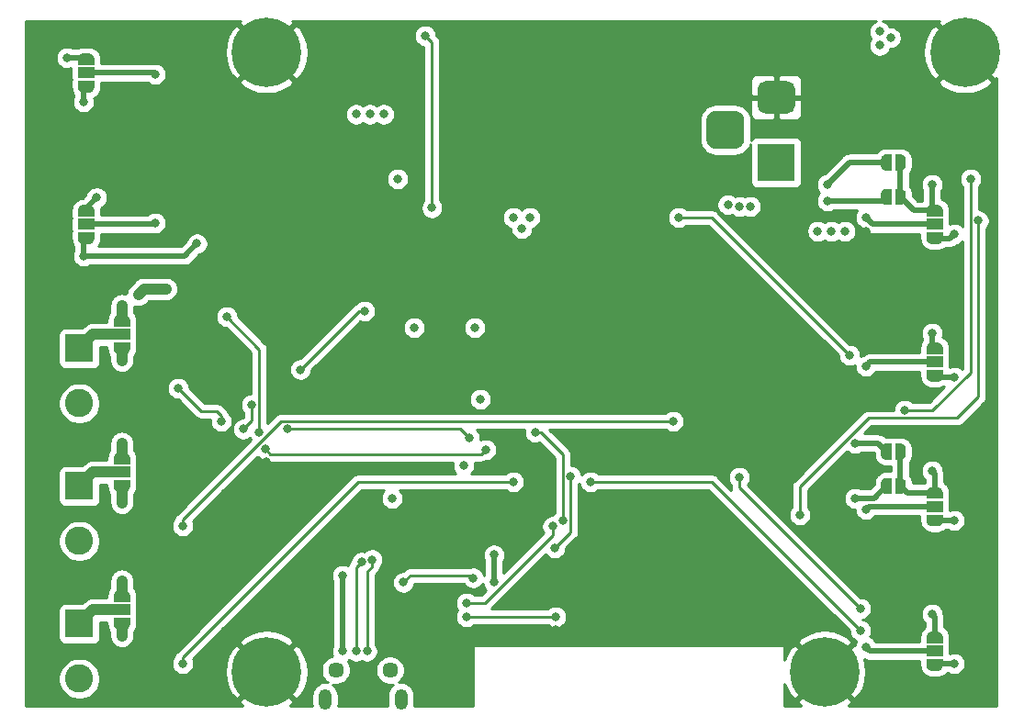
<source format=gbr>
%TF.GenerationSoftware,KiCad,Pcbnew,5.1.10-88a1d61d58~88~ubuntu20.04.1*%
%TF.CreationDate,2021-07-12T21:51:17+02:00*%
%TF.ProjectId,Tang_v1-1,54616e67-5f76-4312-9d31-2e6b69636164,rev?*%
%TF.SameCoordinates,Original*%
%TF.FileFunction,Copper,L4,Bot*%
%TF.FilePolarity,Positive*%
%FSLAX46Y46*%
G04 Gerber Fmt 4.6, Leading zero omitted, Abs format (unit mm)*
G04 Created by KiCad (PCBNEW 5.1.10-88a1d61d58~88~ubuntu20.04.1) date 2021-07-12 21:51:17*
%MOMM*%
%LPD*%
G01*
G04 APERTURE LIST*
%TA.AperFunction,ComponentPad*%
%ADD10C,6.400000*%
%TD*%
%TA.AperFunction,ComponentPad*%
%ADD11C,0.800000*%
%TD*%
%TA.AperFunction,ComponentPad*%
%ADD12R,3.500000X3.500000*%
%TD*%
%TA.AperFunction,ComponentPad*%
%ADD13C,1.450000*%
%TD*%
%TA.AperFunction,ComponentPad*%
%ADD14O,1.200000X1.900000*%
%TD*%
%TA.AperFunction,ComponentPad*%
%ADD15R,2.600000X2.600000*%
%TD*%
%TA.AperFunction,ComponentPad*%
%ADD16C,2.600000*%
%TD*%
%TA.AperFunction,SMDPad,CuDef*%
%ADD17C,0.100000*%
%TD*%
%TA.AperFunction,SMDPad,CuDef*%
%ADD18R,1.500000X1.000000*%
%TD*%
%TA.AperFunction,ViaPad*%
%ADD19C,0.800000*%
%TD*%
%TA.AperFunction,Conductor*%
%ADD20C,0.500000*%
%TD*%
%TA.AperFunction,Conductor*%
%ADD21C,1.000000*%
%TD*%
%TA.AperFunction,Conductor*%
%ADD22C,0.250000*%
%TD*%
%TA.AperFunction,Conductor*%
%ADD23C,0.254000*%
%TD*%
%TA.AperFunction,Conductor*%
%ADD24C,0.100000*%
%TD*%
G04 APERTURE END LIST*
D10*
%TO.P,H1,1*%
%TO.N,GND*%
X142875000Y-104140000D03*
D11*
X145275000Y-104140000D03*
X144572056Y-105837056D03*
X142875000Y-106540000D03*
X141177944Y-105837056D03*
X140475000Y-104140000D03*
X141177944Y-102442944D03*
X142875000Y-101740000D03*
X144572056Y-102442944D03*
%TD*%
%TO.P,H2,1*%
%TO.N,GND*%
X208961056Y-102442944D03*
X207264000Y-101740000D03*
X205566944Y-102442944D03*
X204864000Y-104140000D03*
X205566944Y-105837056D03*
X207264000Y-106540000D03*
X208961056Y-105837056D03*
X209664000Y-104140000D03*
D10*
X207264000Y-104140000D03*
%TD*%
%TO.P,H3,1*%
%TO.N,GND*%
X142875000Y-161290000D03*
D11*
X145275000Y-161290000D03*
X144572056Y-162987056D03*
X142875000Y-163690000D03*
X141177944Y-162987056D03*
X140475000Y-161290000D03*
X141177944Y-159592944D03*
X142875000Y-158890000D03*
X144572056Y-159592944D03*
%TD*%
%TO.P,H4,1*%
%TO.N,GND*%
X196007056Y-159592944D03*
X194310000Y-158890000D03*
X192612944Y-159592944D03*
X191910000Y-161290000D03*
X192612944Y-162987056D03*
X194310000Y-163690000D03*
X196007056Y-162987056D03*
X196710000Y-161290000D03*
D10*
X194310000Y-161290000D03*
%TD*%
D12*
%TO.P,J1,1*%
%TO.N,Net-(F1-Pad2)*%
X189865000Y-114300000D03*
%TO.P,J1,2*%
%TO.N,GND*%
%TA.AperFunction,ComponentPad*%
G36*
G01*
X188865000Y-106800000D02*
X190865000Y-106800000D01*
G75*
G02*
X191615000Y-107550000I0J-750000D01*
G01*
X191615000Y-109050000D01*
G75*
G02*
X190865000Y-109800000I-750000J0D01*
G01*
X188865000Y-109800000D01*
G75*
G02*
X188115000Y-109050000I0J750000D01*
G01*
X188115000Y-107550000D01*
G75*
G02*
X188865000Y-106800000I750000J0D01*
G01*
G37*
%TD.AperFunction*%
%TO.P,J1,3*%
%TO.N,N/C*%
%TA.AperFunction,ComponentPad*%
G36*
G01*
X184290000Y-109550000D02*
X186040000Y-109550000D01*
G75*
G02*
X186915000Y-110425000I0J-875000D01*
G01*
X186915000Y-112175000D01*
G75*
G02*
X186040000Y-113050000I-875000J0D01*
G01*
X184290000Y-113050000D01*
G75*
G02*
X183415000Y-112175000I0J875000D01*
G01*
X183415000Y-110425000D01*
G75*
G02*
X184290000Y-109550000I875000J0D01*
G01*
G37*
%TD.AperFunction*%
%TD*%
D13*
%TO.P,J2,6*%
%TO.N,N/C*%
X149265000Y-161130000D03*
X154265000Y-161130000D03*
D14*
X148265000Y-163830000D03*
X155265000Y-163830000D03*
%TD*%
D15*
%TO.P,J6,1*%
%TO.N,LOAD1_POS*%
X125603000Y-144145000D03*
D16*
%TO.P,J6,2*%
%TO.N,LOAD1_NEG*%
X125603000Y-149225000D03*
%TD*%
%TO.P,J10,2*%
%TO.N,LOAD2_NEG*%
X125603000Y-161925000D03*
D15*
%TO.P,J10,1*%
%TO.N,LOAD2_POS*%
X125603000Y-156845000D03*
%TD*%
%TO.P,J11,1*%
%TO.N,LOAD3_POS*%
X125603000Y-131445000D03*
D16*
%TO.P,J11,2*%
%TO.N,LOAD3_NEG*%
X125603000Y-136525000D03*
%TD*%
%TA.AperFunction,SMDPad,CuDef*%
D17*
%TO.P,JP1,1*%
%TO.N,+3V3*%
G36*
X200810000Y-113550000D02*
G01*
X201310000Y-113550000D01*
X201310000Y-113550602D01*
X201334534Y-113550602D01*
X201383365Y-113555412D01*
X201431490Y-113564984D01*
X201478445Y-113579228D01*
X201523778Y-113598005D01*
X201567051Y-113621136D01*
X201607850Y-113648396D01*
X201645779Y-113679524D01*
X201680476Y-113714221D01*
X201711604Y-113752150D01*
X201738864Y-113792949D01*
X201761995Y-113836222D01*
X201780772Y-113881555D01*
X201795016Y-113928510D01*
X201804588Y-113976635D01*
X201809398Y-114025466D01*
X201809398Y-114050000D01*
X201810000Y-114050000D01*
X201810000Y-114550000D01*
X201809398Y-114550000D01*
X201809398Y-114574534D01*
X201804588Y-114623365D01*
X201795016Y-114671490D01*
X201780772Y-114718445D01*
X201761995Y-114763778D01*
X201738864Y-114807051D01*
X201711604Y-114847850D01*
X201680476Y-114885779D01*
X201645779Y-114920476D01*
X201607850Y-114951604D01*
X201567051Y-114978864D01*
X201523778Y-115001995D01*
X201478445Y-115020772D01*
X201431490Y-115035016D01*
X201383365Y-115044588D01*
X201334534Y-115049398D01*
X201310000Y-115049398D01*
X201310000Y-115050000D01*
X200810000Y-115050000D01*
X200810000Y-113550000D01*
G37*
%TD.AperFunction*%
%TA.AperFunction,SMDPad,CuDef*%
%TO.P,JP1,2*%
%TO.N,Net-(JP1-Pad2)*%
G36*
X200010000Y-115049398D02*
G01*
X199985466Y-115049398D01*
X199936635Y-115044588D01*
X199888510Y-115035016D01*
X199841555Y-115020772D01*
X199796222Y-115001995D01*
X199752949Y-114978864D01*
X199712150Y-114951604D01*
X199674221Y-114920476D01*
X199639524Y-114885779D01*
X199608396Y-114847850D01*
X199581136Y-114807051D01*
X199558005Y-114763778D01*
X199539228Y-114718445D01*
X199524984Y-114671490D01*
X199515412Y-114623365D01*
X199510602Y-114574534D01*
X199510602Y-114550000D01*
X199510000Y-114550000D01*
X199510000Y-114050000D01*
X199510602Y-114050000D01*
X199510602Y-114025466D01*
X199515412Y-113976635D01*
X199524984Y-113928510D01*
X199539228Y-113881555D01*
X199558005Y-113836222D01*
X199581136Y-113792949D01*
X199608396Y-113752150D01*
X199639524Y-113714221D01*
X199674221Y-113679524D01*
X199712150Y-113648396D01*
X199752949Y-113621136D01*
X199796222Y-113598005D01*
X199841555Y-113579228D01*
X199888510Y-113564984D01*
X199936635Y-113555412D01*
X199985466Y-113550602D01*
X200010000Y-113550602D01*
X200010000Y-113550000D01*
X200510000Y-113550000D01*
X200510000Y-115050000D01*
X200010000Y-115050000D01*
X200010000Y-115049398D01*
G37*
%TD.AperFunction*%
%TD*%
%TA.AperFunction,SMDPad,CuDef*%
%TO.P,JP2,2*%
%TO.N,Net-(JP2-Pad2)*%
G36*
X200010000Y-118224398D02*
G01*
X199985466Y-118224398D01*
X199936635Y-118219588D01*
X199888510Y-118210016D01*
X199841555Y-118195772D01*
X199796222Y-118176995D01*
X199752949Y-118153864D01*
X199712150Y-118126604D01*
X199674221Y-118095476D01*
X199639524Y-118060779D01*
X199608396Y-118022850D01*
X199581136Y-117982051D01*
X199558005Y-117938778D01*
X199539228Y-117893445D01*
X199524984Y-117846490D01*
X199515412Y-117798365D01*
X199510602Y-117749534D01*
X199510602Y-117725000D01*
X199510000Y-117725000D01*
X199510000Y-117225000D01*
X199510602Y-117225000D01*
X199510602Y-117200466D01*
X199515412Y-117151635D01*
X199524984Y-117103510D01*
X199539228Y-117056555D01*
X199558005Y-117011222D01*
X199581136Y-116967949D01*
X199608396Y-116927150D01*
X199639524Y-116889221D01*
X199674221Y-116854524D01*
X199712150Y-116823396D01*
X199752949Y-116796136D01*
X199796222Y-116773005D01*
X199841555Y-116754228D01*
X199888510Y-116739984D01*
X199936635Y-116730412D01*
X199985466Y-116725602D01*
X200010000Y-116725602D01*
X200010000Y-116725000D01*
X200510000Y-116725000D01*
X200510000Y-118225000D01*
X200010000Y-118225000D01*
X200010000Y-118224398D01*
G37*
%TD.AperFunction*%
%TA.AperFunction,SMDPad,CuDef*%
%TO.P,JP2,1*%
%TO.N,+3V3*%
G36*
X200810000Y-116725000D02*
G01*
X201310000Y-116725000D01*
X201310000Y-116725602D01*
X201334534Y-116725602D01*
X201383365Y-116730412D01*
X201431490Y-116739984D01*
X201478445Y-116754228D01*
X201523778Y-116773005D01*
X201567051Y-116796136D01*
X201607850Y-116823396D01*
X201645779Y-116854524D01*
X201680476Y-116889221D01*
X201711604Y-116927150D01*
X201738864Y-116967949D01*
X201761995Y-117011222D01*
X201780772Y-117056555D01*
X201795016Y-117103510D01*
X201804588Y-117151635D01*
X201809398Y-117200466D01*
X201809398Y-117225000D01*
X201810000Y-117225000D01*
X201810000Y-117725000D01*
X201809398Y-117725000D01*
X201809398Y-117749534D01*
X201804588Y-117798365D01*
X201795016Y-117846490D01*
X201780772Y-117893445D01*
X201761995Y-117938778D01*
X201738864Y-117982051D01*
X201711604Y-118022850D01*
X201680476Y-118060779D01*
X201645779Y-118095476D01*
X201607850Y-118126604D01*
X201567051Y-118153864D01*
X201523778Y-118176995D01*
X201478445Y-118195772D01*
X201431490Y-118210016D01*
X201383365Y-118219588D01*
X201334534Y-118224398D01*
X201310000Y-118224398D01*
X201310000Y-118225000D01*
X200810000Y-118225000D01*
X200810000Y-116725000D01*
G37*
%TD.AperFunction*%
%TD*%
%TA.AperFunction,SMDPad,CuDef*%
%TO.P,JP3,1*%
%TO.N,+3V3*%
G36*
X203720000Y-119265000D02*
G01*
X203720000Y-118715000D01*
X203720602Y-118715000D01*
X203720602Y-118690466D01*
X203725412Y-118641635D01*
X203734984Y-118593510D01*
X203749228Y-118546555D01*
X203768005Y-118501222D01*
X203791136Y-118457949D01*
X203818396Y-118417150D01*
X203849524Y-118379221D01*
X203884221Y-118344524D01*
X203922150Y-118313396D01*
X203962949Y-118286136D01*
X204006222Y-118263005D01*
X204051555Y-118244228D01*
X204098510Y-118229984D01*
X204146635Y-118220412D01*
X204195466Y-118215602D01*
X204220000Y-118215602D01*
X204220000Y-118215000D01*
X204720000Y-118215000D01*
X204720000Y-118215602D01*
X204744534Y-118215602D01*
X204793365Y-118220412D01*
X204841490Y-118229984D01*
X204888445Y-118244228D01*
X204933778Y-118263005D01*
X204977051Y-118286136D01*
X205017850Y-118313396D01*
X205055779Y-118344524D01*
X205090476Y-118379221D01*
X205121604Y-118417150D01*
X205148864Y-118457949D01*
X205171995Y-118501222D01*
X205190772Y-118546555D01*
X205205016Y-118593510D01*
X205214588Y-118641635D01*
X205219398Y-118690466D01*
X205219398Y-118715000D01*
X205220000Y-118715000D01*
X205220000Y-119265000D01*
X203720000Y-119265000D01*
G37*
%TD.AperFunction*%
%TA.AperFunction,SMDPad,CuDef*%
%TO.P,JP3,3*%
%TO.N,+5V*%
G36*
X205219398Y-121315000D02*
G01*
X205219398Y-121339534D01*
X205214588Y-121388365D01*
X205205016Y-121436490D01*
X205190772Y-121483445D01*
X205171995Y-121528778D01*
X205148864Y-121572051D01*
X205121604Y-121612850D01*
X205090476Y-121650779D01*
X205055779Y-121685476D01*
X205017850Y-121716604D01*
X204977051Y-121743864D01*
X204933778Y-121766995D01*
X204888445Y-121785772D01*
X204841490Y-121800016D01*
X204793365Y-121809588D01*
X204744534Y-121814398D01*
X204720000Y-121814398D01*
X204720000Y-121815000D01*
X204220000Y-121815000D01*
X204220000Y-121814398D01*
X204195466Y-121814398D01*
X204146635Y-121809588D01*
X204098510Y-121800016D01*
X204051555Y-121785772D01*
X204006222Y-121766995D01*
X203962949Y-121743864D01*
X203922150Y-121716604D01*
X203884221Y-121685476D01*
X203849524Y-121650779D01*
X203818396Y-121612850D01*
X203791136Y-121572051D01*
X203768005Y-121528778D01*
X203749228Y-121483445D01*
X203734984Y-121436490D01*
X203725412Y-121388365D01*
X203720602Y-121339534D01*
X203720602Y-121315000D01*
X203720000Y-121315000D01*
X203720000Y-120765000D01*
X205220000Y-120765000D01*
X205220000Y-121315000D01*
X205219398Y-121315000D01*
G37*
%TD.AperFunction*%
D18*
%TO.P,JP3,2*%
%TO.N,Net-(J3-Pad3)*%
X204470000Y-120015000D03*
%TD*%
%TA.AperFunction,SMDPad,CuDef*%
D17*
%TO.P,JP4,1*%
%TO.N,+3V3*%
G36*
X200810000Y-140220000D02*
G01*
X201310000Y-140220000D01*
X201310000Y-140220602D01*
X201334534Y-140220602D01*
X201383365Y-140225412D01*
X201431490Y-140234984D01*
X201478445Y-140249228D01*
X201523778Y-140268005D01*
X201567051Y-140291136D01*
X201607850Y-140318396D01*
X201645779Y-140349524D01*
X201680476Y-140384221D01*
X201711604Y-140422150D01*
X201738864Y-140462949D01*
X201761995Y-140506222D01*
X201780772Y-140551555D01*
X201795016Y-140598510D01*
X201804588Y-140646635D01*
X201809398Y-140695466D01*
X201809398Y-140720000D01*
X201810000Y-140720000D01*
X201810000Y-141220000D01*
X201809398Y-141220000D01*
X201809398Y-141244534D01*
X201804588Y-141293365D01*
X201795016Y-141341490D01*
X201780772Y-141388445D01*
X201761995Y-141433778D01*
X201738864Y-141477051D01*
X201711604Y-141517850D01*
X201680476Y-141555779D01*
X201645779Y-141590476D01*
X201607850Y-141621604D01*
X201567051Y-141648864D01*
X201523778Y-141671995D01*
X201478445Y-141690772D01*
X201431490Y-141705016D01*
X201383365Y-141714588D01*
X201334534Y-141719398D01*
X201310000Y-141719398D01*
X201310000Y-141720000D01*
X200810000Y-141720000D01*
X200810000Y-140220000D01*
G37*
%TD.AperFunction*%
%TA.AperFunction,SMDPad,CuDef*%
%TO.P,JP4,2*%
%TO.N,Net-(JP4-Pad2)*%
G36*
X200010000Y-141719398D02*
G01*
X199985466Y-141719398D01*
X199936635Y-141714588D01*
X199888510Y-141705016D01*
X199841555Y-141690772D01*
X199796222Y-141671995D01*
X199752949Y-141648864D01*
X199712150Y-141621604D01*
X199674221Y-141590476D01*
X199639524Y-141555779D01*
X199608396Y-141517850D01*
X199581136Y-141477051D01*
X199558005Y-141433778D01*
X199539228Y-141388445D01*
X199524984Y-141341490D01*
X199515412Y-141293365D01*
X199510602Y-141244534D01*
X199510602Y-141220000D01*
X199510000Y-141220000D01*
X199510000Y-140720000D01*
X199510602Y-140720000D01*
X199510602Y-140695466D01*
X199515412Y-140646635D01*
X199524984Y-140598510D01*
X199539228Y-140551555D01*
X199558005Y-140506222D01*
X199581136Y-140462949D01*
X199608396Y-140422150D01*
X199639524Y-140384221D01*
X199674221Y-140349524D01*
X199712150Y-140318396D01*
X199752949Y-140291136D01*
X199796222Y-140268005D01*
X199841555Y-140249228D01*
X199888510Y-140234984D01*
X199936635Y-140225412D01*
X199985466Y-140220602D01*
X200010000Y-140220602D01*
X200010000Y-140220000D01*
X200510000Y-140220000D01*
X200510000Y-141720000D01*
X200010000Y-141720000D01*
X200010000Y-141719398D01*
G37*
%TD.AperFunction*%
%TD*%
%TA.AperFunction,SMDPad,CuDef*%
%TO.P,JP5,2*%
%TO.N,Net-(JP5-Pad2)*%
G36*
X200010000Y-144894398D02*
G01*
X199985466Y-144894398D01*
X199936635Y-144889588D01*
X199888510Y-144880016D01*
X199841555Y-144865772D01*
X199796222Y-144846995D01*
X199752949Y-144823864D01*
X199712150Y-144796604D01*
X199674221Y-144765476D01*
X199639524Y-144730779D01*
X199608396Y-144692850D01*
X199581136Y-144652051D01*
X199558005Y-144608778D01*
X199539228Y-144563445D01*
X199524984Y-144516490D01*
X199515412Y-144468365D01*
X199510602Y-144419534D01*
X199510602Y-144395000D01*
X199510000Y-144395000D01*
X199510000Y-143895000D01*
X199510602Y-143895000D01*
X199510602Y-143870466D01*
X199515412Y-143821635D01*
X199524984Y-143773510D01*
X199539228Y-143726555D01*
X199558005Y-143681222D01*
X199581136Y-143637949D01*
X199608396Y-143597150D01*
X199639524Y-143559221D01*
X199674221Y-143524524D01*
X199712150Y-143493396D01*
X199752949Y-143466136D01*
X199796222Y-143443005D01*
X199841555Y-143424228D01*
X199888510Y-143409984D01*
X199936635Y-143400412D01*
X199985466Y-143395602D01*
X200010000Y-143395602D01*
X200010000Y-143395000D01*
X200510000Y-143395000D01*
X200510000Y-144895000D01*
X200010000Y-144895000D01*
X200010000Y-144894398D01*
G37*
%TD.AperFunction*%
%TA.AperFunction,SMDPad,CuDef*%
%TO.P,JP5,1*%
%TO.N,+3V3*%
G36*
X200810000Y-143395000D02*
G01*
X201310000Y-143395000D01*
X201310000Y-143395602D01*
X201334534Y-143395602D01*
X201383365Y-143400412D01*
X201431490Y-143409984D01*
X201478445Y-143424228D01*
X201523778Y-143443005D01*
X201567051Y-143466136D01*
X201607850Y-143493396D01*
X201645779Y-143524524D01*
X201680476Y-143559221D01*
X201711604Y-143597150D01*
X201738864Y-143637949D01*
X201761995Y-143681222D01*
X201780772Y-143726555D01*
X201795016Y-143773510D01*
X201804588Y-143821635D01*
X201809398Y-143870466D01*
X201809398Y-143895000D01*
X201810000Y-143895000D01*
X201810000Y-144395000D01*
X201809398Y-144395000D01*
X201809398Y-144419534D01*
X201804588Y-144468365D01*
X201795016Y-144516490D01*
X201780772Y-144563445D01*
X201761995Y-144608778D01*
X201738864Y-144652051D01*
X201711604Y-144692850D01*
X201680476Y-144730779D01*
X201645779Y-144765476D01*
X201607850Y-144796604D01*
X201567051Y-144823864D01*
X201523778Y-144846995D01*
X201478445Y-144865772D01*
X201431490Y-144880016D01*
X201383365Y-144889588D01*
X201334534Y-144894398D01*
X201310000Y-144894398D01*
X201310000Y-144895000D01*
X200810000Y-144895000D01*
X200810000Y-143395000D01*
G37*
%TD.AperFunction*%
%TD*%
D18*
%TO.P,JP6,2*%
%TO.N,Net-(J8-Pad3)*%
X204470000Y-146050000D03*
%TA.AperFunction,SMDPad,CuDef*%
D17*
%TO.P,JP6,3*%
%TO.N,+5V*%
G36*
X205219398Y-147350000D02*
G01*
X205219398Y-147374534D01*
X205214588Y-147423365D01*
X205205016Y-147471490D01*
X205190772Y-147518445D01*
X205171995Y-147563778D01*
X205148864Y-147607051D01*
X205121604Y-147647850D01*
X205090476Y-147685779D01*
X205055779Y-147720476D01*
X205017850Y-147751604D01*
X204977051Y-147778864D01*
X204933778Y-147801995D01*
X204888445Y-147820772D01*
X204841490Y-147835016D01*
X204793365Y-147844588D01*
X204744534Y-147849398D01*
X204720000Y-147849398D01*
X204720000Y-147850000D01*
X204220000Y-147850000D01*
X204220000Y-147849398D01*
X204195466Y-147849398D01*
X204146635Y-147844588D01*
X204098510Y-147835016D01*
X204051555Y-147820772D01*
X204006222Y-147801995D01*
X203962949Y-147778864D01*
X203922150Y-147751604D01*
X203884221Y-147720476D01*
X203849524Y-147685779D01*
X203818396Y-147647850D01*
X203791136Y-147607051D01*
X203768005Y-147563778D01*
X203749228Y-147518445D01*
X203734984Y-147471490D01*
X203725412Y-147423365D01*
X203720602Y-147374534D01*
X203720602Y-147350000D01*
X203720000Y-147350000D01*
X203720000Y-146800000D01*
X205220000Y-146800000D01*
X205220000Y-147350000D01*
X205219398Y-147350000D01*
G37*
%TD.AperFunction*%
%TA.AperFunction,SMDPad,CuDef*%
%TO.P,JP6,1*%
%TO.N,+3V3*%
G36*
X203720000Y-145300000D02*
G01*
X203720000Y-144750000D01*
X203720602Y-144750000D01*
X203720602Y-144725466D01*
X203725412Y-144676635D01*
X203734984Y-144628510D01*
X203749228Y-144581555D01*
X203768005Y-144536222D01*
X203791136Y-144492949D01*
X203818396Y-144452150D01*
X203849524Y-144414221D01*
X203884221Y-144379524D01*
X203922150Y-144348396D01*
X203962949Y-144321136D01*
X204006222Y-144298005D01*
X204051555Y-144279228D01*
X204098510Y-144264984D01*
X204146635Y-144255412D01*
X204195466Y-144250602D01*
X204220000Y-144250602D01*
X204220000Y-144250000D01*
X204720000Y-144250000D01*
X204720000Y-144250602D01*
X204744534Y-144250602D01*
X204793365Y-144255412D01*
X204841490Y-144264984D01*
X204888445Y-144279228D01*
X204933778Y-144298005D01*
X204977051Y-144321136D01*
X205017850Y-144348396D01*
X205055779Y-144379524D01*
X205090476Y-144414221D01*
X205121604Y-144452150D01*
X205148864Y-144492949D01*
X205171995Y-144536222D01*
X205190772Y-144581555D01*
X205205016Y-144628510D01*
X205214588Y-144676635D01*
X205219398Y-144725466D01*
X205219398Y-144750000D01*
X205220000Y-144750000D01*
X205220000Y-145300000D01*
X203720000Y-145300000D01*
G37*
%TD.AperFunction*%
%TD*%
%TA.AperFunction,SMDPad,CuDef*%
%TO.P,JP7,1*%
%TO.N,+3V3*%
G36*
X203720000Y-131965000D02*
G01*
X203720000Y-131415000D01*
X203720602Y-131415000D01*
X203720602Y-131390466D01*
X203725412Y-131341635D01*
X203734984Y-131293510D01*
X203749228Y-131246555D01*
X203768005Y-131201222D01*
X203791136Y-131157949D01*
X203818396Y-131117150D01*
X203849524Y-131079221D01*
X203884221Y-131044524D01*
X203922150Y-131013396D01*
X203962949Y-130986136D01*
X204006222Y-130963005D01*
X204051555Y-130944228D01*
X204098510Y-130929984D01*
X204146635Y-130920412D01*
X204195466Y-130915602D01*
X204220000Y-130915602D01*
X204220000Y-130915000D01*
X204720000Y-130915000D01*
X204720000Y-130915602D01*
X204744534Y-130915602D01*
X204793365Y-130920412D01*
X204841490Y-130929984D01*
X204888445Y-130944228D01*
X204933778Y-130963005D01*
X204977051Y-130986136D01*
X205017850Y-131013396D01*
X205055779Y-131044524D01*
X205090476Y-131079221D01*
X205121604Y-131117150D01*
X205148864Y-131157949D01*
X205171995Y-131201222D01*
X205190772Y-131246555D01*
X205205016Y-131293510D01*
X205214588Y-131341635D01*
X205219398Y-131390466D01*
X205219398Y-131415000D01*
X205220000Y-131415000D01*
X205220000Y-131965000D01*
X203720000Y-131965000D01*
G37*
%TD.AperFunction*%
%TA.AperFunction,SMDPad,CuDef*%
%TO.P,JP7,3*%
%TO.N,+5V*%
G36*
X205219398Y-134015000D02*
G01*
X205219398Y-134039534D01*
X205214588Y-134088365D01*
X205205016Y-134136490D01*
X205190772Y-134183445D01*
X205171995Y-134228778D01*
X205148864Y-134272051D01*
X205121604Y-134312850D01*
X205090476Y-134350779D01*
X205055779Y-134385476D01*
X205017850Y-134416604D01*
X204977051Y-134443864D01*
X204933778Y-134466995D01*
X204888445Y-134485772D01*
X204841490Y-134500016D01*
X204793365Y-134509588D01*
X204744534Y-134514398D01*
X204720000Y-134514398D01*
X204720000Y-134515000D01*
X204220000Y-134515000D01*
X204220000Y-134514398D01*
X204195466Y-134514398D01*
X204146635Y-134509588D01*
X204098510Y-134500016D01*
X204051555Y-134485772D01*
X204006222Y-134466995D01*
X203962949Y-134443864D01*
X203922150Y-134416604D01*
X203884221Y-134385476D01*
X203849524Y-134350779D01*
X203818396Y-134312850D01*
X203791136Y-134272051D01*
X203768005Y-134228778D01*
X203749228Y-134183445D01*
X203734984Y-134136490D01*
X203725412Y-134088365D01*
X203720602Y-134039534D01*
X203720602Y-134015000D01*
X203720000Y-134015000D01*
X203720000Y-133465000D01*
X205220000Y-133465000D01*
X205220000Y-134015000D01*
X205219398Y-134015000D01*
G37*
%TD.AperFunction*%
D18*
%TO.P,JP7,2*%
%TO.N,Net-(J4-Pad3)*%
X204470000Y-132715000D03*
%TD*%
%TO.P,JP8,2*%
%TO.N,Net-(J9-Pad3)*%
X204470000Y-159385000D03*
%TA.AperFunction,SMDPad,CuDef*%
D17*
%TO.P,JP8,3*%
%TO.N,+5V*%
G36*
X205219398Y-160685000D02*
G01*
X205219398Y-160709534D01*
X205214588Y-160758365D01*
X205205016Y-160806490D01*
X205190772Y-160853445D01*
X205171995Y-160898778D01*
X205148864Y-160942051D01*
X205121604Y-160982850D01*
X205090476Y-161020779D01*
X205055779Y-161055476D01*
X205017850Y-161086604D01*
X204977051Y-161113864D01*
X204933778Y-161136995D01*
X204888445Y-161155772D01*
X204841490Y-161170016D01*
X204793365Y-161179588D01*
X204744534Y-161184398D01*
X204720000Y-161184398D01*
X204720000Y-161185000D01*
X204220000Y-161185000D01*
X204220000Y-161184398D01*
X204195466Y-161184398D01*
X204146635Y-161179588D01*
X204098510Y-161170016D01*
X204051555Y-161155772D01*
X204006222Y-161136995D01*
X203962949Y-161113864D01*
X203922150Y-161086604D01*
X203884221Y-161055476D01*
X203849524Y-161020779D01*
X203818396Y-160982850D01*
X203791136Y-160942051D01*
X203768005Y-160898778D01*
X203749228Y-160853445D01*
X203734984Y-160806490D01*
X203725412Y-160758365D01*
X203720602Y-160709534D01*
X203720602Y-160685000D01*
X203720000Y-160685000D01*
X203720000Y-160135000D01*
X205220000Y-160135000D01*
X205220000Y-160685000D01*
X205219398Y-160685000D01*
G37*
%TD.AperFunction*%
%TA.AperFunction,SMDPad,CuDef*%
%TO.P,JP8,1*%
%TO.N,+3V3*%
G36*
X203720000Y-158635000D02*
G01*
X203720000Y-158085000D01*
X203720602Y-158085000D01*
X203720602Y-158060466D01*
X203725412Y-158011635D01*
X203734984Y-157963510D01*
X203749228Y-157916555D01*
X203768005Y-157871222D01*
X203791136Y-157827949D01*
X203818396Y-157787150D01*
X203849524Y-157749221D01*
X203884221Y-157714524D01*
X203922150Y-157683396D01*
X203962949Y-157656136D01*
X204006222Y-157633005D01*
X204051555Y-157614228D01*
X204098510Y-157599984D01*
X204146635Y-157590412D01*
X204195466Y-157585602D01*
X204220000Y-157585602D01*
X204220000Y-157585000D01*
X204720000Y-157585000D01*
X204720000Y-157585602D01*
X204744534Y-157585602D01*
X204793365Y-157590412D01*
X204841490Y-157599984D01*
X204888445Y-157614228D01*
X204933778Y-157633005D01*
X204977051Y-157656136D01*
X205017850Y-157683396D01*
X205055779Y-157714524D01*
X205090476Y-157749221D01*
X205121604Y-157787150D01*
X205148864Y-157827949D01*
X205171995Y-157871222D01*
X205190772Y-157916555D01*
X205205016Y-157963510D01*
X205214588Y-158011635D01*
X205219398Y-158060466D01*
X205219398Y-158085000D01*
X205220000Y-158085000D01*
X205220000Y-158635000D01*
X203720000Y-158635000D01*
G37*
%TD.AperFunction*%
%TD*%
D18*
%TO.P,JP9,2*%
%TO.N,Net-(J5-Pad3)*%
X126238000Y-106045000D03*
%TA.AperFunction,SMDPad,CuDef*%
D17*
%TO.P,JP9,3*%
%TO.N,+5V*%
G36*
X125488602Y-104745000D02*
G01*
X125488602Y-104720466D01*
X125493412Y-104671635D01*
X125502984Y-104623510D01*
X125517228Y-104576555D01*
X125536005Y-104531222D01*
X125559136Y-104487949D01*
X125586396Y-104447150D01*
X125617524Y-104409221D01*
X125652221Y-104374524D01*
X125690150Y-104343396D01*
X125730949Y-104316136D01*
X125774222Y-104293005D01*
X125819555Y-104274228D01*
X125866510Y-104259984D01*
X125914635Y-104250412D01*
X125963466Y-104245602D01*
X125988000Y-104245602D01*
X125988000Y-104245000D01*
X126488000Y-104245000D01*
X126488000Y-104245602D01*
X126512534Y-104245602D01*
X126561365Y-104250412D01*
X126609490Y-104259984D01*
X126656445Y-104274228D01*
X126701778Y-104293005D01*
X126745051Y-104316136D01*
X126785850Y-104343396D01*
X126823779Y-104374524D01*
X126858476Y-104409221D01*
X126889604Y-104447150D01*
X126916864Y-104487949D01*
X126939995Y-104531222D01*
X126958772Y-104576555D01*
X126973016Y-104623510D01*
X126982588Y-104671635D01*
X126987398Y-104720466D01*
X126987398Y-104745000D01*
X126988000Y-104745000D01*
X126988000Y-105295000D01*
X125488000Y-105295000D01*
X125488000Y-104745000D01*
X125488602Y-104745000D01*
G37*
%TD.AperFunction*%
%TA.AperFunction,SMDPad,CuDef*%
%TO.P,JP9,1*%
%TO.N,+3V3*%
G36*
X126988000Y-106795000D02*
G01*
X126988000Y-107345000D01*
X126987398Y-107345000D01*
X126987398Y-107369534D01*
X126982588Y-107418365D01*
X126973016Y-107466490D01*
X126958772Y-107513445D01*
X126939995Y-107558778D01*
X126916864Y-107602051D01*
X126889604Y-107642850D01*
X126858476Y-107680779D01*
X126823779Y-107715476D01*
X126785850Y-107746604D01*
X126745051Y-107773864D01*
X126701778Y-107796995D01*
X126656445Y-107815772D01*
X126609490Y-107830016D01*
X126561365Y-107839588D01*
X126512534Y-107844398D01*
X126488000Y-107844398D01*
X126488000Y-107845000D01*
X125988000Y-107845000D01*
X125988000Y-107844398D01*
X125963466Y-107844398D01*
X125914635Y-107839588D01*
X125866510Y-107830016D01*
X125819555Y-107815772D01*
X125774222Y-107796995D01*
X125730949Y-107773864D01*
X125690150Y-107746604D01*
X125652221Y-107715476D01*
X125617524Y-107680779D01*
X125586396Y-107642850D01*
X125559136Y-107602051D01*
X125536005Y-107558778D01*
X125517228Y-107513445D01*
X125502984Y-107466490D01*
X125493412Y-107418365D01*
X125488602Y-107369534D01*
X125488602Y-107345000D01*
X125488000Y-107345000D01*
X125488000Y-106795000D01*
X126988000Y-106795000D01*
G37*
%TD.AperFunction*%
%TD*%
%TA.AperFunction,SMDPad,CuDef*%
%TO.P,JP10,1*%
%TO.N,+3V3*%
G36*
X126988000Y-120765000D02*
G01*
X126988000Y-121315000D01*
X126987398Y-121315000D01*
X126987398Y-121339534D01*
X126982588Y-121388365D01*
X126973016Y-121436490D01*
X126958772Y-121483445D01*
X126939995Y-121528778D01*
X126916864Y-121572051D01*
X126889604Y-121612850D01*
X126858476Y-121650779D01*
X126823779Y-121685476D01*
X126785850Y-121716604D01*
X126745051Y-121743864D01*
X126701778Y-121766995D01*
X126656445Y-121785772D01*
X126609490Y-121800016D01*
X126561365Y-121809588D01*
X126512534Y-121814398D01*
X126488000Y-121814398D01*
X126488000Y-121815000D01*
X125988000Y-121815000D01*
X125988000Y-121814398D01*
X125963466Y-121814398D01*
X125914635Y-121809588D01*
X125866510Y-121800016D01*
X125819555Y-121785772D01*
X125774222Y-121766995D01*
X125730949Y-121743864D01*
X125690150Y-121716604D01*
X125652221Y-121685476D01*
X125617524Y-121650779D01*
X125586396Y-121612850D01*
X125559136Y-121572051D01*
X125536005Y-121528778D01*
X125517228Y-121483445D01*
X125502984Y-121436490D01*
X125493412Y-121388365D01*
X125488602Y-121339534D01*
X125488602Y-121315000D01*
X125488000Y-121315000D01*
X125488000Y-120765000D01*
X126988000Y-120765000D01*
G37*
%TD.AperFunction*%
%TA.AperFunction,SMDPad,CuDef*%
%TO.P,JP10,3*%
%TO.N,+5V*%
G36*
X125488602Y-118715000D02*
G01*
X125488602Y-118690466D01*
X125493412Y-118641635D01*
X125502984Y-118593510D01*
X125517228Y-118546555D01*
X125536005Y-118501222D01*
X125559136Y-118457949D01*
X125586396Y-118417150D01*
X125617524Y-118379221D01*
X125652221Y-118344524D01*
X125690150Y-118313396D01*
X125730949Y-118286136D01*
X125774222Y-118263005D01*
X125819555Y-118244228D01*
X125866510Y-118229984D01*
X125914635Y-118220412D01*
X125963466Y-118215602D01*
X125988000Y-118215602D01*
X125988000Y-118215000D01*
X126488000Y-118215000D01*
X126488000Y-118215602D01*
X126512534Y-118215602D01*
X126561365Y-118220412D01*
X126609490Y-118229984D01*
X126656445Y-118244228D01*
X126701778Y-118263005D01*
X126745051Y-118286136D01*
X126785850Y-118313396D01*
X126823779Y-118344524D01*
X126858476Y-118379221D01*
X126889604Y-118417150D01*
X126916864Y-118457949D01*
X126939995Y-118501222D01*
X126958772Y-118546555D01*
X126973016Y-118593510D01*
X126982588Y-118641635D01*
X126987398Y-118690466D01*
X126987398Y-118715000D01*
X126988000Y-118715000D01*
X126988000Y-119265000D01*
X125488000Y-119265000D01*
X125488000Y-118715000D01*
X125488602Y-118715000D01*
G37*
%TD.AperFunction*%
D18*
%TO.P,JP10,2*%
%TO.N,Net-(J7-Pad3)*%
X126238000Y-120015000D03*
%TD*%
%TA.AperFunction,SMDPad,CuDef*%
D17*
%TO.P,JP11,1*%
%TO.N,+24V*%
G36*
X128790000Y-142125000D02*
G01*
X128790000Y-141575000D01*
X128790602Y-141575000D01*
X128790602Y-141550466D01*
X128795412Y-141501635D01*
X128804984Y-141453510D01*
X128819228Y-141406555D01*
X128838005Y-141361222D01*
X128861136Y-141317949D01*
X128888396Y-141277150D01*
X128919524Y-141239221D01*
X128954221Y-141204524D01*
X128992150Y-141173396D01*
X129032949Y-141146136D01*
X129076222Y-141123005D01*
X129121555Y-141104228D01*
X129168510Y-141089984D01*
X129216635Y-141080412D01*
X129265466Y-141075602D01*
X129290000Y-141075602D01*
X129290000Y-141075000D01*
X129790000Y-141075000D01*
X129790000Y-141075602D01*
X129814534Y-141075602D01*
X129863365Y-141080412D01*
X129911490Y-141089984D01*
X129958445Y-141104228D01*
X130003778Y-141123005D01*
X130047051Y-141146136D01*
X130087850Y-141173396D01*
X130125779Y-141204524D01*
X130160476Y-141239221D01*
X130191604Y-141277150D01*
X130218864Y-141317949D01*
X130241995Y-141361222D01*
X130260772Y-141406555D01*
X130275016Y-141453510D01*
X130284588Y-141501635D01*
X130289398Y-141550466D01*
X130289398Y-141575000D01*
X130290000Y-141575000D01*
X130290000Y-142125000D01*
X128790000Y-142125000D01*
G37*
%TD.AperFunction*%
%TA.AperFunction,SMDPad,CuDef*%
%TO.P,JP11,3*%
%TO.N,+12V*%
G36*
X130289398Y-144175000D02*
G01*
X130289398Y-144199534D01*
X130284588Y-144248365D01*
X130275016Y-144296490D01*
X130260772Y-144343445D01*
X130241995Y-144388778D01*
X130218864Y-144432051D01*
X130191604Y-144472850D01*
X130160476Y-144510779D01*
X130125779Y-144545476D01*
X130087850Y-144576604D01*
X130047051Y-144603864D01*
X130003778Y-144626995D01*
X129958445Y-144645772D01*
X129911490Y-144660016D01*
X129863365Y-144669588D01*
X129814534Y-144674398D01*
X129790000Y-144674398D01*
X129790000Y-144675000D01*
X129290000Y-144675000D01*
X129290000Y-144674398D01*
X129265466Y-144674398D01*
X129216635Y-144669588D01*
X129168510Y-144660016D01*
X129121555Y-144645772D01*
X129076222Y-144626995D01*
X129032949Y-144603864D01*
X128992150Y-144576604D01*
X128954221Y-144545476D01*
X128919524Y-144510779D01*
X128888396Y-144472850D01*
X128861136Y-144432051D01*
X128838005Y-144388778D01*
X128819228Y-144343445D01*
X128804984Y-144296490D01*
X128795412Y-144248365D01*
X128790602Y-144199534D01*
X128790602Y-144175000D01*
X128790000Y-144175000D01*
X128790000Y-143625000D01*
X130290000Y-143625000D01*
X130290000Y-144175000D01*
X130289398Y-144175000D01*
G37*
%TD.AperFunction*%
D18*
%TO.P,JP11,2*%
%TO.N,LOAD1_POS*%
X129540000Y-142875000D03*
%TD*%
%TA.AperFunction,SMDPad,CuDef*%
D17*
%TO.P,JP12,1*%
%TO.N,+24V*%
G36*
X128790000Y-154825000D02*
G01*
X128790000Y-154275000D01*
X128790602Y-154275000D01*
X128790602Y-154250466D01*
X128795412Y-154201635D01*
X128804984Y-154153510D01*
X128819228Y-154106555D01*
X128838005Y-154061222D01*
X128861136Y-154017949D01*
X128888396Y-153977150D01*
X128919524Y-153939221D01*
X128954221Y-153904524D01*
X128992150Y-153873396D01*
X129032949Y-153846136D01*
X129076222Y-153823005D01*
X129121555Y-153804228D01*
X129168510Y-153789984D01*
X129216635Y-153780412D01*
X129265466Y-153775602D01*
X129290000Y-153775602D01*
X129290000Y-153775000D01*
X129790000Y-153775000D01*
X129790000Y-153775602D01*
X129814534Y-153775602D01*
X129863365Y-153780412D01*
X129911490Y-153789984D01*
X129958445Y-153804228D01*
X130003778Y-153823005D01*
X130047051Y-153846136D01*
X130087850Y-153873396D01*
X130125779Y-153904524D01*
X130160476Y-153939221D01*
X130191604Y-153977150D01*
X130218864Y-154017949D01*
X130241995Y-154061222D01*
X130260772Y-154106555D01*
X130275016Y-154153510D01*
X130284588Y-154201635D01*
X130289398Y-154250466D01*
X130289398Y-154275000D01*
X130290000Y-154275000D01*
X130290000Y-154825000D01*
X128790000Y-154825000D01*
G37*
%TD.AperFunction*%
%TA.AperFunction,SMDPad,CuDef*%
%TO.P,JP12,3*%
%TO.N,+12V*%
G36*
X130289398Y-156875000D02*
G01*
X130289398Y-156899534D01*
X130284588Y-156948365D01*
X130275016Y-156996490D01*
X130260772Y-157043445D01*
X130241995Y-157088778D01*
X130218864Y-157132051D01*
X130191604Y-157172850D01*
X130160476Y-157210779D01*
X130125779Y-157245476D01*
X130087850Y-157276604D01*
X130047051Y-157303864D01*
X130003778Y-157326995D01*
X129958445Y-157345772D01*
X129911490Y-157360016D01*
X129863365Y-157369588D01*
X129814534Y-157374398D01*
X129790000Y-157374398D01*
X129790000Y-157375000D01*
X129290000Y-157375000D01*
X129290000Y-157374398D01*
X129265466Y-157374398D01*
X129216635Y-157369588D01*
X129168510Y-157360016D01*
X129121555Y-157345772D01*
X129076222Y-157326995D01*
X129032949Y-157303864D01*
X128992150Y-157276604D01*
X128954221Y-157245476D01*
X128919524Y-157210779D01*
X128888396Y-157172850D01*
X128861136Y-157132051D01*
X128838005Y-157088778D01*
X128819228Y-157043445D01*
X128804984Y-156996490D01*
X128795412Y-156948365D01*
X128790602Y-156899534D01*
X128790602Y-156875000D01*
X128790000Y-156875000D01*
X128790000Y-156325000D01*
X130290000Y-156325000D01*
X130290000Y-156875000D01*
X130289398Y-156875000D01*
G37*
%TD.AperFunction*%
D18*
%TO.P,JP12,2*%
%TO.N,LOAD2_POS*%
X129540000Y-155575000D03*
%TD*%
%TO.P,JP13,2*%
%TO.N,LOAD3_POS*%
X129540000Y-130175000D03*
%TA.AperFunction,SMDPad,CuDef*%
D17*
%TO.P,JP13,3*%
%TO.N,+12V*%
G36*
X130289398Y-131475000D02*
G01*
X130289398Y-131499534D01*
X130284588Y-131548365D01*
X130275016Y-131596490D01*
X130260772Y-131643445D01*
X130241995Y-131688778D01*
X130218864Y-131732051D01*
X130191604Y-131772850D01*
X130160476Y-131810779D01*
X130125779Y-131845476D01*
X130087850Y-131876604D01*
X130047051Y-131903864D01*
X130003778Y-131926995D01*
X129958445Y-131945772D01*
X129911490Y-131960016D01*
X129863365Y-131969588D01*
X129814534Y-131974398D01*
X129790000Y-131974398D01*
X129790000Y-131975000D01*
X129290000Y-131975000D01*
X129290000Y-131974398D01*
X129265466Y-131974398D01*
X129216635Y-131969588D01*
X129168510Y-131960016D01*
X129121555Y-131945772D01*
X129076222Y-131926995D01*
X129032949Y-131903864D01*
X128992150Y-131876604D01*
X128954221Y-131845476D01*
X128919524Y-131810779D01*
X128888396Y-131772850D01*
X128861136Y-131732051D01*
X128838005Y-131688778D01*
X128819228Y-131643445D01*
X128804984Y-131596490D01*
X128795412Y-131548365D01*
X128790602Y-131499534D01*
X128790602Y-131475000D01*
X128790000Y-131475000D01*
X128790000Y-130925000D01*
X130290000Y-130925000D01*
X130290000Y-131475000D01*
X130289398Y-131475000D01*
G37*
%TD.AperFunction*%
%TA.AperFunction,SMDPad,CuDef*%
%TO.P,JP13,1*%
%TO.N,+24V*%
G36*
X128790000Y-129425000D02*
G01*
X128790000Y-128875000D01*
X128790602Y-128875000D01*
X128790602Y-128850466D01*
X128795412Y-128801635D01*
X128804984Y-128753510D01*
X128819228Y-128706555D01*
X128838005Y-128661222D01*
X128861136Y-128617949D01*
X128888396Y-128577150D01*
X128919524Y-128539221D01*
X128954221Y-128504524D01*
X128992150Y-128473396D01*
X129032949Y-128446136D01*
X129076222Y-128423005D01*
X129121555Y-128404228D01*
X129168510Y-128389984D01*
X129216635Y-128380412D01*
X129265466Y-128375602D01*
X129290000Y-128375602D01*
X129290000Y-128375000D01*
X129790000Y-128375000D01*
X129790000Y-128375602D01*
X129814534Y-128375602D01*
X129863365Y-128380412D01*
X129911490Y-128389984D01*
X129958445Y-128404228D01*
X130003778Y-128423005D01*
X130047051Y-128446136D01*
X130087850Y-128473396D01*
X130125779Y-128504524D01*
X130160476Y-128539221D01*
X130191604Y-128577150D01*
X130218864Y-128617949D01*
X130241995Y-128661222D01*
X130260772Y-128706555D01*
X130275016Y-128753510D01*
X130284588Y-128801635D01*
X130289398Y-128850466D01*
X130289398Y-128875000D01*
X130290000Y-128875000D01*
X130290000Y-129425000D01*
X128790000Y-129425000D01*
G37*
%TD.AperFunction*%
%TD*%
D19*
%TO.N,+3V3*%
X163830000Y-153035000D03*
X163830000Y-150495000D03*
X156464000Y-129540000D03*
X162052000Y-129540000D03*
X125984000Y-122936000D03*
X125984000Y-108712000D03*
X161036000Y-142240000D03*
X204216000Y-155956000D03*
X204216000Y-142748000D03*
X204216000Y-130048000D03*
X204216000Y-116332000D03*
X162560000Y-136144000D03*
X136448009Y-121797701D03*
%TO.N,GND*%
X154940000Y-147320000D03*
X151765000Y-149225000D03*
X153670000Y-159385000D03*
X153670000Y-151765000D03*
X169545000Y-157410001D03*
X182880000Y-158115000D03*
X177165000Y-153035000D03*
X190500000Y-154940000D03*
X190500000Y-156845000D03*
X161290000Y-147320000D03*
X135255000Y-163830000D03*
X137795000Y-163195000D03*
X139065000Y-158750000D03*
X133985000Y-152400000D03*
X139065000Y-149225000D03*
X133985000Y-139700000D03*
X139065000Y-136525000D03*
X139065000Y-146050000D03*
X139065000Y-133350000D03*
X139065000Y-157480000D03*
X139065000Y-144780000D03*
X139065000Y-132080000D03*
X146685000Y-158115000D03*
X144780000Y-154305000D03*
X144780000Y-152400000D03*
X191516000Y-118364000D03*
X192532000Y-118364000D03*
X175768000Y-120396000D03*
X177292000Y-120396000D03*
X177800000Y-114300000D03*
X171135000Y-132141000D03*
X171135000Y-129479000D03*
X171135000Y-127061000D03*
X171135000Y-124521000D03*
X181864000Y-138176000D03*
X198120000Y-134620000D03*
X198120000Y-148336000D03*
X200660000Y-162560000D03*
X180970000Y-103510000D03*
X180970000Y-106050000D03*
X180970000Y-108590000D03*
X155448000Y-106172000D03*
X155448000Y-107696000D03*
X197104000Y-130048000D03*
X197612000Y-131064000D03*
X154432000Y-122936000D03*
X159512000Y-121412000D03*
X159512000Y-122936000D03*
X132588000Y-117856000D03*
X132588000Y-104140000D03*
X162052000Y-118872000D03*
X160528000Y-118872000D03*
X154432000Y-134112000D03*
X159004000Y-134112000D03*
X190500000Y-118364001D03*
X161300000Y-120000000D03*
X153035000Y-115570000D03*
X151765000Y-115570000D03*
X152400000Y-116205000D03*
X198120000Y-120650000D03*
X198755000Y-125095000D03*
X198755000Y-123825000D03*
X200025000Y-124460000D03*
X142875000Y-141870000D03*
%TO.N,+24V*%
X199390000Y-102235000D03*
X199390000Y-103505000D03*
X129540000Y-140208000D03*
X129540000Y-152908000D03*
X129540000Y-127508000D03*
X200400000Y-102800000D03*
X151130000Y-109855000D03*
X152400000Y-109855000D03*
X153670000Y-109855000D03*
X193675000Y-120650000D03*
X194945000Y-120650000D03*
X196215000Y-120650000D03*
%TO.N,Net-(C12-Pad2)*%
X158115000Y-118491000D03*
X157480000Y-102616000D03*
%TO.N,+12V*%
X154940000Y-115824000D03*
X165608000Y-119380000D03*
X167132000Y-119380000D03*
X129540000Y-145680000D03*
X129540000Y-157988000D03*
X129540000Y-132588000D03*
X166400000Y-120400000D03*
%TO.N,+5V*%
X186436000Y-118364000D03*
X187452000Y-118364000D03*
X154432000Y-145288000D03*
X206248000Y-120904000D03*
X206248000Y-134112000D03*
X206248000Y-147320000D03*
X206248000Y-160528000D03*
X124460000Y-104648000D03*
X127197989Y-117545989D03*
X133604000Y-125984000D03*
X131064000Y-126492000D03*
X185400000Y-118200000D03*
%TO.N,Net-(C13-Pad2)*%
X180848000Y-119380000D03*
X196596000Y-132080000D03*
%TO.N,5V_USB*%
X149860000Y-159385000D03*
X149860000Y-152400000D03*
%TO.N,EN*%
X161290000Y-156210000D03*
X169545000Y-156210000D03*
%TO.N,TER1*%
X135128000Y-147828000D03*
X180340000Y-138176000D03*
%TO.N,TER2*%
X135128000Y-160528000D03*
X165608000Y-143764000D03*
%TO.N,TER3*%
X134723002Y-135128000D03*
X138684000Y-138176000D03*
%TO.N,Net-(J2-Pad2)*%
X151130000Y-159385000D03*
X151624217Y-151163368D03*
%TO.N,Net-(J2-Pad3)*%
X152130003Y-159385000D03*
X152597261Y-150932739D03*
%TO.N,GRV1-1*%
X201676000Y-137160000D03*
X207772000Y-115824000D03*
%TO.N,GRV1-2*%
X192024000Y-146812000D03*
X208497001Y-119670999D03*
%TO.N,Net-(J3-Pad3)*%
X198120000Y-119380000D03*
%TO.N,Net-(J4-Pad3)*%
X198120000Y-133096000D03*
%TO.N,SDA*%
X169455000Y-149860000D03*
X170905000Y-143256000D03*
X161544000Y-139700000D03*
X144780000Y-138901000D03*
X142206505Y-139158505D03*
X139192000Y-128524000D03*
%TO.N,SCL*%
X170180000Y-147320000D03*
X167640000Y-139192000D03*
%TO.N,Net-(J5-Pad3)*%
X132588000Y-106172000D03*
%TO.N,Net-(J7-Pad3)*%
X132588000Y-119888000D03*
%TO.N,Net-(J8-Pad3)*%
X198120000Y-146304000D03*
%TO.N,Net-(J9-Pad3)*%
X198120000Y-159004000D03*
%TO.N,GRV5-2*%
X172720000Y-143764000D03*
X197612000Y-157480000D03*
%TO.N,GRV5-1*%
X197612000Y-155448000D03*
X186436000Y-143340000D03*
%TO.N,IO0*%
X161290000Y-154940000D03*
X169244939Y-147866139D03*
X163068000Y-140799999D03*
X142748000Y-140716000D03*
X140716000Y-138901000D03*
X141481505Y-136652000D03*
X145999848Y-133400152D03*
X151892000Y-128016000D03*
%TO.N,DTR*%
X155485000Y-153035000D03*
X161925000Y-152619999D03*
%TO.N,Net-(JP1-Pad2)*%
X194564000Y-116332000D03*
%TO.N,Net-(JP2-Pad2)*%
X194564000Y-117856000D03*
%TO.N,Net-(JP4-Pad2)*%
X197104000Y-140208000D03*
%TO.N,Net-(JP5-Pad2)*%
X197104000Y-145288000D03*
%TD*%
D20*
%TO.N,+3V3*%
X163830000Y-153035000D02*
X163830000Y-150495000D01*
X202550000Y-118715000D02*
X201310000Y-117475000D01*
X204470000Y-118715000D02*
X202550000Y-118715000D01*
X201310000Y-117475000D02*
X201310000Y-114300000D01*
X201915000Y-144750000D02*
X201310000Y-144145000D01*
X204470000Y-144750000D02*
X201915000Y-144750000D01*
X201310000Y-144145000D02*
X201310000Y-140970000D01*
X125984000Y-107599000D02*
X126238000Y-107345000D01*
X125984000Y-108712000D02*
X125984000Y-107599000D01*
X125984000Y-121569000D02*
X126238000Y-121315000D01*
X125984000Y-122936000D02*
X125984000Y-121569000D01*
X204216000Y-118461000D02*
X204470000Y-118715000D01*
X204216000Y-116332000D02*
X204216000Y-118461000D01*
X204470000Y-143002000D02*
X204216000Y-142748000D01*
X204470000Y-144750000D02*
X204470000Y-143002000D01*
X204470000Y-156210000D02*
X204216000Y-155956000D01*
X204470000Y-158085000D02*
X204470000Y-156210000D01*
X135309710Y-122936000D02*
X125984000Y-122936000D01*
X136448009Y-121797701D02*
X135309710Y-122936000D01*
X204216000Y-131161000D02*
X204470000Y-131415000D01*
X204216000Y-130048000D02*
X204216000Y-131161000D01*
D21*
%TO.N,+24V*%
X129540000Y-141575000D02*
X129540000Y-140208000D01*
X129540000Y-154275000D02*
X129540000Y-152908000D01*
X129540000Y-128875000D02*
X129540000Y-127508000D01*
D22*
%TO.N,Net-(C12-Pad2)*%
X158115000Y-103251000D02*
X157480000Y-102616000D01*
X158115000Y-118491000D02*
X158115000Y-103251000D01*
D21*
%TO.N,+12V*%
X129540000Y-144175000D02*
X129540000Y-145680000D01*
X129540000Y-156875000D02*
X129540000Y-157988000D01*
X129540000Y-131475000D02*
X129540000Y-132588000D01*
D20*
%TO.N,+5V*%
X204627000Y-160528000D02*
X204470000Y-160685000D01*
X206248000Y-160528000D02*
X204627000Y-160528000D01*
X204500000Y-147320000D02*
X204470000Y-147350000D01*
X206248000Y-147320000D02*
X204500000Y-147320000D01*
X204567000Y-134112000D02*
X204470000Y-134015000D01*
X206248000Y-134112000D02*
X204567000Y-134112000D01*
X205837000Y-121315000D02*
X206248000Y-120904000D01*
X204470000Y-121315000D02*
X205837000Y-121315000D01*
X126141000Y-104648000D02*
X126238000Y-104745000D01*
X124460000Y-104648000D02*
X126141000Y-104648000D01*
X126238000Y-118505978D02*
X127197989Y-117545989D01*
X126238000Y-118715000D02*
X126238000Y-118505978D01*
D21*
X131572000Y-125984000D02*
X131064000Y-126492000D01*
X133604000Y-125984000D02*
X131572000Y-125984000D01*
D22*
%TO.N,Net-(C13-Pad2)*%
X183896000Y-119380000D02*
X196596000Y-132080000D01*
X180848000Y-119380000D02*
X183896000Y-119380000D01*
D20*
%TO.N,5V_USB*%
X149860000Y-159385000D02*
X149860000Y-152400000D01*
D22*
%TO.N,EN*%
X161290000Y-156210000D02*
X169545000Y-156210000D01*
D21*
%TO.N,LOAD1_POS*%
X126873000Y-142875000D02*
X129540000Y-142875000D01*
X125603000Y-144145000D02*
X126873000Y-142875000D01*
%TO.N,LOAD2_POS*%
X126873000Y-155575000D02*
X129540000Y-155575000D01*
X125603000Y-156845000D02*
X126873000Y-155575000D01*
%TO.N,LOAD3_POS*%
X126238000Y-132080000D02*
X125603000Y-131445000D01*
X126873000Y-130175000D02*
X129540000Y-130175000D01*
X125603000Y-131445000D02*
X126873000Y-130175000D01*
D22*
%TO.N,TER1*%
X144214315Y-138176000D02*
X180340000Y-138176000D01*
X135128000Y-147262315D02*
X144214315Y-138176000D01*
X135128000Y-147828000D02*
X135128000Y-147262315D01*
%TO.N,TER2*%
X151326315Y-143764000D02*
X165608000Y-143764000D01*
X135128000Y-159962315D02*
X151326315Y-143764000D01*
X135128000Y-160528000D02*
X135128000Y-159962315D01*
%TO.N,TER3*%
X136845003Y-137250001D02*
X138266001Y-137250001D01*
X134723002Y-135128000D02*
X136845003Y-137250001D01*
X138684000Y-137668000D02*
X138684000Y-138176000D01*
X138266001Y-137250001D02*
X138684000Y-137668000D01*
%TO.N,Net-(J2-Pad2)*%
X151130000Y-159385000D02*
X151130000Y-153035000D01*
X151130000Y-153035000D02*
X151130000Y-152400000D01*
X151130000Y-151657585D02*
X151624217Y-151163368D01*
X151130000Y-152400000D02*
X151130000Y-151657585D01*
%TO.N,Net-(J2-Pad3)*%
X152130003Y-159385000D02*
X152130003Y-152034997D01*
X152597261Y-151567739D02*
X152597261Y-150932739D01*
X152130003Y-152034997D02*
X152597261Y-151567739D01*
%TO.N,GRV1-1*%
X207772000Y-133661002D02*
X207772000Y-115824000D01*
X204273002Y-137160000D02*
X207772000Y-133661002D01*
X201676000Y-137160000D02*
X204273002Y-137160000D01*
%TO.N,GRV1-2*%
X198353997Y-137885001D02*
X206538999Y-137885001D01*
X192024000Y-144214998D02*
X198353997Y-137885001D01*
X192024000Y-146812000D02*
X192024000Y-144214998D01*
X206538999Y-137885001D02*
X208497001Y-135926999D01*
X208497001Y-135926999D02*
X208497001Y-119670999D01*
D20*
%TO.N,Net-(J3-Pad3)*%
X198755000Y-120015000D02*
X198120000Y-119380000D01*
X204470000Y-120015000D02*
X198755000Y-120015000D01*
%TO.N,Net-(J4-Pad3)*%
X198501000Y-132715000D02*
X198120000Y-133096000D01*
X204470000Y-132715000D02*
X198501000Y-132715000D01*
D22*
%TO.N,SDA*%
X170905001Y-148409999D02*
X170905001Y-143473001D01*
X169455000Y-149860000D02*
X170905001Y-148409999D01*
X170905000Y-143473000D02*
X170905000Y-143256000D01*
X170905001Y-143473001D02*
X170905000Y-143473000D01*
X160745000Y-138901000D02*
X144780000Y-138901000D01*
X161544000Y-139700000D02*
X160745000Y-138901000D01*
X142206505Y-131538505D02*
X139192000Y-128524000D01*
X142206505Y-139158505D02*
X142206505Y-131538505D01*
%TO.N,SCL*%
X170180000Y-147320000D02*
X170180000Y-141224000D01*
X168148000Y-139192000D02*
X167640000Y-139192000D01*
X170180000Y-141224000D02*
X168148000Y-139192000D01*
D20*
%TO.N,Net-(J5-Pad3)*%
X132461000Y-106045000D02*
X132588000Y-106172000D01*
X126238000Y-106045000D02*
X132461000Y-106045000D01*
%TO.N,Net-(J7-Pad3)*%
X132461000Y-120015000D02*
X132588000Y-119888000D01*
X126238000Y-120015000D02*
X132461000Y-120015000D01*
%TO.N,Net-(J8-Pad3)*%
X198374000Y-146050000D02*
X198120000Y-146304000D01*
X204470000Y-146050000D02*
X198374000Y-146050000D01*
%TO.N,Net-(J9-Pad3)*%
X198501000Y-159385000D02*
X198120000Y-159004000D01*
X204470000Y-159385000D02*
X198501000Y-159385000D01*
D22*
%TO.N,GRV5-2*%
X183896000Y-143764000D02*
X197612000Y-157480000D01*
X172720000Y-143764000D02*
X183896000Y-143764000D01*
%TO.N,GRV5-1*%
X186436000Y-144272000D02*
X186436000Y-143340000D01*
X197612000Y-155448000D02*
X186436000Y-144272000D01*
%TO.N,IO0*%
X169244939Y-148693063D02*
X169244939Y-147866139D01*
X162998002Y-154940000D02*
X169244939Y-148693063D01*
X161290000Y-154940000D02*
X162998002Y-154940000D01*
X143231998Y-141199998D02*
X142748000Y-140716000D01*
X162668001Y-141199998D02*
X143231998Y-141199998D01*
X163068000Y-140799999D02*
X162668001Y-141199998D01*
X141481505Y-138135495D02*
X141481505Y-136652000D01*
X140716000Y-138901000D02*
X141481505Y-138135495D01*
X151384000Y-128016000D02*
X151892000Y-128016000D01*
X145999848Y-133400152D02*
X151384000Y-128016000D01*
%TO.N,DTR*%
X155485000Y-153035000D02*
X156120000Y-152400000D01*
X161705001Y-152400000D02*
X161925000Y-152619999D01*
X156120000Y-152400000D02*
X161705001Y-152400000D01*
D20*
%TO.N,Net-(JP1-Pad2)*%
X196596000Y-114300000D02*
X200010000Y-114300000D01*
X194564000Y-116332000D02*
X196596000Y-114300000D01*
%TO.N,Net-(JP2-Pad2)*%
X199629000Y-117856000D02*
X200010000Y-117475000D01*
X194564000Y-117856000D02*
X199629000Y-117856000D01*
%TO.N,Net-(JP4-Pad2)*%
X199248000Y-140208000D02*
X200010000Y-140970000D01*
X197104000Y-140208000D02*
X199248000Y-140208000D01*
%TO.N,Net-(JP5-Pad2)*%
X198867000Y-145288000D02*
X200010000Y-144145000D01*
X197104000Y-145288000D02*
X198867000Y-145288000D01*
%TD*%
D23*
%TO.N,GND*%
X140353724Y-101439119D02*
X142875000Y-103960395D01*
X145396276Y-101439119D01*
X145252751Y-101244000D01*
X199077900Y-101244000D01*
X198899744Y-101317795D01*
X198730226Y-101431063D01*
X198586063Y-101575226D01*
X198472795Y-101744744D01*
X198394774Y-101933102D01*
X198355000Y-102133061D01*
X198355000Y-102336939D01*
X198394774Y-102536898D01*
X198472795Y-102725256D01*
X198569510Y-102870000D01*
X198472795Y-103014744D01*
X198394774Y-103203102D01*
X198355000Y-103403061D01*
X198355000Y-103606939D01*
X198394774Y-103806898D01*
X198472795Y-103995256D01*
X198586063Y-104164774D01*
X198730226Y-104308937D01*
X198899744Y-104422205D01*
X199088102Y-104500226D01*
X199288061Y-104540000D01*
X199491939Y-104540000D01*
X199691898Y-104500226D01*
X199880256Y-104422205D01*
X200049774Y-104308937D01*
X200193937Y-104164774D01*
X200226730Y-104115695D01*
X203410520Y-104115695D01*
X203479822Y-104867938D01*
X203694548Y-105592208D01*
X204046445Y-106260670D01*
X204073452Y-106301088D01*
X204563119Y-106661276D01*
X207084395Y-104140000D01*
X204563119Y-101618724D01*
X204073452Y-101978912D01*
X203713151Y-102642882D01*
X203489306Y-103364385D01*
X203410520Y-104115695D01*
X200226730Y-104115695D01*
X200307205Y-103995256D01*
X200373586Y-103835000D01*
X200501939Y-103835000D01*
X200701898Y-103795226D01*
X200890256Y-103717205D01*
X201059774Y-103603937D01*
X201203937Y-103459774D01*
X201317205Y-103290256D01*
X201395226Y-103101898D01*
X201435000Y-102901939D01*
X201435000Y-102698061D01*
X201395226Y-102498102D01*
X201317205Y-102309744D01*
X201203937Y-102140226D01*
X201059774Y-101996063D01*
X200890256Y-101882795D01*
X200701898Y-101804774D01*
X200501939Y-101765000D01*
X200315595Y-101765000D01*
X200307205Y-101744744D01*
X200193937Y-101575226D01*
X200049774Y-101431063D01*
X199880256Y-101317795D01*
X199702100Y-101244000D01*
X204886249Y-101244000D01*
X204742724Y-101439119D01*
X207264000Y-103960395D01*
X207278143Y-103946253D01*
X207457748Y-104125858D01*
X207443605Y-104140000D01*
X209964881Y-106661276D01*
X210160001Y-106517750D01*
X210160000Y-164440000D01*
X196500914Y-164440000D01*
X196831276Y-163990881D01*
X194310000Y-161469605D01*
X191788724Y-163990881D01*
X192119086Y-164440000D01*
X190627000Y-164440000D01*
X190627000Y-162359211D01*
X190740548Y-162742208D01*
X191092445Y-163410670D01*
X191119452Y-163451088D01*
X191609119Y-163811276D01*
X194130395Y-161290000D01*
X191609119Y-158768724D01*
X191119452Y-159128912D01*
X190759151Y-159792882D01*
X190627000Y-160218835D01*
X190627000Y-159004000D01*
X190624560Y-158979224D01*
X190617333Y-158955399D01*
X190605597Y-158933443D01*
X190589803Y-158914197D01*
X190570557Y-158898403D01*
X190548601Y-158886667D01*
X190524776Y-158879440D01*
X190500000Y-158877000D01*
X162052000Y-158877000D01*
X162027224Y-158879440D01*
X162003399Y-158886667D01*
X161981443Y-158898403D01*
X161962197Y-158914197D01*
X161946403Y-158933443D01*
X161934667Y-158955399D01*
X161927440Y-158979224D01*
X161925000Y-159004000D01*
X161925000Y-164440000D01*
X156476700Y-164440000D01*
X156482130Y-164422101D01*
X156500000Y-164240664D01*
X156500000Y-163419335D01*
X156482130Y-163237898D01*
X156411511Y-163005099D01*
X156296833Y-162790551D01*
X156142502Y-162602498D01*
X155954448Y-162448167D01*
X155739900Y-162333489D01*
X155507101Y-162262870D01*
X155265000Y-162239025D01*
X155022898Y-162262870D01*
X155012965Y-162265883D01*
X155131949Y-162186381D01*
X155321381Y-161996949D01*
X155470216Y-161774201D01*
X155572736Y-161526697D01*
X155625000Y-161263948D01*
X155625000Y-160996052D01*
X155572736Y-160733303D01*
X155470216Y-160485799D01*
X155321381Y-160263051D01*
X155131949Y-160073619D01*
X154909201Y-159924784D01*
X154661697Y-159822264D01*
X154398948Y-159770000D01*
X154131052Y-159770000D01*
X153868303Y-159822264D01*
X153620799Y-159924784D01*
X153398051Y-160073619D01*
X153208619Y-160263051D01*
X153059784Y-160485799D01*
X152957264Y-160733303D01*
X152905000Y-160996052D01*
X152905000Y-161263948D01*
X152957264Y-161526697D01*
X153059784Y-161774201D01*
X153208619Y-161996949D01*
X153398051Y-162186381D01*
X153620799Y-162335216D01*
X153868303Y-162437736D01*
X154131052Y-162490000D01*
X154398948Y-162490000D01*
X154564768Y-162457016D01*
X154387498Y-162602498D01*
X154233167Y-162790552D01*
X154118489Y-163005100D01*
X154047870Y-163237899D01*
X154030000Y-163419336D01*
X154030000Y-164240665D01*
X154047870Y-164422102D01*
X154053299Y-164440000D01*
X149476701Y-164440000D01*
X149482130Y-164422102D01*
X149500000Y-164240665D01*
X149500000Y-163419336D01*
X149482130Y-163237899D01*
X149411511Y-163005099D01*
X149296833Y-162790551D01*
X149142502Y-162602498D01*
X148965232Y-162457016D01*
X149131052Y-162490000D01*
X149398948Y-162490000D01*
X149661697Y-162437736D01*
X149909201Y-162335216D01*
X150131949Y-162186381D01*
X150321381Y-161996949D01*
X150470216Y-161774201D01*
X150572736Y-161526697D01*
X150625000Y-161263948D01*
X150625000Y-160996052D01*
X150572736Y-160733303D01*
X150470216Y-160485799D01*
X150348131Y-160303085D01*
X150350256Y-160302205D01*
X150495000Y-160205490D01*
X150639744Y-160302205D01*
X150828102Y-160380226D01*
X151028061Y-160420000D01*
X151231939Y-160420000D01*
X151431898Y-160380226D01*
X151620256Y-160302205D01*
X151630002Y-160295693D01*
X151639747Y-160302205D01*
X151828105Y-160380226D01*
X152028064Y-160420000D01*
X152231942Y-160420000D01*
X152431901Y-160380226D01*
X152620259Y-160302205D01*
X152789777Y-160188937D01*
X152933940Y-160044774D01*
X153047208Y-159875256D01*
X153125229Y-159686898D01*
X153165003Y-159486939D01*
X153165003Y-159283061D01*
X153125229Y-159083102D01*
X153047208Y-158894744D01*
X152933940Y-158725226D01*
X152890003Y-158681289D01*
X152890003Y-158589119D01*
X191788724Y-158589119D01*
X194310000Y-161110395D01*
X196831276Y-158589119D01*
X196471088Y-158099452D01*
X195807118Y-157739151D01*
X195085615Y-157515306D01*
X194334305Y-157436520D01*
X193582062Y-157505822D01*
X192857792Y-157720548D01*
X192189330Y-158072445D01*
X192148912Y-158099452D01*
X191788724Y-158589119D01*
X152890003Y-158589119D01*
X152890003Y-152349798D01*
X153108259Y-152131542D01*
X153137262Y-152107740D01*
X153232235Y-151992015D01*
X153302807Y-151859986D01*
X153346264Y-151716725D01*
X153353833Y-151639878D01*
X153401198Y-151592513D01*
X153514466Y-151422995D01*
X153592487Y-151234637D01*
X153632261Y-151034678D01*
X153632261Y-150830800D01*
X153592487Y-150630841D01*
X153514466Y-150442483D01*
X153401198Y-150272965D01*
X153257035Y-150128802D01*
X153087517Y-150015534D01*
X152899159Y-149937513D01*
X152699200Y-149897739D01*
X152495322Y-149897739D01*
X152295363Y-149937513D01*
X152107005Y-150015534D01*
X151937487Y-150128802D01*
X151902787Y-150163502D01*
X151726156Y-150128368D01*
X151522278Y-150128368D01*
X151322319Y-150168142D01*
X151133961Y-150246163D01*
X150964443Y-150359431D01*
X150820280Y-150503594D01*
X150707012Y-150673112D01*
X150628991Y-150861470D01*
X150589217Y-151061429D01*
X150589217Y-151118538D01*
X150566202Y-151146582D01*
X150566201Y-151146583D01*
X150495026Y-151233309D01*
X150424454Y-151365339D01*
X150413933Y-151400023D01*
X150382325Y-151504222D01*
X150350256Y-151482795D01*
X150161898Y-151404774D01*
X149961939Y-151365000D01*
X149758061Y-151365000D01*
X149558102Y-151404774D01*
X149369744Y-151482795D01*
X149200226Y-151596063D01*
X149056063Y-151740226D01*
X148942795Y-151909744D01*
X148864774Y-152098102D01*
X148825000Y-152298061D01*
X148825000Y-152501939D01*
X148864774Y-152701898D01*
X148942795Y-152890256D01*
X148975001Y-152938456D01*
X148975000Y-158846546D01*
X148942795Y-158894744D01*
X148864774Y-159083102D01*
X148825000Y-159283061D01*
X148825000Y-159486939D01*
X148864774Y-159686898D01*
X148916845Y-159812608D01*
X148868303Y-159822264D01*
X148620799Y-159924784D01*
X148398051Y-160073619D01*
X148208619Y-160263051D01*
X148059784Y-160485799D01*
X147957264Y-160733303D01*
X147905000Y-160996052D01*
X147905000Y-161263948D01*
X147957264Y-161526697D01*
X148059784Y-161774201D01*
X148208619Y-161996949D01*
X148398051Y-162186381D01*
X148517035Y-162265883D01*
X148507102Y-162262870D01*
X148265000Y-162239025D01*
X148022899Y-162262870D01*
X147790100Y-162333489D01*
X147575552Y-162448167D01*
X147387499Y-162602498D01*
X147233168Y-162790551D01*
X147118489Y-163005099D01*
X147047870Y-163237898D01*
X147030000Y-163419335D01*
X147030000Y-164240664D01*
X147047870Y-164422101D01*
X147053300Y-164440000D01*
X145065914Y-164440000D01*
X145396276Y-163990881D01*
X142875000Y-161469605D01*
X140353724Y-163990881D01*
X140684086Y-164440000D01*
X120675000Y-164440000D01*
X120675000Y-161734419D01*
X123668000Y-161734419D01*
X123668000Y-162115581D01*
X123742361Y-162489419D01*
X123888225Y-162841566D01*
X124099987Y-163158491D01*
X124369509Y-163428013D01*
X124686434Y-163639775D01*
X125038581Y-163785639D01*
X125412419Y-163860000D01*
X125793581Y-163860000D01*
X126167419Y-163785639D01*
X126519566Y-163639775D01*
X126836491Y-163428013D01*
X127106013Y-163158491D01*
X127317775Y-162841566D01*
X127463639Y-162489419D01*
X127538000Y-162115581D01*
X127538000Y-161734419D01*
X127463639Y-161360581D01*
X127317775Y-161008434D01*
X127106013Y-160691509D01*
X126836491Y-160421987D01*
X126519566Y-160210225D01*
X126167419Y-160064361D01*
X125793581Y-159990000D01*
X125412419Y-159990000D01*
X125038581Y-160064361D01*
X124686434Y-160210225D01*
X124369509Y-160421987D01*
X124099987Y-160691509D01*
X123888225Y-161008434D01*
X123742361Y-161360581D01*
X123668000Y-161734419D01*
X120675000Y-161734419D01*
X120675000Y-155545000D01*
X123664928Y-155545000D01*
X123664928Y-158145000D01*
X123677188Y-158269482D01*
X123713498Y-158389180D01*
X123772463Y-158499494D01*
X123851815Y-158596185D01*
X123948506Y-158675537D01*
X124058820Y-158734502D01*
X124178518Y-158770812D01*
X124303000Y-158783072D01*
X126903000Y-158783072D01*
X127027482Y-158770812D01*
X127147180Y-158734502D01*
X127257494Y-158675537D01*
X127354185Y-158596185D01*
X127433537Y-158499494D01*
X127492502Y-158389180D01*
X127528812Y-158269482D01*
X127541072Y-158145000D01*
X127541072Y-156710000D01*
X128151928Y-156710000D01*
X128151928Y-156875000D01*
X128154336Y-156899450D01*
X128154336Y-156924009D01*
X128166596Y-157048490D01*
X128185718Y-157144623D01*
X128222027Y-157264319D01*
X128259536Y-157354875D01*
X128318502Y-157465192D01*
X128372958Y-157546691D01*
X128405000Y-157585734D01*
X128405000Y-158043752D01*
X128421423Y-158210499D01*
X128486324Y-158424447D01*
X128591717Y-158621623D01*
X128733552Y-158794449D01*
X128906378Y-158936284D01*
X129103554Y-159041676D01*
X129317502Y-159106577D01*
X129540000Y-159128491D01*
X129762499Y-159106577D01*
X129976447Y-159041676D01*
X130173623Y-158936284D01*
X130346449Y-158794449D01*
X130488284Y-158621623D01*
X130593676Y-158424447D01*
X130658577Y-158210499D01*
X130675000Y-158043752D01*
X130675000Y-157585734D01*
X130707042Y-157546691D01*
X130761498Y-157465192D01*
X130820464Y-157354875D01*
X130857973Y-157264319D01*
X130894282Y-157144623D01*
X130913404Y-157048490D01*
X130925664Y-156924009D01*
X130925664Y-156899450D01*
X130928072Y-156875000D01*
X130928072Y-156325000D01*
X130915812Y-156200518D01*
X130915655Y-156200000D01*
X130915812Y-156199482D01*
X130928072Y-156075000D01*
X130928072Y-155075000D01*
X130915812Y-154950518D01*
X130915655Y-154950000D01*
X130915812Y-154949482D01*
X130928072Y-154825000D01*
X130928072Y-154275000D01*
X130925664Y-154250550D01*
X130925664Y-154225991D01*
X130913404Y-154101510D01*
X130894282Y-154005377D01*
X130857973Y-153885681D01*
X130820464Y-153795125D01*
X130761498Y-153684808D01*
X130707042Y-153603309D01*
X130675000Y-153564266D01*
X130675000Y-152852248D01*
X130658577Y-152685501D01*
X130593676Y-152471553D01*
X130488284Y-152274377D01*
X130346449Y-152101551D01*
X130173623Y-151959716D01*
X129976447Y-151854324D01*
X129762499Y-151789423D01*
X129540000Y-151767509D01*
X129317502Y-151789423D01*
X129103554Y-151854324D01*
X128906378Y-151959716D01*
X128733552Y-152101551D01*
X128591717Y-152274377D01*
X128486324Y-152471553D01*
X128421423Y-152685501D01*
X128405000Y-152852248D01*
X128405000Y-153564266D01*
X128372958Y-153603309D01*
X128318502Y-153684808D01*
X128259536Y-153795125D01*
X128222027Y-153885681D01*
X128185718Y-154005377D01*
X128166596Y-154101510D01*
X128154336Y-154225991D01*
X128154336Y-154250550D01*
X128151928Y-154275000D01*
X128151928Y-154440000D01*
X126928743Y-154440000D01*
X126872999Y-154434510D01*
X126817255Y-154440000D01*
X126817248Y-154440000D01*
X126671493Y-154454356D01*
X126650500Y-154456423D01*
X126600705Y-154471529D01*
X126436553Y-154521324D01*
X126239377Y-154626716D01*
X126066551Y-154768551D01*
X126031008Y-154811860D01*
X125935940Y-154906928D01*
X124303000Y-154906928D01*
X124178518Y-154919188D01*
X124058820Y-154955498D01*
X123948506Y-155014463D01*
X123851815Y-155093815D01*
X123772463Y-155190506D01*
X123713498Y-155300820D01*
X123677188Y-155420518D01*
X123664928Y-155545000D01*
X120675000Y-155545000D01*
X120675000Y-149034419D01*
X123668000Y-149034419D01*
X123668000Y-149415581D01*
X123742361Y-149789419D01*
X123888225Y-150141566D01*
X124099987Y-150458491D01*
X124369509Y-150728013D01*
X124686434Y-150939775D01*
X125038581Y-151085639D01*
X125412419Y-151160000D01*
X125793581Y-151160000D01*
X126167419Y-151085639D01*
X126519566Y-150939775D01*
X126836491Y-150728013D01*
X127106013Y-150458491D01*
X127317775Y-150141566D01*
X127463639Y-149789419D01*
X127538000Y-149415581D01*
X127538000Y-149034419D01*
X127463639Y-148660581D01*
X127317775Y-148308434D01*
X127106013Y-147991509D01*
X126840565Y-147726061D01*
X134093000Y-147726061D01*
X134093000Y-147929939D01*
X134132774Y-148129898D01*
X134210795Y-148318256D01*
X134324063Y-148487774D01*
X134468226Y-148631937D01*
X134637744Y-148745205D01*
X134826102Y-148823226D01*
X135026061Y-148863000D01*
X135229939Y-148863000D01*
X135429898Y-148823226D01*
X135618256Y-148745205D01*
X135787774Y-148631937D01*
X135931937Y-148487774D01*
X136045205Y-148318256D01*
X136123226Y-148129898D01*
X136163000Y-147929939D01*
X136163000Y-147726061D01*
X136123226Y-147526102D01*
X136069271Y-147395845D01*
X142016703Y-141448414D01*
X142088226Y-141519937D01*
X142257744Y-141633205D01*
X142446102Y-141711226D01*
X142646061Y-141751000D01*
X142705402Y-141751000D01*
X142791092Y-141821324D01*
X142807722Y-141834972D01*
X142939751Y-141905544D01*
X143083012Y-141949001D01*
X143231998Y-141963675D01*
X143269331Y-141959998D01*
X160036419Y-141959998D01*
X160001000Y-142138061D01*
X160001000Y-142341939D01*
X160040774Y-142541898D01*
X160118795Y-142730256D01*
X160232063Y-142899774D01*
X160336289Y-143004000D01*
X151363640Y-143004000D01*
X151326315Y-143000324D01*
X151288990Y-143004000D01*
X151288982Y-143004000D01*
X151177329Y-143014997D01*
X151034068Y-143058454D01*
X150902039Y-143129026D01*
X150786314Y-143223999D01*
X150762516Y-143252997D01*
X134616998Y-159398516D01*
X134588000Y-159422314D01*
X134564202Y-159451312D01*
X134564201Y-159451313D01*
X134493026Y-159538039D01*
X134454137Y-159610795D01*
X134422454Y-159670068D01*
X134379013Y-159813276D01*
X134324063Y-159868226D01*
X134210795Y-160037744D01*
X134132774Y-160226102D01*
X134093000Y-160426061D01*
X134093000Y-160629939D01*
X134132774Y-160829898D01*
X134210795Y-161018256D01*
X134324063Y-161187774D01*
X134468226Y-161331937D01*
X134637744Y-161445205D01*
X134826102Y-161523226D01*
X135026061Y-161563000D01*
X135229939Y-161563000D01*
X135429898Y-161523226D01*
X135618256Y-161445205D01*
X135787774Y-161331937D01*
X135854016Y-161265695D01*
X139021520Y-161265695D01*
X139090822Y-162017938D01*
X139305548Y-162742208D01*
X139657445Y-163410670D01*
X139684452Y-163451088D01*
X140174119Y-163811276D01*
X142695395Y-161290000D01*
X143054605Y-161290000D01*
X145575881Y-163811276D01*
X146065548Y-163451088D01*
X146425849Y-162787118D01*
X146649694Y-162065615D01*
X146728480Y-161314305D01*
X146659178Y-160562062D01*
X146444452Y-159837792D01*
X146092555Y-159169330D01*
X146065548Y-159128912D01*
X145575881Y-158768724D01*
X143054605Y-161290000D01*
X142695395Y-161290000D01*
X140174119Y-158768724D01*
X139684452Y-159128912D01*
X139324151Y-159792882D01*
X139100306Y-160514385D01*
X139021520Y-161265695D01*
X135854016Y-161265695D01*
X135931937Y-161187774D01*
X136045205Y-161018256D01*
X136123226Y-160829898D01*
X136163000Y-160629939D01*
X136163000Y-160426061D01*
X136123226Y-160226102D01*
X136069271Y-160095845D01*
X137575997Y-158589119D01*
X140353724Y-158589119D01*
X142875000Y-161110395D01*
X145396276Y-158589119D01*
X145036088Y-158099452D01*
X144372118Y-157739151D01*
X143650615Y-157515306D01*
X142899305Y-157436520D01*
X142147062Y-157505822D01*
X141422792Y-157720548D01*
X140754330Y-158072445D01*
X140713912Y-158099452D01*
X140353724Y-158589119D01*
X137575997Y-158589119D01*
X151641117Y-144524000D01*
X153732289Y-144524000D01*
X153628063Y-144628226D01*
X153514795Y-144797744D01*
X153436774Y-144986102D01*
X153397000Y-145186061D01*
X153397000Y-145389939D01*
X153436774Y-145589898D01*
X153514795Y-145778256D01*
X153628063Y-145947774D01*
X153772226Y-146091937D01*
X153941744Y-146205205D01*
X154130102Y-146283226D01*
X154330061Y-146323000D01*
X154533939Y-146323000D01*
X154733898Y-146283226D01*
X154922256Y-146205205D01*
X155091774Y-146091937D01*
X155235937Y-145947774D01*
X155349205Y-145778256D01*
X155427226Y-145589898D01*
X155467000Y-145389939D01*
X155467000Y-145186061D01*
X155427226Y-144986102D01*
X155349205Y-144797744D01*
X155235937Y-144628226D01*
X155131711Y-144524000D01*
X164904289Y-144524000D01*
X164948226Y-144567937D01*
X165117744Y-144681205D01*
X165306102Y-144759226D01*
X165506061Y-144799000D01*
X165709939Y-144799000D01*
X165909898Y-144759226D01*
X166098256Y-144681205D01*
X166267774Y-144567937D01*
X166411937Y-144423774D01*
X166525205Y-144254256D01*
X166603226Y-144065898D01*
X166643000Y-143865939D01*
X166643000Y-143662061D01*
X166603226Y-143462102D01*
X166525205Y-143273744D01*
X166411937Y-143104226D01*
X166267774Y-142960063D01*
X166098256Y-142846795D01*
X165909898Y-142768774D01*
X165709939Y-142729000D01*
X165506061Y-142729000D01*
X165306102Y-142768774D01*
X165117744Y-142846795D01*
X164948226Y-142960063D01*
X164904289Y-143004000D01*
X161735711Y-143004000D01*
X161839937Y-142899774D01*
X161953205Y-142730256D01*
X162031226Y-142541898D01*
X162071000Y-142341939D01*
X162071000Y-142138061D01*
X162035581Y-141959998D01*
X162630679Y-141959998D01*
X162668001Y-141963674D01*
X162705323Y-141959998D01*
X162705334Y-141959998D01*
X162816987Y-141949001D01*
X162960248Y-141905544D01*
X163092226Y-141834999D01*
X163169939Y-141834999D01*
X163369898Y-141795225D01*
X163558256Y-141717204D01*
X163727774Y-141603936D01*
X163871937Y-141459773D01*
X163985205Y-141290255D01*
X164063226Y-141101897D01*
X164103000Y-140901938D01*
X164103000Y-140698060D01*
X164063226Y-140498101D01*
X163985205Y-140309743D01*
X163871937Y-140140225D01*
X163727774Y-139996062D01*
X163558256Y-139882794D01*
X163369898Y-139804773D01*
X163169939Y-139764999D01*
X162966061Y-139764999D01*
X162766102Y-139804773D01*
X162577744Y-139882794D01*
X162560644Y-139894220D01*
X162579000Y-139801939D01*
X162579000Y-139598061D01*
X162539226Y-139398102D01*
X162461205Y-139209744D01*
X162347937Y-139040226D01*
X162243711Y-138936000D01*
X166635644Y-138936000D01*
X166605000Y-139090061D01*
X166605000Y-139293939D01*
X166644774Y-139493898D01*
X166722795Y-139682256D01*
X166836063Y-139851774D01*
X166980226Y-139995937D01*
X167149744Y-140109205D01*
X167338102Y-140187226D01*
X167538061Y-140227000D01*
X167741939Y-140227000D01*
X167941898Y-140187226D01*
X168031366Y-140150167D01*
X169420001Y-141538803D01*
X169420000Y-146616289D01*
X169376063Y-146660226D01*
X169262795Y-146829744D01*
X169262217Y-146831139D01*
X169143000Y-146831139D01*
X168943041Y-146870913D01*
X168754683Y-146948934D01*
X168585165Y-147062202D01*
X168441002Y-147206365D01*
X168327734Y-147375883D01*
X168249713Y-147564241D01*
X168209939Y-147764200D01*
X168209939Y-147968078D01*
X168249713Y-148168037D01*
X168327734Y-148356395D01*
X168399460Y-148463740D01*
X164715000Y-152148201D01*
X164715000Y-151033454D01*
X164747205Y-150985256D01*
X164825226Y-150796898D01*
X164865000Y-150596939D01*
X164865000Y-150393061D01*
X164825226Y-150193102D01*
X164747205Y-150004744D01*
X164633937Y-149835226D01*
X164489774Y-149691063D01*
X164320256Y-149577795D01*
X164131898Y-149499774D01*
X163931939Y-149460000D01*
X163728061Y-149460000D01*
X163528102Y-149499774D01*
X163339744Y-149577795D01*
X163170226Y-149691063D01*
X163026063Y-149835226D01*
X162912795Y-150004744D01*
X162834774Y-150193102D01*
X162795000Y-150393061D01*
X162795000Y-150596939D01*
X162834774Y-150796898D01*
X162912795Y-150985256D01*
X162945001Y-151033455D01*
X162945000Y-152442651D01*
X162920226Y-152318101D01*
X162842205Y-152129743D01*
X162728937Y-151960225D01*
X162584774Y-151816062D01*
X162415256Y-151702794D01*
X162226898Y-151624773D01*
X162026939Y-151584999D01*
X161823061Y-151584999D01*
X161623102Y-151624773D01*
X161586341Y-151640000D01*
X156157333Y-151640000D01*
X156120000Y-151636323D01*
X156082667Y-151640000D01*
X155971014Y-151650997D01*
X155827753Y-151694454D01*
X155695724Y-151765026D01*
X155579999Y-151859999D01*
X155556200Y-151888998D01*
X155445198Y-152000000D01*
X155383061Y-152000000D01*
X155183102Y-152039774D01*
X154994744Y-152117795D01*
X154825226Y-152231063D01*
X154681063Y-152375226D01*
X154567795Y-152544744D01*
X154489774Y-152733102D01*
X154450000Y-152933061D01*
X154450000Y-153136939D01*
X154489774Y-153336898D01*
X154567795Y-153525256D01*
X154681063Y-153694774D01*
X154825226Y-153838937D01*
X154994744Y-153952205D01*
X155183102Y-154030226D01*
X155383061Y-154070000D01*
X155586939Y-154070000D01*
X155786898Y-154030226D01*
X155975256Y-153952205D01*
X156144774Y-153838937D01*
X156288937Y-153694774D01*
X156402205Y-153525256D01*
X156480226Y-153336898D01*
X156515413Y-153160000D01*
X161041033Y-153160000D01*
X161121063Y-153279773D01*
X161265226Y-153423936D01*
X161434744Y-153537204D01*
X161623102Y-153615225D01*
X161823061Y-153654999D01*
X162026939Y-153654999D01*
X162226898Y-153615225D01*
X162415256Y-153537204D01*
X162584774Y-153423936D01*
X162728937Y-153279773D01*
X162801739Y-153170817D01*
X162834774Y-153336898D01*
X162912795Y-153525256D01*
X163026063Y-153694774D01*
X163097245Y-153765956D01*
X162683201Y-154180000D01*
X161993711Y-154180000D01*
X161949774Y-154136063D01*
X161780256Y-154022795D01*
X161591898Y-153944774D01*
X161391939Y-153905000D01*
X161188061Y-153905000D01*
X160988102Y-153944774D01*
X160799744Y-154022795D01*
X160630226Y-154136063D01*
X160486063Y-154280226D01*
X160372795Y-154449744D01*
X160294774Y-154638102D01*
X160255000Y-154838061D01*
X160255000Y-155041939D01*
X160294774Y-155241898D01*
X160372795Y-155430256D01*
X160469510Y-155575000D01*
X160372795Y-155719744D01*
X160294774Y-155908102D01*
X160255000Y-156108061D01*
X160255000Y-156311939D01*
X160294774Y-156511898D01*
X160372795Y-156700256D01*
X160486063Y-156869774D01*
X160630226Y-157013937D01*
X160799744Y-157127205D01*
X160988102Y-157205226D01*
X161188061Y-157245000D01*
X161391939Y-157245000D01*
X161591898Y-157205226D01*
X161780256Y-157127205D01*
X161949774Y-157013937D01*
X161993711Y-156970000D01*
X168841289Y-156970000D01*
X168885226Y-157013937D01*
X169054744Y-157127205D01*
X169243102Y-157205226D01*
X169443061Y-157245000D01*
X169646939Y-157245000D01*
X169846898Y-157205226D01*
X170035256Y-157127205D01*
X170204774Y-157013937D01*
X170348937Y-156869774D01*
X170462205Y-156700256D01*
X170540226Y-156511898D01*
X170580000Y-156311939D01*
X170580000Y-156108061D01*
X170540226Y-155908102D01*
X170462205Y-155719744D01*
X170348937Y-155550226D01*
X170204774Y-155406063D01*
X170035256Y-155292795D01*
X169846898Y-155214774D01*
X169646939Y-155175000D01*
X169443061Y-155175000D01*
X169243102Y-155214774D01*
X169054744Y-155292795D01*
X168885226Y-155406063D01*
X168841289Y-155450000D01*
X163562803Y-155450000D01*
X168587764Y-150425040D01*
X168651063Y-150519774D01*
X168795226Y-150663937D01*
X168964744Y-150777205D01*
X169153102Y-150855226D01*
X169353061Y-150895000D01*
X169556939Y-150895000D01*
X169756898Y-150855226D01*
X169945256Y-150777205D01*
X170114774Y-150663937D01*
X170258937Y-150519774D01*
X170372205Y-150350256D01*
X170450226Y-150161898D01*
X170490000Y-149961939D01*
X170490000Y-149899801D01*
X171416005Y-148973797D01*
X171445002Y-148950000D01*
X171485101Y-148901139D01*
X171539975Y-148834276D01*
X171610547Y-148702246D01*
X171623186Y-148660581D01*
X171654004Y-148558985D01*
X171665001Y-148447332D01*
X171665001Y-148447323D01*
X171668677Y-148410000D01*
X171665001Y-148372677D01*
X171665001Y-143959710D01*
X171697239Y-143927472D01*
X171724774Y-144065898D01*
X171802795Y-144254256D01*
X171916063Y-144423774D01*
X172060226Y-144567937D01*
X172229744Y-144681205D01*
X172418102Y-144759226D01*
X172618061Y-144799000D01*
X172821939Y-144799000D01*
X173021898Y-144759226D01*
X173210256Y-144681205D01*
X173379774Y-144567937D01*
X173423711Y-144524000D01*
X183581199Y-144524000D01*
X196577000Y-157519802D01*
X196577000Y-157581939D01*
X196616774Y-157781898D01*
X196694795Y-157970256D01*
X196808063Y-158139774D01*
X196952226Y-158283937D01*
X197121744Y-158397205D01*
X197246214Y-158448763D01*
X197202795Y-158513744D01*
X197124774Y-158702102D01*
X197098676Y-158833304D01*
X197010881Y-158768724D01*
X194489605Y-161290000D01*
X197010881Y-163811276D01*
X197500548Y-163451088D01*
X197860849Y-162787118D01*
X198084694Y-162065615D01*
X198163480Y-161314305D01*
X198094178Y-160562062D01*
X197950756Y-160078301D01*
X198006941Y-160124411D01*
X198160687Y-160206589D01*
X198327510Y-160257195D01*
X198457523Y-160270000D01*
X198457533Y-160270000D01*
X198500999Y-160274281D01*
X198544465Y-160270000D01*
X203081928Y-160270000D01*
X203081928Y-160685000D01*
X203084336Y-160709450D01*
X203084336Y-160734009D01*
X203096596Y-160858490D01*
X203115718Y-160954623D01*
X203152027Y-161074319D01*
X203189536Y-161164875D01*
X203248502Y-161275192D01*
X203302958Y-161356691D01*
X203382310Y-161453382D01*
X203451618Y-161522690D01*
X203548309Y-161602042D01*
X203629808Y-161656498D01*
X203740125Y-161715464D01*
X203830681Y-161752973D01*
X203950377Y-161789282D01*
X204046510Y-161808404D01*
X204170991Y-161820664D01*
X204195550Y-161820664D01*
X204220000Y-161823072D01*
X204720000Y-161823072D01*
X204744450Y-161820664D01*
X204769009Y-161820664D01*
X204893490Y-161808404D01*
X204989623Y-161789282D01*
X205109319Y-161752973D01*
X205199875Y-161715464D01*
X205310192Y-161656498D01*
X205391691Y-161602042D01*
X205488382Y-161522690D01*
X205557690Y-161453382D01*
X205590831Y-161413000D01*
X205709546Y-161413000D01*
X205757744Y-161445205D01*
X205946102Y-161523226D01*
X206146061Y-161563000D01*
X206349939Y-161563000D01*
X206549898Y-161523226D01*
X206738256Y-161445205D01*
X206907774Y-161331937D01*
X207051937Y-161187774D01*
X207165205Y-161018256D01*
X207243226Y-160829898D01*
X207283000Y-160629939D01*
X207283000Y-160426061D01*
X207243226Y-160226102D01*
X207165205Y-160037744D01*
X207051937Y-159868226D01*
X206907774Y-159724063D01*
X206738256Y-159610795D01*
X206549898Y-159532774D01*
X206349939Y-159493000D01*
X206146061Y-159493000D01*
X205946102Y-159532774D01*
X205858072Y-159569237D01*
X205858072Y-158885000D01*
X205845812Y-158760518D01*
X205845655Y-158760000D01*
X205845812Y-158759482D01*
X205858072Y-158635000D01*
X205858072Y-158085000D01*
X205855664Y-158060550D01*
X205855664Y-158035991D01*
X205843404Y-157911510D01*
X205824282Y-157815377D01*
X205787973Y-157695681D01*
X205750464Y-157605125D01*
X205691498Y-157494808D01*
X205637042Y-157413309D01*
X205557690Y-157316618D01*
X205488382Y-157247310D01*
X205391691Y-157167958D01*
X205355000Y-157143442D01*
X205355000Y-156253465D01*
X205359281Y-156209999D01*
X205355000Y-156166533D01*
X205355000Y-156166523D01*
X205342195Y-156036510D01*
X205291589Y-155869687D01*
X205231893Y-155758002D01*
X205211226Y-155654102D01*
X205133205Y-155465744D01*
X205019937Y-155296226D01*
X204875774Y-155152063D01*
X204706256Y-155038795D01*
X204517898Y-154960774D01*
X204317939Y-154921000D01*
X204114061Y-154921000D01*
X203914102Y-154960774D01*
X203725744Y-155038795D01*
X203556226Y-155152063D01*
X203412063Y-155296226D01*
X203298795Y-155465744D01*
X203220774Y-155654102D01*
X203181000Y-155854061D01*
X203181000Y-156057939D01*
X203220774Y-156257898D01*
X203298795Y-156446256D01*
X203412063Y-156615774D01*
X203556226Y-156759937D01*
X203585001Y-156779164D01*
X203585001Y-157143441D01*
X203548309Y-157167958D01*
X203451618Y-157247310D01*
X203382310Y-157316618D01*
X203302958Y-157413309D01*
X203248502Y-157494808D01*
X203189536Y-157605125D01*
X203152027Y-157695681D01*
X203115718Y-157815377D01*
X203096596Y-157911510D01*
X203084336Y-158035991D01*
X203084336Y-158060550D01*
X203081928Y-158085000D01*
X203081928Y-158500000D01*
X199028022Y-158500000D01*
X198923937Y-158344226D01*
X198779774Y-158200063D01*
X198610256Y-158086795D01*
X198485786Y-158035237D01*
X198529205Y-157970256D01*
X198607226Y-157781898D01*
X198647000Y-157581939D01*
X198647000Y-157378061D01*
X198607226Y-157178102D01*
X198529205Y-156989744D01*
X198415937Y-156820226D01*
X198271774Y-156676063D01*
X198102256Y-156562795D01*
X197913898Y-156484774D01*
X197809459Y-156464000D01*
X197913898Y-156443226D01*
X198102256Y-156365205D01*
X198271774Y-156251937D01*
X198415937Y-156107774D01*
X198529205Y-155938256D01*
X198607226Y-155749898D01*
X198647000Y-155549939D01*
X198647000Y-155346061D01*
X198607226Y-155146102D01*
X198529205Y-154957744D01*
X198415937Y-154788226D01*
X198271774Y-154644063D01*
X198102256Y-154530795D01*
X197913898Y-154452774D01*
X197713939Y-154413000D01*
X197651802Y-154413000D01*
X187239256Y-144000455D01*
X187239937Y-143999774D01*
X187353205Y-143830256D01*
X187431226Y-143641898D01*
X187471000Y-143441939D01*
X187471000Y-143238061D01*
X187431226Y-143038102D01*
X187353205Y-142849744D01*
X187239937Y-142680226D01*
X187095774Y-142536063D01*
X186926256Y-142422795D01*
X186737898Y-142344774D01*
X186537939Y-142305000D01*
X186334061Y-142305000D01*
X186134102Y-142344774D01*
X185945744Y-142422795D01*
X185776226Y-142536063D01*
X185632063Y-142680226D01*
X185518795Y-142849744D01*
X185440774Y-143038102D01*
X185401000Y-143238061D01*
X185401000Y-143441939D01*
X185440774Y-143641898D01*
X185518795Y-143830256D01*
X185632063Y-143999774D01*
X185676000Y-144043711D01*
X185676000Y-144234677D01*
X185672324Y-144272000D01*
X185676000Y-144309322D01*
X185676000Y-144309332D01*
X185686997Y-144420985D01*
X185706511Y-144485314D01*
X185712779Y-144505978D01*
X184459804Y-143253003D01*
X184436001Y-143223999D01*
X184320276Y-143129026D01*
X184188247Y-143058454D01*
X184044986Y-143014997D01*
X183933333Y-143004000D01*
X183933322Y-143004000D01*
X183896000Y-143000324D01*
X183858678Y-143004000D01*
X173423711Y-143004000D01*
X173379774Y-142960063D01*
X173210256Y-142846795D01*
X173021898Y-142768774D01*
X172821939Y-142729000D01*
X172618061Y-142729000D01*
X172418102Y-142768774D01*
X172229744Y-142846795D01*
X172060226Y-142960063D01*
X171927761Y-143092528D01*
X171900226Y-142954102D01*
X171822205Y-142765744D01*
X171708937Y-142596226D01*
X171564774Y-142452063D01*
X171395256Y-142338795D01*
X171206898Y-142260774D01*
X171006939Y-142221000D01*
X170940000Y-142221000D01*
X170940000Y-141261323D01*
X170943676Y-141224000D01*
X170940000Y-141186677D01*
X170940000Y-141186667D01*
X170929003Y-141075014D01*
X170885546Y-140931753D01*
X170872717Y-140907752D01*
X170814974Y-140799723D01*
X170743799Y-140712997D01*
X170720001Y-140683999D01*
X170691003Y-140660201D01*
X168966801Y-138936000D01*
X179636289Y-138936000D01*
X179680226Y-138979937D01*
X179849744Y-139093205D01*
X180038102Y-139171226D01*
X180238061Y-139211000D01*
X180441939Y-139211000D01*
X180641898Y-139171226D01*
X180830256Y-139093205D01*
X180999774Y-138979937D01*
X181143937Y-138835774D01*
X181257205Y-138666256D01*
X181335226Y-138477898D01*
X181375000Y-138277939D01*
X181375000Y-138074061D01*
X181335226Y-137874102D01*
X181257205Y-137685744D01*
X181143937Y-137516226D01*
X180999774Y-137372063D01*
X180830256Y-137258795D01*
X180641898Y-137180774D01*
X180441939Y-137141000D01*
X180238061Y-137141000D01*
X180038102Y-137180774D01*
X179849744Y-137258795D01*
X179680226Y-137372063D01*
X179636289Y-137416000D01*
X144251638Y-137416000D01*
X144214315Y-137412324D01*
X144176992Y-137416000D01*
X144176982Y-137416000D01*
X144065329Y-137426997D01*
X143950274Y-137461898D01*
X143922068Y-137470454D01*
X143790038Y-137541026D01*
X143706398Y-137609668D01*
X143674314Y-137635999D01*
X143650516Y-137664997D01*
X142966505Y-138349008D01*
X142966505Y-136042061D01*
X161525000Y-136042061D01*
X161525000Y-136245939D01*
X161564774Y-136445898D01*
X161642795Y-136634256D01*
X161756063Y-136803774D01*
X161900226Y-136947937D01*
X162069744Y-137061205D01*
X162258102Y-137139226D01*
X162458061Y-137179000D01*
X162661939Y-137179000D01*
X162861898Y-137139226D01*
X163050256Y-137061205D01*
X163219774Y-136947937D01*
X163363937Y-136803774D01*
X163477205Y-136634256D01*
X163555226Y-136445898D01*
X163595000Y-136245939D01*
X163595000Y-136042061D01*
X163555226Y-135842102D01*
X163477205Y-135653744D01*
X163363937Y-135484226D01*
X163219774Y-135340063D01*
X163050256Y-135226795D01*
X162861898Y-135148774D01*
X162661939Y-135109000D01*
X162458061Y-135109000D01*
X162258102Y-135148774D01*
X162069744Y-135226795D01*
X161900226Y-135340063D01*
X161756063Y-135484226D01*
X161642795Y-135653744D01*
X161564774Y-135842102D01*
X161525000Y-136042061D01*
X142966505Y-136042061D01*
X142966505Y-133298213D01*
X144964848Y-133298213D01*
X144964848Y-133502091D01*
X145004622Y-133702050D01*
X145082643Y-133890408D01*
X145195911Y-134059926D01*
X145340074Y-134204089D01*
X145509592Y-134317357D01*
X145697950Y-134395378D01*
X145897909Y-134435152D01*
X146101787Y-134435152D01*
X146301746Y-134395378D01*
X146490104Y-134317357D01*
X146659622Y-134204089D01*
X146803785Y-134059926D01*
X146917053Y-133890408D01*
X146995074Y-133702050D01*
X147034848Y-133502091D01*
X147034848Y-133439953D01*
X151036740Y-129438061D01*
X155429000Y-129438061D01*
X155429000Y-129641939D01*
X155468774Y-129841898D01*
X155546795Y-130030256D01*
X155660063Y-130199774D01*
X155804226Y-130343937D01*
X155973744Y-130457205D01*
X156162102Y-130535226D01*
X156362061Y-130575000D01*
X156565939Y-130575000D01*
X156765898Y-130535226D01*
X156954256Y-130457205D01*
X157123774Y-130343937D01*
X157267937Y-130199774D01*
X157381205Y-130030256D01*
X157459226Y-129841898D01*
X157499000Y-129641939D01*
X157499000Y-129438061D01*
X161017000Y-129438061D01*
X161017000Y-129641939D01*
X161056774Y-129841898D01*
X161134795Y-130030256D01*
X161248063Y-130199774D01*
X161392226Y-130343937D01*
X161561744Y-130457205D01*
X161750102Y-130535226D01*
X161950061Y-130575000D01*
X162153939Y-130575000D01*
X162353898Y-130535226D01*
X162542256Y-130457205D01*
X162711774Y-130343937D01*
X162855937Y-130199774D01*
X162969205Y-130030256D01*
X163047226Y-129841898D01*
X163087000Y-129641939D01*
X163087000Y-129438061D01*
X163047226Y-129238102D01*
X162969205Y-129049744D01*
X162855937Y-128880226D01*
X162711774Y-128736063D01*
X162542256Y-128622795D01*
X162353898Y-128544774D01*
X162153939Y-128505000D01*
X161950061Y-128505000D01*
X161750102Y-128544774D01*
X161561744Y-128622795D01*
X161392226Y-128736063D01*
X161248063Y-128880226D01*
X161134795Y-129049744D01*
X161056774Y-129238102D01*
X161017000Y-129438061D01*
X157499000Y-129438061D01*
X157459226Y-129238102D01*
X157381205Y-129049744D01*
X157267937Y-128880226D01*
X157123774Y-128736063D01*
X156954256Y-128622795D01*
X156765898Y-128544774D01*
X156565939Y-128505000D01*
X156362061Y-128505000D01*
X156162102Y-128544774D01*
X155973744Y-128622795D01*
X155804226Y-128736063D01*
X155660063Y-128880226D01*
X155546795Y-129049744D01*
X155468774Y-129238102D01*
X155429000Y-129438061D01*
X151036740Y-129438061D01*
X151500635Y-128974167D01*
X151590102Y-129011226D01*
X151790061Y-129051000D01*
X151993939Y-129051000D01*
X152193898Y-129011226D01*
X152382256Y-128933205D01*
X152551774Y-128819937D01*
X152695937Y-128675774D01*
X152809205Y-128506256D01*
X152887226Y-128317898D01*
X152927000Y-128117939D01*
X152927000Y-127914061D01*
X152887226Y-127714102D01*
X152809205Y-127525744D01*
X152695937Y-127356226D01*
X152551774Y-127212063D01*
X152382256Y-127098795D01*
X152193898Y-127020774D01*
X151993939Y-126981000D01*
X151790061Y-126981000D01*
X151590102Y-127020774D01*
X151401744Y-127098795D01*
X151232226Y-127212063D01*
X151152158Y-127292131D01*
X151091753Y-127310454D01*
X150959724Y-127381026D01*
X150843999Y-127475999D01*
X150820201Y-127504997D01*
X145960047Y-132365152D01*
X145897909Y-132365152D01*
X145697950Y-132404926D01*
X145509592Y-132482947D01*
X145340074Y-132596215D01*
X145195911Y-132740378D01*
X145082643Y-132909896D01*
X145004622Y-133098254D01*
X144964848Y-133298213D01*
X142966505Y-133298213D01*
X142966505Y-131575828D01*
X142970181Y-131538505D01*
X142966505Y-131501182D01*
X142966505Y-131501172D01*
X142955508Y-131389519D01*
X142912051Y-131246258D01*
X142841479Y-131114229D01*
X142746506Y-130998504D01*
X142717508Y-130974706D01*
X140227000Y-128484199D01*
X140227000Y-128422061D01*
X140187226Y-128222102D01*
X140109205Y-128033744D01*
X139995937Y-127864226D01*
X139851774Y-127720063D01*
X139682256Y-127606795D01*
X139493898Y-127528774D01*
X139293939Y-127489000D01*
X139090061Y-127489000D01*
X138890102Y-127528774D01*
X138701744Y-127606795D01*
X138532226Y-127720063D01*
X138388063Y-127864226D01*
X138274795Y-128033744D01*
X138196774Y-128222102D01*
X138157000Y-128422061D01*
X138157000Y-128625939D01*
X138196774Y-128825898D01*
X138274795Y-129014256D01*
X138388063Y-129183774D01*
X138532226Y-129327937D01*
X138701744Y-129441205D01*
X138890102Y-129519226D01*
X139090061Y-129559000D01*
X139152199Y-129559000D01*
X141446506Y-131853308D01*
X141446505Y-135617000D01*
X141379566Y-135617000D01*
X141179607Y-135656774D01*
X140991249Y-135734795D01*
X140821731Y-135848063D01*
X140677568Y-135992226D01*
X140564300Y-136161744D01*
X140486279Y-136350102D01*
X140446505Y-136550061D01*
X140446505Y-136753939D01*
X140486279Y-136953898D01*
X140564300Y-137142256D01*
X140677568Y-137311774D01*
X140721506Y-137355712D01*
X140721505Y-137820693D01*
X140676198Y-137866000D01*
X140614061Y-137866000D01*
X140414102Y-137905774D01*
X140225744Y-137983795D01*
X140056226Y-138097063D01*
X139912063Y-138241226D01*
X139798795Y-138410744D01*
X139720774Y-138599102D01*
X139681000Y-138799061D01*
X139681000Y-139002939D01*
X139720774Y-139202898D01*
X139798795Y-139391256D01*
X139912063Y-139560774D01*
X140056226Y-139704937D01*
X140225744Y-139818205D01*
X140414102Y-139896226D01*
X140614061Y-139936000D01*
X140817939Y-139936000D01*
X141017898Y-139896226D01*
X141206256Y-139818205D01*
X141341941Y-139727544D01*
X141402568Y-139818279D01*
X141449901Y-139865612D01*
X134616998Y-146698516D01*
X134588000Y-146722314D01*
X134564202Y-146751312D01*
X134564201Y-146751313D01*
X134493026Y-146838039D01*
X134457505Y-146904494D01*
X134422454Y-146970068D01*
X134379013Y-147113276D01*
X134324063Y-147168226D01*
X134210795Y-147337744D01*
X134132774Y-147526102D01*
X134093000Y-147726061D01*
X126840565Y-147726061D01*
X126836491Y-147721987D01*
X126519566Y-147510225D01*
X126167419Y-147364361D01*
X125793581Y-147290000D01*
X125412419Y-147290000D01*
X125038581Y-147364361D01*
X124686434Y-147510225D01*
X124369509Y-147721987D01*
X124099987Y-147991509D01*
X123888225Y-148308434D01*
X123742361Y-148660581D01*
X123668000Y-149034419D01*
X120675000Y-149034419D01*
X120675000Y-142845000D01*
X123664928Y-142845000D01*
X123664928Y-145445000D01*
X123677188Y-145569482D01*
X123713498Y-145689180D01*
X123772463Y-145799494D01*
X123851815Y-145896185D01*
X123948506Y-145975537D01*
X124058820Y-146034502D01*
X124178518Y-146070812D01*
X124303000Y-146083072D01*
X126903000Y-146083072D01*
X127027482Y-146070812D01*
X127147180Y-146034502D01*
X127257494Y-145975537D01*
X127354185Y-145896185D01*
X127433537Y-145799494D01*
X127492502Y-145689180D01*
X127528812Y-145569482D01*
X127541072Y-145445000D01*
X127541072Y-144010000D01*
X128151928Y-144010000D01*
X128151928Y-144175000D01*
X128154336Y-144199450D01*
X128154336Y-144224009D01*
X128166596Y-144348490D01*
X128185718Y-144444623D01*
X128222027Y-144564319D01*
X128259536Y-144654875D01*
X128318502Y-144765192D01*
X128372958Y-144846691D01*
X128405000Y-144885734D01*
X128405000Y-145735752D01*
X128421423Y-145902499D01*
X128486325Y-146116447D01*
X128591717Y-146313623D01*
X128733552Y-146486449D01*
X128906378Y-146628284D01*
X129103554Y-146733676D01*
X129317502Y-146798577D01*
X129540000Y-146820491D01*
X129762499Y-146798577D01*
X129976447Y-146733676D01*
X130173623Y-146628284D01*
X130346449Y-146486449D01*
X130488284Y-146313623D01*
X130593676Y-146116447D01*
X130658577Y-145902499D01*
X130675000Y-145735752D01*
X130675000Y-144885734D01*
X130707042Y-144846691D01*
X130761498Y-144765192D01*
X130820464Y-144654875D01*
X130857973Y-144564319D01*
X130894282Y-144444623D01*
X130913404Y-144348490D01*
X130925664Y-144224009D01*
X130925664Y-144199450D01*
X130928072Y-144175000D01*
X130928072Y-143625000D01*
X130915812Y-143500518D01*
X130915655Y-143500000D01*
X130915812Y-143499482D01*
X130928072Y-143375000D01*
X130928072Y-142375000D01*
X130915812Y-142250518D01*
X130915655Y-142250000D01*
X130915812Y-142249482D01*
X130928072Y-142125000D01*
X130928072Y-141575000D01*
X130925664Y-141550550D01*
X130925664Y-141525991D01*
X130913404Y-141401510D01*
X130894282Y-141305377D01*
X130857973Y-141185681D01*
X130820464Y-141095125D01*
X130761498Y-140984808D01*
X130707042Y-140903309D01*
X130675000Y-140864266D01*
X130675000Y-140152248D01*
X130658577Y-139985501D01*
X130593676Y-139771553D01*
X130488284Y-139574377D01*
X130346449Y-139401551D01*
X130173623Y-139259716D01*
X129976447Y-139154324D01*
X129762499Y-139089423D01*
X129540000Y-139067509D01*
X129317502Y-139089423D01*
X129103554Y-139154324D01*
X128906378Y-139259716D01*
X128733552Y-139401551D01*
X128591717Y-139574377D01*
X128486324Y-139771553D01*
X128421423Y-139985501D01*
X128405000Y-140152248D01*
X128405000Y-140864266D01*
X128372958Y-140903309D01*
X128318502Y-140984808D01*
X128259536Y-141095125D01*
X128222027Y-141185681D01*
X128185718Y-141305377D01*
X128166596Y-141401510D01*
X128154336Y-141525991D01*
X128154336Y-141550550D01*
X128151928Y-141575000D01*
X128151928Y-141740000D01*
X126928743Y-141740000D01*
X126872999Y-141734510D01*
X126817255Y-141740000D01*
X126817248Y-141740000D01*
X126671493Y-141754356D01*
X126650500Y-141756423D01*
X126600705Y-141771529D01*
X126436553Y-141821324D01*
X126239377Y-141926716D01*
X126066551Y-142068551D01*
X126031008Y-142111860D01*
X125935940Y-142206928D01*
X124303000Y-142206928D01*
X124178518Y-142219188D01*
X124058820Y-142255498D01*
X123948506Y-142314463D01*
X123851815Y-142393815D01*
X123772463Y-142490506D01*
X123713498Y-142600820D01*
X123677188Y-142720518D01*
X123664928Y-142845000D01*
X120675000Y-142845000D01*
X120675000Y-136334419D01*
X123668000Y-136334419D01*
X123668000Y-136715581D01*
X123742361Y-137089419D01*
X123888225Y-137441566D01*
X124099987Y-137758491D01*
X124369509Y-138028013D01*
X124686434Y-138239775D01*
X125038581Y-138385639D01*
X125412419Y-138460000D01*
X125793581Y-138460000D01*
X126167419Y-138385639D01*
X126519566Y-138239775D01*
X126836491Y-138028013D01*
X127106013Y-137758491D01*
X127317775Y-137441566D01*
X127463639Y-137089419D01*
X127538000Y-136715581D01*
X127538000Y-136334419D01*
X127463639Y-135960581D01*
X127317775Y-135608434D01*
X127106013Y-135291509D01*
X126840565Y-135026061D01*
X133688002Y-135026061D01*
X133688002Y-135229939D01*
X133727776Y-135429898D01*
X133805797Y-135618256D01*
X133919065Y-135787774D01*
X134063228Y-135931937D01*
X134232746Y-136045205D01*
X134421104Y-136123226D01*
X134621063Y-136163000D01*
X134683201Y-136163000D01*
X136281203Y-137761003D01*
X136305002Y-137790002D01*
X136334000Y-137813800D01*
X136420727Y-137884975D01*
X136552756Y-137955547D01*
X136696017Y-137999004D01*
X136845003Y-138013678D01*
X136882336Y-138010001D01*
X137661742Y-138010001D01*
X137649000Y-138074061D01*
X137649000Y-138277939D01*
X137688774Y-138477898D01*
X137766795Y-138666256D01*
X137880063Y-138835774D01*
X138024226Y-138979937D01*
X138193744Y-139093205D01*
X138382102Y-139171226D01*
X138582061Y-139211000D01*
X138785939Y-139211000D01*
X138985898Y-139171226D01*
X139174256Y-139093205D01*
X139343774Y-138979937D01*
X139487937Y-138835774D01*
X139601205Y-138666256D01*
X139679226Y-138477898D01*
X139719000Y-138277939D01*
X139719000Y-138074061D01*
X139679226Y-137874102D01*
X139601205Y-137685744D01*
X139487937Y-137516226D01*
X139407869Y-137436158D01*
X139389546Y-137375753D01*
X139318974Y-137243724D01*
X139224001Y-137127999D01*
X139194998Y-137104197D01*
X138829805Y-136739004D01*
X138806002Y-136710000D01*
X138690277Y-136615027D01*
X138558248Y-136544455D01*
X138414987Y-136500998D01*
X138303334Y-136490001D01*
X138303323Y-136490001D01*
X138266001Y-136486325D01*
X138228679Y-136490001D01*
X137159805Y-136490001D01*
X135758002Y-135088199D01*
X135758002Y-135026061D01*
X135718228Y-134826102D01*
X135640207Y-134637744D01*
X135526939Y-134468226D01*
X135382776Y-134324063D01*
X135213258Y-134210795D01*
X135024900Y-134132774D01*
X134824941Y-134093000D01*
X134621063Y-134093000D01*
X134421104Y-134132774D01*
X134232746Y-134210795D01*
X134063228Y-134324063D01*
X133919065Y-134468226D01*
X133805797Y-134637744D01*
X133727776Y-134826102D01*
X133688002Y-135026061D01*
X126840565Y-135026061D01*
X126836491Y-135021987D01*
X126519566Y-134810225D01*
X126167419Y-134664361D01*
X125793581Y-134590000D01*
X125412419Y-134590000D01*
X125038581Y-134664361D01*
X124686434Y-134810225D01*
X124369509Y-135021987D01*
X124099987Y-135291509D01*
X123888225Y-135608434D01*
X123742361Y-135960581D01*
X123668000Y-136334419D01*
X120675000Y-136334419D01*
X120675000Y-130145000D01*
X123664928Y-130145000D01*
X123664928Y-132745000D01*
X123677188Y-132869482D01*
X123713498Y-132989180D01*
X123772463Y-133099494D01*
X123851815Y-133196185D01*
X123948506Y-133275537D01*
X124058820Y-133334502D01*
X124178518Y-133370812D01*
X124303000Y-133383072D01*
X126903000Y-133383072D01*
X127027482Y-133370812D01*
X127147180Y-133334502D01*
X127257494Y-133275537D01*
X127354185Y-133196185D01*
X127433537Y-133099494D01*
X127492502Y-132989180D01*
X127528812Y-132869482D01*
X127541072Y-132745000D01*
X127541072Y-131310000D01*
X128151928Y-131310000D01*
X128151928Y-131475000D01*
X128154336Y-131499450D01*
X128154336Y-131524009D01*
X128166596Y-131648490D01*
X128185718Y-131744623D01*
X128222027Y-131864319D01*
X128259536Y-131954875D01*
X128318502Y-132065192D01*
X128372958Y-132146691D01*
X128405000Y-132185734D01*
X128405000Y-132643752D01*
X128421423Y-132810499D01*
X128486324Y-133024447D01*
X128591717Y-133221623D01*
X128733552Y-133394449D01*
X128906378Y-133536284D01*
X129103554Y-133641676D01*
X129317502Y-133706577D01*
X129540000Y-133728491D01*
X129762499Y-133706577D01*
X129976447Y-133641676D01*
X130173623Y-133536284D01*
X130346449Y-133394449D01*
X130488284Y-133221623D01*
X130593676Y-133024447D01*
X130658577Y-132810499D01*
X130675000Y-132643752D01*
X130675000Y-132185734D01*
X130707042Y-132146691D01*
X130761498Y-132065192D01*
X130820464Y-131954875D01*
X130857973Y-131864319D01*
X130894282Y-131744623D01*
X130913404Y-131648490D01*
X130925664Y-131524009D01*
X130925664Y-131499450D01*
X130928072Y-131475000D01*
X130928072Y-130925000D01*
X130915812Y-130800518D01*
X130915655Y-130800000D01*
X130915812Y-130799482D01*
X130928072Y-130675000D01*
X130928072Y-129675000D01*
X130915812Y-129550518D01*
X130915655Y-129550000D01*
X130915812Y-129549482D01*
X130928072Y-129425000D01*
X130928072Y-128875000D01*
X130925664Y-128850550D01*
X130925664Y-128825991D01*
X130913404Y-128701510D01*
X130894282Y-128605377D01*
X130857973Y-128485681D01*
X130820464Y-128395125D01*
X130761498Y-128284808D01*
X130707042Y-128203309D01*
X130675000Y-128164266D01*
X130675000Y-127560069D01*
X130841502Y-127610577D01*
X131064000Y-127632491D01*
X131286498Y-127610577D01*
X131500446Y-127545676D01*
X131697622Y-127440283D01*
X131827143Y-127333988D01*
X132042131Y-127119000D01*
X133659752Y-127119000D01*
X133826499Y-127102577D01*
X134040447Y-127037676D01*
X134237623Y-126932284D01*
X134410449Y-126790449D01*
X134552284Y-126617623D01*
X134657676Y-126420447D01*
X134722577Y-126206499D01*
X134744491Y-125984000D01*
X134722577Y-125761501D01*
X134657676Y-125547553D01*
X134552284Y-125350377D01*
X134410449Y-125177551D01*
X134237623Y-125035716D01*
X134040447Y-124930324D01*
X133826499Y-124865423D01*
X133659752Y-124849000D01*
X131627741Y-124849000D01*
X131571999Y-124843510D01*
X131516257Y-124849000D01*
X131516248Y-124849000D01*
X131349501Y-124865423D01*
X131135553Y-124930324D01*
X130938377Y-125035716D01*
X130765551Y-125177551D01*
X130730004Y-125220865D01*
X130222012Y-125728857D01*
X130115717Y-125858378D01*
X130010324Y-126055554D01*
X129945423Y-126269502D01*
X129928648Y-126439824D01*
X129762499Y-126389423D01*
X129540000Y-126367509D01*
X129317502Y-126389423D01*
X129103554Y-126454324D01*
X128906378Y-126559716D01*
X128733552Y-126701551D01*
X128591717Y-126874377D01*
X128486324Y-127071553D01*
X128421423Y-127285501D01*
X128405000Y-127452248D01*
X128405000Y-128164266D01*
X128372958Y-128203309D01*
X128318502Y-128284808D01*
X128259536Y-128395125D01*
X128222027Y-128485681D01*
X128185718Y-128605377D01*
X128166596Y-128701510D01*
X128154336Y-128825991D01*
X128154336Y-128850550D01*
X128151928Y-128875000D01*
X128151928Y-129040000D01*
X126928743Y-129040000D01*
X126872999Y-129034510D01*
X126817255Y-129040000D01*
X126817248Y-129040000D01*
X126671493Y-129054356D01*
X126650500Y-129056423D01*
X126600705Y-129071529D01*
X126436553Y-129121324D01*
X126239377Y-129226716D01*
X126066551Y-129368551D01*
X126031008Y-129411860D01*
X125935940Y-129506928D01*
X124303000Y-129506928D01*
X124178518Y-129519188D01*
X124058820Y-129555498D01*
X123948506Y-129614463D01*
X123851815Y-129693815D01*
X123772463Y-129790506D01*
X123713498Y-129900820D01*
X123677188Y-130020518D01*
X123664928Y-130145000D01*
X120675000Y-130145000D01*
X120675000Y-118715000D01*
X124849928Y-118715000D01*
X124849928Y-119265000D01*
X124862188Y-119389482D01*
X124862345Y-119390000D01*
X124862188Y-119390518D01*
X124849928Y-119515000D01*
X124849928Y-120515000D01*
X124862188Y-120639482D01*
X124862345Y-120640000D01*
X124862188Y-120640518D01*
X124849928Y-120765000D01*
X124849928Y-121315000D01*
X124852336Y-121339450D01*
X124852336Y-121364009D01*
X124864596Y-121488490D01*
X124883718Y-121584623D01*
X124920027Y-121704319D01*
X124957536Y-121794875D01*
X125016502Y-121905192D01*
X125070958Y-121986691D01*
X125099001Y-122020861D01*
X125099000Y-122397545D01*
X125066795Y-122445744D01*
X124988774Y-122634102D01*
X124949000Y-122834061D01*
X124949000Y-123037939D01*
X124988774Y-123237898D01*
X125066795Y-123426256D01*
X125180063Y-123595774D01*
X125324226Y-123739937D01*
X125493744Y-123853205D01*
X125682102Y-123931226D01*
X125882061Y-123971000D01*
X126085939Y-123971000D01*
X126285898Y-123931226D01*
X126474256Y-123853205D01*
X126522454Y-123821000D01*
X135266241Y-123821000D01*
X135309710Y-123825281D01*
X135353179Y-123821000D01*
X135353187Y-123821000D01*
X135483200Y-123808195D01*
X135650023Y-123757589D01*
X135803769Y-123675411D01*
X135938527Y-123564817D01*
X135966244Y-123531044D01*
X136693053Y-122804236D01*
X136749907Y-122792927D01*
X136938265Y-122714906D01*
X137107783Y-122601638D01*
X137251946Y-122457475D01*
X137365214Y-122287957D01*
X137443235Y-122099599D01*
X137483009Y-121899640D01*
X137483009Y-121695762D01*
X137443235Y-121495803D01*
X137365214Y-121307445D01*
X137251946Y-121137927D01*
X137107783Y-120993764D01*
X136938265Y-120880496D01*
X136749907Y-120802475D01*
X136549948Y-120762701D01*
X136346070Y-120762701D01*
X136146111Y-120802475D01*
X135957753Y-120880496D01*
X135788235Y-120993764D01*
X135644072Y-121137927D01*
X135530804Y-121307445D01*
X135452783Y-121495803D01*
X135441474Y-121552657D01*
X134943132Y-122051000D01*
X127352265Y-122051000D01*
X127405042Y-121986691D01*
X127459498Y-121905192D01*
X127518464Y-121794875D01*
X127555973Y-121704319D01*
X127592282Y-121584623D01*
X127611404Y-121488490D01*
X127623664Y-121364009D01*
X127623664Y-121339450D01*
X127626072Y-121315000D01*
X127626072Y-120900000D01*
X132370431Y-120900000D01*
X132486061Y-120923000D01*
X132689939Y-120923000D01*
X132889898Y-120883226D01*
X133078256Y-120805205D01*
X133247774Y-120691937D01*
X133391937Y-120547774D01*
X133505205Y-120378256D01*
X133583226Y-120189898D01*
X133623000Y-119989939D01*
X133623000Y-119786061D01*
X133583226Y-119586102D01*
X133505205Y-119397744D01*
X133391937Y-119228226D01*
X133247774Y-119084063D01*
X133078256Y-118970795D01*
X132889898Y-118892774D01*
X132689939Y-118853000D01*
X132486061Y-118853000D01*
X132286102Y-118892774D01*
X132097744Y-118970795D01*
X131928226Y-119084063D01*
X131882289Y-119130000D01*
X127626072Y-119130000D01*
X127626072Y-118715000D01*
X127623664Y-118690550D01*
X127623664Y-118665991D01*
X127611404Y-118541510D01*
X127602861Y-118498561D01*
X127688245Y-118463194D01*
X127857763Y-118349926D01*
X128001926Y-118205763D01*
X128115194Y-118036245D01*
X128193215Y-117847887D01*
X128232989Y-117647928D01*
X128232989Y-117444050D01*
X128193215Y-117244091D01*
X128115194Y-117055733D01*
X128001926Y-116886215D01*
X127857763Y-116742052D01*
X127688245Y-116628784D01*
X127499887Y-116550763D01*
X127299928Y-116510989D01*
X127096050Y-116510989D01*
X126896091Y-116550763D01*
X126707733Y-116628784D01*
X126538215Y-116742052D01*
X126394052Y-116886215D01*
X126280784Y-117055733D01*
X126202763Y-117244091D01*
X126191454Y-117300945D01*
X125910231Y-117582169D01*
X125814510Y-117591596D01*
X125718377Y-117610718D01*
X125598681Y-117647027D01*
X125508125Y-117684536D01*
X125397808Y-117743502D01*
X125316309Y-117797958D01*
X125219618Y-117877310D01*
X125150310Y-117946618D01*
X125070958Y-118043309D01*
X125016502Y-118124808D01*
X124957536Y-118235125D01*
X124920027Y-118325681D01*
X124883718Y-118445377D01*
X124864596Y-118541510D01*
X124852336Y-118665991D01*
X124852336Y-118690550D01*
X124849928Y-118715000D01*
X120675000Y-118715000D01*
X120675000Y-115722061D01*
X153905000Y-115722061D01*
X153905000Y-115925939D01*
X153944774Y-116125898D01*
X154022795Y-116314256D01*
X154136063Y-116483774D01*
X154280226Y-116627937D01*
X154449744Y-116741205D01*
X154638102Y-116819226D01*
X154838061Y-116859000D01*
X155041939Y-116859000D01*
X155241898Y-116819226D01*
X155430256Y-116741205D01*
X155599774Y-116627937D01*
X155743937Y-116483774D01*
X155857205Y-116314256D01*
X155935226Y-116125898D01*
X155975000Y-115925939D01*
X155975000Y-115722061D01*
X155935226Y-115522102D01*
X155857205Y-115333744D01*
X155743937Y-115164226D01*
X155599774Y-115020063D01*
X155430256Y-114906795D01*
X155241898Y-114828774D01*
X155041939Y-114789000D01*
X154838061Y-114789000D01*
X154638102Y-114828774D01*
X154449744Y-114906795D01*
X154280226Y-115020063D01*
X154136063Y-115164226D01*
X154022795Y-115333744D01*
X153944774Y-115522102D01*
X153905000Y-115722061D01*
X120675000Y-115722061D01*
X120675000Y-109753061D01*
X150095000Y-109753061D01*
X150095000Y-109956939D01*
X150134774Y-110156898D01*
X150212795Y-110345256D01*
X150326063Y-110514774D01*
X150470226Y-110658937D01*
X150639744Y-110772205D01*
X150828102Y-110850226D01*
X151028061Y-110890000D01*
X151231939Y-110890000D01*
X151431898Y-110850226D01*
X151620256Y-110772205D01*
X151765000Y-110675490D01*
X151909744Y-110772205D01*
X152098102Y-110850226D01*
X152298061Y-110890000D01*
X152501939Y-110890000D01*
X152701898Y-110850226D01*
X152890256Y-110772205D01*
X153035000Y-110675490D01*
X153179744Y-110772205D01*
X153368102Y-110850226D01*
X153568061Y-110890000D01*
X153771939Y-110890000D01*
X153971898Y-110850226D01*
X154160256Y-110772205D01*
X154329774Y-110658937D01*
X154473937Y-110514774D01*
X154587205Y-110345256D01*
X154665226Y-110156898D01*
X154705000Y-109956939D01*
X154705000Y-109753061D01*
X154665226Y-109553102D01*
X154587205Y-109364744D01*
X154473937Y-109195226D01*
X154329774Y-109051063D01*
X154160256Y-108937795D01*
X153971898Y-108859774D01*
X153771939Y-108820000D01*
X153568061Y-108820000D01*
X153368102Y-108859774D01*
X153179744Y-108937795D01*
X153035000Y-109034510D01*
X152890256Y-108937795D01*
X152701898Y-108859774D01*
X152501939Y-108820000D01*
X152298061Y-108820000D01*
X152098102Y-108859774D01*
X151909744Y-108937795D01*
X151765000Y-109034510D01*
X151620256Y-108937795D01*
X151431898Y-108859774D01*
X151231939Y-108820000D01*
X151028061Y-108820000D01*
X150828102Y-108859774D01*
X150639744Y-108937795D01*
X150470226Y-109051063D01*
X150326063Y-109195226D01*
X150212795Y-109364744D01*
X150134774Y-109553102D01*
X150095000Y-109753061D01*
X120675000Y-109753061D01*
X120675000Y-104546061D01*
X123425000Y-104546061D01*
X123425000Y-104749939D01*
X123464774Y-104949898D01*
X123542795Y-105138256D01*
X123656063Y-105307774D01*
X123800226Y-105451937D01*
X123969744Y-105565205D01*
X124158102Y-105643226D01*
X124358061Y-105683000D01*
X124561939Y-105683000D01*
X124761898Y-105643226D01*
X124849928Y-105606763D01*
X124849928Y-106545000D01*
X124862188Y-106669482D01*
X124862345Y-106670000D01*
X124862188Y-106670518D01*
X124849928Y-106795000D01*
X124849928Y-107345000D01*
X124852336Y-107369450D01*
X124852336Y-107394009D01*
X124864596Y-107518490D01*
X124883718Y-107614623D01*
X124920027Y-107734319D01*
X124957536Y-107824875D01*
X125016502Y-107935192D01*
X125070958Y-108016691D01*
X125099001Y-108050861D01*
X125099000Y-108173545D01*
X125066795Y-108221744D01*
X124988774Y-108410102D01*
X124949000Y-108610061D01*
X124949000Y-108813939D01*
X124988774Y-109013898D01*
X125066795Y-109202256D01*
X125180063Y-109371774D01*
X125324226Y-109515937D01*
X125493744Y-109629205D01*
X125682102Y-109707226D01*
X125882061Y-109747000D01*
X126085939Y-109747000D01*
X126285898Y-109707226D01*
X126474256Y-109629205D01*
X126643774Y-109515937D01*
X126787937Y-109371774D01*
X126901205Y-109202256D01*
X126979226Y-109013898D01*
X127019000Y-108813939D01*
X127019000Y-108610061D01*
X126979226Y-108410102D01*
X126965317Y-108376523D01*
X126967875Y-108375464D01*
X127078192Y-108316498D01*
X127159691Y-108262042D01*
X127256382Y-108182690D01*
X127325690Y-108113382D01*
X127405042Y-108016691D01*
X127459498Y-107935192D01*
X127518464Y-107824875D01*
X127555973Y-107734319D01*
X127592282Y-107614623D01*
X127611404Y-107518490D01*
X127623664Y-107394009D01*
X127623664Y-107369450D01*
X127626072Y-107345000D01*
X127626072Y-106930000D01*
X131882289Y-106930000D01*
X131928226Y-106975937D01*
X132097744Y-107089205D01*
X132286102Y-107167226D01*
X132486061Y-107207000D01*
X132689939Y-107207000D01*
X132889898Y-107167226D01*
X133078256Y-107089205D01*
X133247774Y-106975937D01*
X133382830Y-106840881D01*
X140353724Y-106840881D01*
X140713912Y-107330548D01*
X141377882Y-107690849D01*
X142099385Y-107914694D01*
X142850695Y-107993480D01*
X143602938Y-107924178D01*
X144327208Y-107709452D01*
X144995670Y-107357555D01*
X145036088Y-107330548D01*
X145396276Y-106840881D01*
X142875000Y-104319605D01*
X140353724Y-106840881D01*
X133382830Y-106840881D01*
X133391937Y-106831774D01*
X133505205Y-106662256D01*
X133583226Y-106473898D01*
X133623000Y-106273939D01*
X133623000Y-106070061D01*
X133583226Y-105870102D01*
X133505205Y-105681744D01*
X133391937Y-105512226D01*
X133247774Y-105368063D01*
X133078256Y-105254795D01*
X132889898Y-105176774D01*
X132689939Y-105137000D01*
X132486061Y-105137000D01*
X132370431Y-105160000D01*
X127626072Y-105160000D01*
X127626072Y-104745000D01*
X127623664Y-104720550D01*
X127623664Y-104695991D01*
X127611404Y-104571510D01*
X127592282Y-104475377D01*
X127555973Y-104355681D01*
X127518464Y-104265125D01*
X127459498Y-104154808D01*
X127433364Y-104115695D01*
X139021520Y-104115695D01*
X139090822Y-104867938D01*
X139305548Y-105592208D01*
X139657445Y-106260670D01*
X139684452Y-106301088D01*
X140174119Y-106661276D01*
X142695395Y-104140000D01*
X143054605Y-104140000D01*
X145575881Y-106661276D01*
X146065548Y-106301088D01*
X146425849Y-105637118D01*
X146649694Y-104915615D01*
X146728480Y-104164305D01*
X146659178Y-103412062D01*
X146444452Y-102687792D01*
X146352996Y-102514061D01*
X156445000Y-102514061D01*
X156445000Y-102717939D01*
X156484774Y-102917898D01*
X156562795Y-103106256D01*
X156676063Y-103275774D01*
X156820226Y-103419937D01*
X156989744Y-103533205D01*
X157178102Y-103611226D01*
X157355001Y-103646413D01*
X157355000Y-117787289D01*
X157311063Y-117831226D01*
X157197795Y-118000744D01*
X157119774Y-118189102D01*
X157080000Y-118389061D01*
X157080000Y-118592939D01*
X157119774Y-118792898D01*
X157197795Y-118981256D01*
X157311063Y-119150774D01*
X157455226Y-119294937D01*
X157624744Y-119408205D01*
X157813102Y-119486226D01*
X158013061Y-119526000D01*
X158216939Y-119526000D01*
X158416898Y-119486226D01*
X158605256Y-119408205D01*
X158774774Y-119294937D01*
X158791650Y-119278061D01*
X164573000Y-119278061D01*
X164573000Y-119481939D01*
X164612774Y-119681898D01*
X164690795Y-119870256D01*
X164804063Y-120039774D01*
X164948226Y-120183937D01*
X165117744Y-120297205D01*
X165306102Y-120375226D01*
X165365000Y-120386941D01*
X165365000Y-120501939D01*
X165404774Y-120701898D01*
X165482795Y-120890256D01*
X165596063Y-121059774D01*
X165740226Y-121203937D01*
X165909744Y-121317205D01*
X166098102Y-121395226D01*
X166298061Y-121435000D01*
X166501939Y-121435000D01*
X166701898Y-121395226D01*
X166890256Y-121317205D01*
X167059774Y-121203937D01*
X167203937Y-121059774D01*
X167317205Y-120890256D01*
X167395226Y-120701898D01*
X167435000Y-120501939D01*
X167435000Y-120374770D01*
X167622256Y-120297205D01*
X167791774Y-120183937D01*
X167935937Y-120039774D01*
X168049205Y-119870256D01*
X168127226Y-119681898D01*
X168167000Y-119481939D01*
X168167000Y-119278061D01*
X179813000Y-119278061D01*
X179813000Y-119481939D01*
X179852774Y-119681898D01*
X179930795Y-119870256D01*
X180044063Y-120039774D01*
X180188226Y-120183937D01*
X180357744Y-120297205D01*
X180546102Y-120375226D01*
X180746061Y-120415000D01*
X180949939Y-120415000D01*
X181149898Y-120375226D01*
X181338256Y-120297205D01*
X181507774Y-120183937D01*
X181551711Y-120140000D01*
X183581199Y-120140000D01*
X195561000Y-132119802D01*
X195561000Y-132181939D01*
X195600774Y-132381898D01*
X195678795Y-132570256D01*
X195792063Y-132739774D01*
X195936226Y-132883937D01*
X196105744Y-132997205D01*
X196294102Y-133075226D01*
X196494061Y-133115000D01*
X196697939Y-133115000D01*
X196897898Y-133075226D01*
X197085000Y-132997725D01*
X197085000Y-133197939D01*
X197124774Y-133397898D01*
X197202795Y-133586256D01*
X197316063Y-133755774D01*
X197460226Y-133899937D01*
X197629744Y-134013205D01*
X197818102Y-134091226D01*
X198018061Y-134131000D01*
X198221939Y-134131000D01*
X198421898Y-134091226D01*
X198610256Y-134013205D01*
X198779774Y-133899937D01*
X198923937Y-133755774D01*
X199028022Y-133600000D01*
X203081928Y-133600000D01*
X203081928Y-134015000D01*
X203084336Y-134039450D01*
X203084336Y-134064009D01*
X203096596Y-134188490D01*
X203115718Y-134284623D01*
X203152027Y-134404319D01*
X203189536Y-134494875D01*
X203248502Y-134605192D01*
X203302958Y-134686691D01*
X203382310Y-134783382D01*
X203451618Y-134852690D01*
X203548309Y-134932042D01*
X203629808Y-134986498D01*
X203740125Y-135045464D01*
X203830681Y-135082973D01*
X203950377Y-135119282D01*
X204046510Y-135138404D01*
X204170991Y-135150664D01*
X204195550Y-135150664D01*
X204220000Y-135153072D01*
X204720000Y-135153072D01*
X204744450Y-135150664D01*
X204769009Y-135150664D01*
X204893490Y-135138404D01*
X204989623Y-135119282D01*
X205109319Y-135082973D01*
X205199875Y-135045464D01*
X205290544Y-134997000D01*
X205361200Y-134997000D01*
X203958201Y-136400000D01*
X202379711Y-136400000D01*
X202335774Y-136356063D01*
X202166256Y-136242795D01*
X201977898Y-136164774D01*
X201777939Y-136125000D01*
X201574061Y-136125000D01*
X201374102Y-136164774D01*
X201185744Y-136242795D01*
X201016226Y-136356063D01*
X200872063Y-136500226D01*
X200758795Y-136669744D01*
X200680774Y-136858102D01*
X200641000Y-137058061D01*
X200641000Y-137125001D01*
X198391330Y-137125001D01*
X198353997Y-137121324D01*
X198316664Y-137125001D01*
X198205011Y-137135998D01*
X198061750Y-137179455D01*
X197929721Y-137250027D01*
X197813996Y-137345000D01*
X197790198Y-137373998D01*
X191512998Y-143651199D01*
X191484000Y-143674997D01*
X191460202Y-143703995D01*
X191460201Y-143703996D01*
X191389026Y-143790722D01*
X191318454Y-143922752D01*
X191295091Y-143999774D01*
X191274998Y-144066012D01*
X191264001Y-144177665D01*
X191260324Y-144214998D01*
X191264001Y-144252330D01*
X191264000Y-146108289D01*
X191220063Y-146152226D01*
X191106795Y-146321744D01*
X191028774Y-146510102D01*
X190989000Y-146710061D01*
X190989000Y-146913939D01*
X191028774Y-147113898D01*
X191106795Y-147302256D01*
X191220063Y-147471774D01*
X191364226Y-147615937D01*
X191533744Y-147729205D01*
X191722102Y-147807226D01*
X191922061Y-147847000D01*
X192125939Y-147847000D01*
X192325898Y-147807226D01*
X192514256Y-147729205D01*
X192683774Y-147615937D01*
X192827937Y-147471774D01*
X192941205Y-147302256D01*
X193019226Y-147113898D01*
X193059000Y-146913939D01*
X193059000Y-146710061D01*
X193019226Y-146510102D01*
X192941205Y-146321744D01*
X192827937Y-146152226D01*
X192784000Y-146108289D01*
X192784000Y-144529799D01*
X196373044Y-140940755D01*
X196444226Y-141011937D01*
X196613744Y-141125205D01*
X196802102Y-141203226D01*
X197002061Y-141243000D01*
X197205939Y-141243000D01*
X197405898Y-141203226D01*
X197594256Y-141125205D01*
X197642454Y-141093000D01*
X198871928Y-141093000D01*
X198871928Y-141220000D01*
X198874336Y-141244450D01*
X198874336Y-141269009D01*
X198886596Y-141393490D01*
X198905718Y-141489623D01*
X198942027Y-141609319D01*
X198979536Y-141699875D01*
X199038502Y-141810192D01*
X199092958Y-141891691D01*
X199172310Y-141988382D01*
X199241618Y-142057690D01*
X199338309Y-142137042D01*
X199419808Y-142191498D01*
X199530125Y-142250464D01*
X199620681Y-142287973D01*
X199740377Y-142324282D01*
X199836510Y-142343404D01*
X199960991Y-142355664D01*
X199985550Y-142355664D01*
X200010000Y-142358072D01*
X200425001Y-142358072D01*
X200425000Y-142756928D01*
X200010000Y-142756928D01*
X199985550Y-142759336D01*
X199960991Y-142759336D01*
X199836510Y-142771596D01*
X199740377Y-142790718D01*
X199620681Y-142827027D01*
X199530125Y-142864536D01*
X199419808Y-142923502D01*
X199338309Y-142977958D01*
X199241618Y-143057310D01*
X199172310Y-143126618D01*
X199092958Y-143223309D01*
X199038502Y-143304808D01*
X198979536Y-143415125D01*
X198942027Y-143505681D01*
X198905718Y-143625377D01*
X198886596Y-143721510D01*
X198874336Y-143845991D01*
X198874336Y-143870550D01*
X198871928Y-143895000D01*
X198871928Y-144031493D01*
X198500422Y-144403000D01*
X197642454Y-144403000D01*
X197594256Y-144370795D01*
X197405898Y-144292774D01*
X197205939Y-144253000D01*
X197002061Y-144253000D01*
X196802102Y-144292774D01*
X196613744Y-144370795D01*
X196444226Y-144484063D01*
X196300063Y-144628226D01*
X196186795Y-144797744D01*
X196108774Y-144986102D01*
X196069000Y-145186061D01*
X196069000Y-145389939D01*
X196108774Y-145589898D01*
X196186795Y-145778256D01*
X196300063Y-145947774D01*
X196444226Y-146091937D01*
X196613744Y-146205205D01*
X196802102Y-146283226D01*
X197002061Y-146323000D01*
X197085000Y-146323000D01*
X197085000Y-146405939D01*
X197124774Y-146605898D01*
X197202795Y-146794256D01*
X197316063Y-146963774D01*
X197460226Y-147107937D01*
X197629744Y-147221205D01*
X197818102Y-147299226D01*
X198018061Y-147339000D01*
X198221939Y-147339000D01*
X198421898Y-147299226D01*
X198610256Y-147221205D01*
X198779774Y-147107937D01*
X198923937Y-146963774D01*
X198943163Y-146935000D01*
X203081928Y-146935000D01*
X203081928Y-147350000D01*
X203084336Y-147374450D01*
X203084336Y-147399009D01*
X203096596Y-147523490D01*
X203115718Y-147619623D01*
X203152027Y-147739319D01*
X203189536Y-147829875D01*
X203248502Y-147940192D01*
X203302958Y-148021691D01*
X203382310Y-148118382D01*
X203451618Y-148187690D01*
X203548309Y-148267042D01*
X203629808Y-148321498D01*
X203740125Y-148380464D01*
X203830681Y-148417973D01*
X203950377Y-148454282D01*
X204046510Y-148473404D01*
X204170991Y-148485664D01*
X204195550Y-148485664D01*
X204220000Y-148488072D01*
X204720000Y-148488072D01*
X204744450Y-148485664D01*
X204769009Y-148485664D01*
X204893490Y-148473404D01*
X204989623Y-148454282D01*
X205109319Y-148417973D01*
X205199875Y-148380464D01*
X205310192Y-148321498D01*
X205391691Y-148267042D01*
X205467290Y-148205000D01*
X205709546Y-148205000D01*
X205757744Y-148237205D01*
X205946102Y-148315226D01*
X206146061Y-148355000D01*
X206349939Y-148355000D01*
X206549898Y-148315226D01*
X206738256Y-148237205D01*
X206907774Y-148123937D01*
X207051937Y-147979774D01*
X207165205Y-147810256D01*
X207243226Y-147621898D01*
X207283000Y-147421939D01*
X207283000Y-147218061D01*
X207243226Y-147018102D01*
X207165205Y-146829744D01*
X207051937Y-146660226D01*
X206907774Y-146516063D01*
X206738256Y-146402795D01*
X206549898Y-146324774D01*
X206349939Y-146285000D01*
X206146061Y-146285000D01*
X205946102Y-146324774D01*
X205858072Y-146361237D01*
X205858072Y-145550000D01*
X205845812Y-145425518D01*
X205845655Y-145425000D01*
X205845812Y-145424482D01*
X205858072Y-145300000D01*
X205858072Y-144750000D01*
X205855664Y-144725550D01*
X205855664Y-144700991D01*
X205843404Y-144576510D01*
X205824282Y-144480377D01*
X205787973Y-144360681D01*
X205750464Y-144270125D01*
X205691498Y-144159808D01*
X205637042Y-144078309D01*
X205557690Y-143981618D01*
X205488382Y-143912310D01*
X205391691Y-143832958D01*
X205355000Y-143808442D01*
X205355000Y-143045465D01*
X205359281Y-143001999D01*
X205355000Y-142958533D01*
X205355000Y-142958523D01*
X205342195Y-142828510D01*
X205291589Y-142661687D01*
X205231893Y-142550002D01*
X205211226Y-142446102D01*
X205133205Y-142257744D01*
X205019937Y-142088226D01*
X204875774Y-141944063D01*
X204706256Y-141830795D01*
X204517898Y-141752774D01*
X204317939Y-141713000D01*
X204114061Y-141713000D01*
X203914102Y-141752774D01*
X203725744Y-141830795D01*
X203556226Y-141944063D01*
X203412063Y-142088226D01*
X203298795Y-142257744D01*
X203220774Y-142446102D01*
X203181000Y-142646061D01*
X203181000Y-142849939D01*
X203220774Y-143049898D01*
X203298795Y-143238256D01*
X203412063Y-143407774D01*
X203556226Y-143551937D01*
X203585001Y-143571164D01*
X203585001Y-143808441D01*
X203548309Y-143832958D01*
X203509266Y-143865000D01*
X202445664Y-143865000D01*
X202445664Y-143845991D01*
X202433404Y-143721510D01*
X202414282Y-143625377D01*
X202377973Y-143505681D01*
X202340464Y-143415125D01*
X202281498Y-143304808D01*
X202227042Y-143223309D01*
X202195000Y-143184266D01*
X202195000Y-141930734D01*
X202227042Y-141891691D01*
X202281498Y-141810192D01*
X202340464Y-141699875D01*
X202377973Y-141609319D01*
X202414282Y-141489623D01*
X202433404Y-141393490D01*
X202445664Y-141269009D01*
X202445664Y-141244450D01*
X202448072Y-141220000D01*
X202448072Y-140720000D01*
X202445664Y-140695550D01*
X202445664Y-140670991D01*
X202433404Y-140546510D01*
X202414282Y-140450377D01*
X202377973Y-140330681D01*
X202340464Y-140240125D01*
X202281498Y-140129808D01*
X202227042Y-140048309D01*
X202147690Y-139951618D01*
X202078382Y-139882310D01*
X201981691Y-139802958D01*
X201900192Y-139748502D01*
X201789875Y-139689536D01*
X201699319Y-139652027D01*
X201579623Y-139615718D01*
X201483490Y-139596596D01*
X201359009Y-139584336D01*
X201334450Y-139584336D01*
X201310000Y-139581928D01*
X200810000Y-139581928D01*
X200685518Y-139594188D01*
X200660000Y-139601929D01*
X200634482Y-139594188D01*
X200510000Y-139581928D01*
X200010000Y-139581928D01*
X199985550Y-139584336D01*
X199960991Y-139584336D01*
X199887025Y-139591621D01*
X199876817Y-139579183D01*
X199742059Y-139468589D01*
X199588313Y-139386411D01*
X199421490Y-139335805D01*
X199291477Y-139323000D01*
X199291469Y-139323000D01*
X199248000Y-139318719D01*
X199204531Y-139323000D01*
X197990800Y-139323000D01*
X198668799Y-138645001D01*
X206501677Y-138645001D01*
X206538999Y-138648677D01*
X206576321Y-138645001D01*
X206576332Y-138645001D01*
X206687985Y-138634004D01*
X206831246Y-138590547D01*
X206963275Y-138519975D01*
X207079000Y-138425002D01*
X207102803Y-138395998D01*
X209008005Y-136490797D01*
X209037002Y-136467000D01*
X209063333Y-136434916D01*
X209131975Y-136351276D01*
X209202547Y-136219246D01*
X209202547Y-136219245D01*
X209246004Y-136075985D01*
X209257001Y-135964332D01*
X209257001Y-135964322D01*
X209260677Y-135926999D01*
X209257001Y-135889677D01*
X209257001Y-120374710D01*
X209300938Y-120330773D01*
X209414206Y-120161255D01*
X209492227Y-119972897D01*
X209532001Y-119772938D01*
X209532001Y-119569060D01*
X209492227Y-119369101D01*
X209414206Y-119180743D01*
X209300938Y-119011225D01*
X209156775Y-118867062D01*
X208987257Y-118753794D01*
X208798899Y-118675773D01*
X208598940Y-118635999D01*
X208532000Y-118635999D01*
X208532000Y-116527711D01*
X208575937Y-116483774D01*
X208689205Y-116314256D01*
X208767226Y-116125898D01*
X208807000Y-115925939D01*
X208807000Y-115722061D01*
X208767226Y-115522102D01*
X208689205Y-115333744D01*
X208575937Y-115164226D01*
X208431774Y-115020063D01*
X208262256Y-114906795D01*
X208073898Y-114828774D01*
X207873939Y-114789000D01*
X207670061Y-114789000D01*
X207470102Y-114828774D01*
X207281744Y-114906795D01*
X207112226Y-115020063D01*
X206968063Y-115164226D01*
X206854795Y-115333744D01*
X206776774Y-115522102D01*
X206737000Y-115722061D01*
X206737000Y-115925939D01*
X206776774Y-116125898D01*
X206854795Y-116314256D01*
X206968063Y-116483774D01*
X207012001Y-116527712D01*
X207012001Y-120204290D01*
X206907774Y-120100063D01*
X206738256Y-119986795D01*
X206549898Y-119908774D01*
X206349939Y-119869000D01*
X206146061Y-119869000D01*
X205946102Y-119908774D01*
X205858072Y-119945237D01*
X205858072Y-119515000D01*
X205845812Y-119390518D01*
X205845655Y-119390000D01*
X205845812Y-119389482D01*
X205858072Y-119265000D01*
X205858072Y-118715000D01*
X205855664Y-118690550D01*
X205855664Y-118665991D01*
X205843404Y-118541510D01*
X205824282Y-118445377D01*
X205787973Y-118325681D01*
X205750464Y-118235125D01*
X205691498Y-118124808D01*
X205637042Y-118043309D01*
X205557690Y-117946618D01*
X205488382Y-117877310D01*
X205391691Y-117797958D01*
X205310192Y-117743502D01*
X205199875Y-117684536D01*
X205109319Y-117647027D01*
X205101000Y-117644503D01*
X205101000Y-116870454D01*
X205133205Y-116822256D01*
X205211226Y-116633898D01*
X205251000Y-116433939D01*
X205251000Y-116230061D01*
X205211226Y-116030102D01*
X205133205Y-115841744D01*
X205019937Y-115672226D01*
X204875774Y-115528063D01*
X204706256Y-115414795D01*
X204517898Y-115336774D01*
X204317939Y-115297000D01*
X204114061Y-115297000D01*
X203914102Y-115336774D01*
X203725744Y-115414795D01*
X203556226Y-115528063D01*
X203412063Y-115672226D01*
X203298795Y-115841744D01*
X203220774Y-116030102D01*
X203181000Y-116230061D01*
X203181000Y-116433939D01*
X203220774Y-116633898D01*
X203298795Y-116822256D01*
X203331000Y-116870455D01*
X203331001Y-117830000D01*
X202916579Y-117830000D01*
X202448072Y-117361494D01*
X202448072Y-117225000D01*
X202445664Y-117200550D01*
X202445664Y-117175991D01*
X202433404Y-117051510D01*
X202414282Y-116955377D01*
X202377973Y-116835681D01*
X202340464Y-116745125D01*
X202281498Y-116634808D01*
X202227042Y-116553309D01*
X202195000Y-116514266D01*
X202195000Y-115260734D01*
X202227042Y-115221691D01*
X202281498Y-115140192D01*
X202340464Y-115029875D01*
X202377973Y-114939319D01*
X202414282Y-114819623D01*
X202433404Y-114723490D01*
X202445664Y-114599009D01*
X202445664Y-114574450D01*
X202448072Y-114550000D01*
X202448072Y-114050000D01*
X202445664Y-114025550D01*
X202445664Y-114000991D01*
X202433404Y-113876510D01*
X202414282Y-113780377D01*
X202377973Y-113660681D01*
X202340464Y-113570125D01*
X202281498Y-113459808D01*
X202227042Y-113378309D01*
X202147690Y-113281618D01*
X202078382Y-113212310D01*
X201981691Y-113132958D01*
X201900192Y-113078502D01*
X201789875Y-113019536D01*
X201699319Y-112982027D01*
X201579623Y-112945718D01*
X201483490Y-112926596D01*
X201359009Y-112914336D01*
X201334450Y-112914336D01*
X201310000Y-112911928D01*
X200810000Y-112911928D01*
X200685518Y-112924188D01*
X200660000Y-112931929D01*
X200634482Y-112924188D01*
X200510000Y-112911928D01*
X200010000Y-112911928D01*
X199985550Y-112914336D01*
X199960991Y-112914336D01*
X199836510Y-112926596D01*
X199740377Y-112945718D01*
X199620681Y-112982027D01*
X199530125Y-113019536D01*
X199419808Y-113078502D01*
X199338309Y-113132958D01*
X199241618Y-113212310D01*
X199172310Y-113281618D01*
X199092958Y-113378309D01*
X199068442Y-113415000D01*
X196639469Y-113415000D01*
X196596000Y-113410719D01*
X196552531Y-113415000D01*
X196552523Y-113415000D01*
X196445731Y-113425518D01*
X196422509Y-113427805D01*
X196371903Y-113443157D01*
X196255687Y-113478411D01*
X196101941Y-113560589D01*
X196086945Y-113572896D01*
X196000953Y-113643468D01*
X196000951Y-113643470D01*
X195967183Y-113671183D01*
X195939470Y-113704951D01*
X194318957Y-115325465D01*
X194262102Y-115336774D01*
X194073744Y-115414795D01*
X193904226Y-115528063D01*
X193760063Y-115672226D01*
X193646795Y-115841744D01*
X193568774Y-116030102D01*
X193529000Y-116230061D01*
X193529000Y-116433939D01*
X193568774Y-116633898D01*
X193646795Y-116822256D01*
X193760063Y-116991774D01*
X193862289Y-117094000D01*
X193760063Y-117196226D01*
X193646795Y-117365744D01*
X193568774Y-117554102D01*
X193529000Y-117754061D01*
X193529000Y-117957939D01*
X193568774Y-118157898D01*
X193646795Y-118346256D01*
X193760063Y-118515774D01*
X193904226Y-118659937D01*
X194073744Y-118773205D01*
X194262102Y-118851226D01*
X194462061Y-118891000D01*
X194665939Y-118891000D01*
X194865898Y-118851226D01*
X195054256Y-118773205D01*
X195102454Y-118741000D01*
X197302182Y-118741000D01*
X197202795Y-118889744D01*
X197124774Y-119078102D01*
X197085000Y-119278061D01*
X197085000Y-119481939D01*
X197124774Y-119681898D01*
X197202795Y-119870256D01*
X197316063Y-120039774D01*
X197460226Y-120183937D01*
X197629744Y-120297205D01*
X197818102Y-120375226D01*
X197874956Y-120386535D01*
X198098470Y-120610049D01*
X198126183Y-120643817D01*
X198159951Y-120671530D01*
X198159953Y-120671532D01*
X198260941Y-120754411D01*
X198414686Y-120836589D01*
X198559427Y-120880496D01*
X198581510Y-120887195D01*
X198711523Y-120900000D01*
X198711531Y-120900000D01*
X198755000Y-120904281D01*
X198798469Y-120900000D01*
X203081928Y-120900000D01*
X203081928Y-121315000D01*
X203084336Y-121339450D01*
X203084336Y-121364009D01*
X203096596Y-121488490D01*
X203115718Y-121584623D01*
X203152027Y-121704319D01*
X203189536Y-121794875D01*
X203248502Y-121905192D01*
X203302958Y-121986691D01*
X203382310Y-122083382D01*
X203451618Y-122152690D01*
X203548309Y-122232042D01*
X203629808Y-122286498D01*
X203740125Y-122345464D01*
X203830681Y-122382973D01*
X203950377Y-122419282D01*
X204046510Y-122438404D01*
X204170991Y-122450664D01*
X204195550Y-122450664D01*
X204220000Y-122453072D01*
X204720000Y-122453072D01*
X204744450Y-122450664D01*
X204769009Y-122450664D01*
X204893490Y-122438404D01*
X204989623Y-122419282D01*
X205109319Y-122382973D01*
X205199875Y-122345464D01*
X205310192Y-122286498D01*
X205391691Y-122232042D01*
X205430734Y-122200000D01*
X205793531Y-122200000D01*
X205837000Y-122204281D01*
X205880469Y-122200000D01*
X205880477Y-122200000D01*
X206010490Y-122187195D01*
X206177313Y-122136589D01*
X206331059Y-122054411D01*
X206465817Y-121943817D01*
X206493148Y-121910514D01*
X206549898Y-121899226D01*
X206738256Y-121821205D01*
X206907774Y-121707937D01*
X207012001Y-121603710D01*
X207012000Y-133346199D01*
X206978955Y-133379244D01*
X206907774Y-133308063D01*
X206738256Y-133194795D01*
X206549898Y-133116774D01*
X206349939Y-133077000D01*
X206146061Y-133077000D01*
X205946102Y-133116774D01*
X205858072Y-133153237D01*
X205858072Y-132215000D01*
X205845812Y-132090518D01*
X205845655Y-132090000D01*
X205845812Y-132089482D01*
X205858072Y-131965000D01*
X205858072Y-131415000D01*
X205855664Y-131390550D01*
X205855664Y-131365991D01*
X205843404Y-131241510D01*
X205824282Y-131145377D01*
X205787973Y-131025681D01*
X205750464Y-130935125D01*
X205691498Y-130824808D01*
X205637042Y-130743309D01*
X205557690Y-130646618D01*
X205488382Y-130577310D01*
X205391691Y-130497958D01*
X205310192Y-130443502D01*
X205199875Y-130384536D01*
X205197317Y-130383477D01*
X205211226Y-130349898D01*
X205251000Y-130149939D01*
X205251000Y-129946061D01*
X205211226Y-129746102D01*
X205133205Y-129557744D01*
X205019937Y-129388226D01*
X204875774Y-129244063D01*
X204706256Y-129130795D01*
X204517898Y-129052774D01*
X204317939Y-129013000D01*
X204114061Y-129013000D01*
X203914102Y-129052774D01*
X203725744Y-129130795D01*
X203556226Y-129244063D01*
X203412063Y-129388226D01*
X203298795Y-129557744D01*
X203220774Y-129746102D01*
X203181000Y-129946061D01*
X203181000Y-130149939D01*
X203220774Y-130349898D01*
X203298795Y-130538256D01*
X203331000Y-130586455D01*
X203331001Y-130709139D01*
X203302958Y-130743309D01*
X203248502Y-130824808D01*
X203189536Y-130935125D01*
X203152027Y-131025681D01*
X203115718Y-131145377D01*
X203096596Y-131241510D01*
X203084336Y-131365991D01*
X203084336Y-131390550D01*
X203081928Y-131415000D01*
X203081928Y-131830000D01*
X198544465Y-131830000D01*
X198500999Y-131825719D01*
X198457533Y-131830000D01*
X198457523Y-131830000D01*
X198327510Y-131842805D01*
X198160687Y-131893411D01*
X198006941Y-131975589D01*
X197872183Y-132086183D01*
X197868423Y-132090765D01*
X197818102Y-132100774D01*
X197631000Y-132178275D01*
X197631000Y-131978061D01*
X197591226Y-131778102D01*
X197513205Y-131589744D01*
X197399937Y-131420226D01*
X197255774Y-131276063D01*
X197086256Y-131162795D01*
X196897898Y-131084774D01*
X196697939Y-131045000D01*
X196635802Y-131045000D01*
X186138863Y-120548061D01*
X192640000Y-120548061D01*
X192640000Y-120751939D01*
X192679774Y-120951898D01*
X192757795Y-121140256D01*
X192871063Y-121309774D01*
X193015226Y-121453937D01*
X193184744Y-121567205D01*
X193373102Y-121645226D01*
X193573061Y-121685000D01*
X193776939Y-121685000D01*
X193976898Y-121645226D01*
X194165256Y-121567205D01*
X194310000Y-121470490D01*
X194454744Y-121567205D01*
X194643102Y-121645226D01*
X194843061Y-121685000D01*
X195046939Y-121685000D01*
X195246898Y-121645226D01*
X195435256Y-121567205D01*
X195580000Y-121470490D01*
X195724744Y-121567205D01*
X195913102Y-121645226D01*
X196113061Y-121685000D01*
X196316939Y-121685000D01*
X196516898Y-121645226D01*
X196705256Y-121567205D01*
X196874774Y-121453937D01*
X197018937Y-121309774D01*
X197132205Y-121140256D01*
X197210226Y-120951898D01*
X197250000Y-120751939D01*
X197250000Y-120548061D01*
X197210226Y-120348102D01*
X197132205Y-120159744D01*
X197018937Y-119990226D01*
X196874774Y-119846063D01*
X196705256Y-119732795D01*
X196516898Y-119654774D01*
X196316939Y-119615000D01*
X196113061Y-119615000D01*
X195913102Y-119654774D01*
X195724744Y-119732795D01*
X195580000Y-119829510D01*
X195435256Y-119732795D01*
X195246898Y-119654774D01*
X195046939Y-119615000D01*
X194843061Y-119615000D01*
X194643102Y-119654774D01*
X194454744Y-119732795D01*
X194310000Y-119829510D01*
X194165256Y-119732795D01*
X193976898Y-119654774D01*
X193776939Y-119615000D01*
X193573061Y-119615000D01*
X193373102Y-119654774D01*
X193184744Y-119732795D01*
X193015226Y-119846063D01*
X192871063Y-119990226D01*
X192757795Y-120159744D01*
X192679774Y-120348102D01*
X192640000Y-120548061D01*
X186138863Y-120548061D01*
X184459804Y-118869003D01*
X184436001Y-118839999D01*
X184320276Y-118745026D01*
X184188247Y-118674454D01*
X184044986Y-118630997D01*
X183933333Y-118620000D01*
X183933322Y-118620000D01*
X183896000Y-118616324D01*
X183858678Y-118620000D01*
X181551711Y-118620000D01*
X181507774Y-118576063D01*
X181338256Y-118462795D01*
X181149898Y-118384774D01*
X180949939Y-118345000D01*
X180746061Y-118345000D01*
X180546102Y-118384774D01*
X180357744Y-118462795D01*
X180188226Y-118576063D01*
X180044063Y-118720226D01*
X179930795Y-118889744D01*
X179852774Y-119078102D01*
X179813000Y-119278061D01*
X168167000Y-119278061D01*
X168127226Y-119078102D01*
X168049205Y-118889744D01*
X167935937Y-118720226D01*
X167791774Y-118576063D01*
X167622256Y-118462795D01*
X167433898Y-118384774D01*
X167233939Y-118345000D01*
X167030061Y-118345000D01*
X166830102Y-118384774D01*
X166641744Y-118462795D01*
X166472226Y-118576063D01*
X166370000Y-118678289D01*
X166267774Y-118576063D01*
X166098256Y-118462795D01*
X165909898Y-118384774D01*
X165709939Y-118345000D01*
X165506061Y-118345000D01*
X165306102Y-118384774D01*
X165117744Y-118462795D01*
X164948226Y-118576063D01*
X164804063Y-118720226D01*
X164690795Y-118889744D01*
X164612774Y-119078102D01*
X164573000Y-119278061D01*
X158791650Y-119278061D01*
X158918937Y-119150774D01*
X159032205Y-118981256D01*
X159110226Y-118792898D01*
X159150000Y-118592939D01*
X159150000Y-118389061D01*
X159110226Y-118189102D01*
X159072516Y-118098061D01*
X184365000Y-118098061D01*
X184365000Y-118301939D01*
X184404774Y-118501898D01*
X184482795Y-118690256D01*
X184596063Y-118859774D01*
X184740226Y-119003937D01*
X184909744Y-119117205D01*
X185098102Y-119195226D01*
X185298061Y-119235000D01*
X185501939Y-119235000D01*
X185701898Y-119195226D01*
X185773752Y-119165463D01*
X185776226Y-119167937D01*
X185945744Y-119281205D01*
X186134102Y-119359226D01*
X186334061Y-119399000D01*
X186537939Y-119399000D01*
X186737898Y-119359226D01*
X186926256Y-119281205D01*
X186944000Y-119269349D01*
X186961744Y-119281205D01*
X187150102Y-119359226D01*
X187350061Y-119399000D01*
X187553939Y-119399000D01*
X187753898Y-119359226D01*
X187942256Y-119281205D01*
X188111774Y-119167937D01*
X188255937Y-119023774D01*
X188369205Y-118854256D01*
X188447226Y-118665898D01*
X188487000Y-118465939D01*
X188487000Y-118262061D01*
X188447226Y-118062102D01*
X188369205Y-117873744D01*
X188255937Y-117704226D01*
X188111774Y-117560063D01*
X187942256Y-117446795D01*
X187753898Y-117368774D01*
X187553939Y-117329000D01*
X187350061Y-117329000D01*
X187150102Y-117368774D01*
X186961744Y-117446795D01*
X186944000Y-117458651D01*
X186926256Y-117446795D01*
X186737898Y-117368774D01*
X186537939Y-117329000D01*
X186334061Y-117329000D01*
X186134102Y-117368774D01*
X186062248Y-117398537D01*
X186059774Y-117396063D01*
X185890256Y-117282795D01*
X185701898Y-117204774D01*
X185501939Y-117165000D01*
X185298061Y-117165000D01*
X185098102Y-117204774D01*
X184909744Y-117282795D01*
X184740226Y-117396063D01*
X184596063Y-117540226D01*
X184482795Y-117709744D01*
X184404774Y-117898102D01*
X184365000Y-118098061D01*
X159072516Y-118098061D01*
X159032205Y-118000744D01*
X158918937Y-117831226D01*
X158875000Y-117787289D01*
X158875000Y-110425000D01*
X182776928Y-110425000D01*
X182776928Y-112175000D01*
X182806001Y-112470186D01*
X182892104Y-112754028D01*
X183031927Y-113015618D01*
X183220097Y-113244903D01*
X183449382Y-113433073D01*
X183710972Y-113572896D01*
X183994814Y-113658999D01*
X184290000Y-113688072D01*
X186040000Y-113688072D01*
X186335186Y-113658999D01*
X186619028Y-113572896D01*
X186880618Y-113433073D01*
X187109903Y-113244903D01*
X187298073Y-113015618D01*
X187437896Y-112754028D01*
X187476928Y-112625357D01*
X187476928Y-116050000D01*
X187489188Y-116174482D01*
X187525498Y-116294180D01*
X187584463Y-116404494D01*
X187663815Y-116501185D01*
X187760506Y-116580537D01*
X187870820Y-116639502D01*
X187990518Y-116675812D01*
X188115000Y-116688072D01*
X191615000Y-116688072D01*
X191739482Y-116675812D01*
X191859180Y-116639502D01*
X191969494Y-116580537D01*
X192066185Y-116501185D01*
X192145537Y-116404494D01*
X192204502Y-116294180D01*
X192240812Y-116174482D01*
X192253072Y-116050000D01*
X192253072Y-112550000D01*
X192240812Y-112425518D01*
X192204502Y-112305820D01*
X192145537Y-112195506D01*
X192066185Y-112098815D01*
X191969494Y-112019463D01*
X191859180Y-111960498D01*
X191739482Y-111924188D01*
X191615000Y-111911928D01*
X188115000Y-111911928D01*
X187990518Y-111924188D01*
X187870820Y-111960498D01*
X187760506Y-112019463D01*
X187663815Y-112098815D01*
X187584463Y-112195506D01*
X187543506Y-112272131D01*
X187553072Y-112175000D01*
X187553072Y-110425000D01*
X187523999Y-110129814D01*
X187437896Y-109845972D01*
X187413324Y-109800000D01*
X187476928Y-109800000D01*
X187489188Y-109924482D01*
X187525498Y-110044180D01*
X187584463Y-110154494D01*
X187663815Y-110251185D01*
X187760506Y-110330537D01*
X187870820Y-110389502D01*
X187990518Y-110425812D01*
X188115000Y-110438072D01*
X189579250Y-110435000D01*
X189738000Y-110276250D01*
X189738000Y-108427000D01*
X189992000Y-108427000D01*
X189992000Y-110276250D01*
X190150750Y-110435000D01*
X191615000Y-110438072D01*
X191739482Y-110425812D01*
X191859180Y-110389502D01*
X191969494Y-110330537D01*
X192066185Y-110251185D01*
X192145537Y-110154494D01*
X192204502Y-110044180D01*
X192240812Y-109924482D01*
X192253072Y-109800000D01*
X192250000Y-108585750D01*
X192091250Y-108427000D01*
X189992000Y-108427000D01*
X189738000Y-108427000D01*
X187638750Y-108427000D01*
X187480000Y-108585750D01*
X187476928Y-109800000D01*
X187413324Y-109800000D01*
X187298073Y-109584382D01*
X187109903Y-109355097D01*
X186880618Y-109166927D01*
X186619028Y-109027104D01*
X186335186Y-108941001D01*
X186040000Y-108911928D01*
X184290000Y-108911928D01*
X183994814Y-108941001D01*
X183710972Y-109027104D01*
X183449382Y-109166927D01*
X183220097Y-109355097D01*
X183031927Y-109584382D01*
X182892104Y-109845972D01*
X182806001Y-110129814D01*
X182776928Y-110425000D01*
X158875000Y-110425000D01*
X158875000Y-106800000D01*
X187476928Y-106800000D01*
X187480000Y-108014250D01*
X187638750Y-108173000D01*
X189738000Y-108173000D01*
X189738000Y-106323750D01*
X189992000Y-106323750D01*
X189992000Y-108173000D01*
X192091250Y-108173000D01*
X192250000Y-108014250D01*
X192252968Y-106840881D01*
X204742724Y-106840881D01*
X205102912Y-107330548D01*
X205766882Y-107690849D01*
X206488385Y-107914694D01*
X207239695Y-107993480D01*
X207991938Y-107924178D01*
X208716208Y-107709452D01*
X209384670Y-107357555D01*
X209425088Y-107330548D01*
X209785276Y-106840881D01*
X207264000Y-104319605D01*
X204742724Y-106840881D01*
X192252968Y-106840881D01*
X192253072Y-106800000D01*
X192240812Y-106675518D01*
X192204502Y-106555820D01*
X192145537Y-106445506D01*
X192066185Y-106348815D01*
X191969494Y-106269463D01*
X191859180Y-106210498D01*
X191739482Y-106174188D01*
X191615000Y-106161928D01*
X190150750Y-106165000D01*
X189992000Y-106323750D01*
X189738000Y-106323750D01*
X189579250Y-106165000D01*
X188115000Y-106161928D01*
X187990518Y-106174188D01*
X187870820Y-106210498D01*
X187760506Y-106269463D01*
X187663815Y-106348815D01*
X187584463Y-106445506D01*
X187525498Y-106555820D01*
X187489188Y-106675518D01*
X187476928Y-106800000D01*
X158875000Y-106800000D01*
X158875000Y-103288333D01*
X158878677Y-103251000D01*
X158864003Y-103102014D01*
X158820546Y-102958753D01*
X158749974Y-102826724D01*
X158722409Y-102793136D01*
X158655001Y-102710999D01*
X158626002Y-102687200D01*
X158515000Y-102576198D01*
X158515000Y-102514061D01*
X158475226Y-102314102D01*
X158397205Y-102125744D01*
X158283937Y-101956226D01*
X158139774Y-101812063D01*
X157970256Y-101698795D01*
X157781898Y-101620774D01*
X157581939Y-101581000D01*
X157378061Y-101581000D01*
X157178102Y-101620774D01*
X156989744Y-101698795D01*
X156820226Y-101812063D01*
X156676063Y-101956226D01*
X156562795Y-102125744D01*
X156484774Y-102314102D01*
X156445000Y-102514061D01*
X146352996Y-102514061D01*
X146092555Y-102019330D01*
X146065548Y-101978912D01*
X145575881Y-101618724D01*
X143054605Y-104140000D01*
X142695395Y-104140000D01*
X140174119Y-101618724D01*
X139684452Y-101978912D01*
X139324151Y-102642882D01*
X139100306Y-103364385D01*
X139021520Y-104115695D01*
X127433364Y-104115695D01*
X127405042Y-104073309D01*
X127325690Y-103976618D01*
X127256382Y-103907310D01*
X127159691Y-103827958D01*
X127078192Y-103773502D01*
X126967875Y-103714536D01*
X126877319Y-103677027D01*
X126757623Y-103640718D01*
X126661490Y-103621596D01*
X126537009Y-103609336D01*
X126512450Y-103609336D01*
X126488000Y-103606928D01*
X125988000Y-103606928D01*
X125963550Y-103609336D01*
X125938991Y-103609336D01*
X125814510Y-103621596D01*
X125718377Y-103640718D01*
X125598681Y-103677027D01*
X125508125Y-103714536D01*
X125417456Y-103763000D01*
X124998454Y-103763000D01*
X124950256Y-103730795D01*
X124761898Y-103652774D01*
X124561939Y-103613000D01*
X124358061Y-103613000D01*
X124158102Y-103652774D01*
X123969744Y-103730795D01*
X123800226Y-103844063D01*
X123656063Y-103988226D01*
X123542795Y-104157744D01*
X123464774Y-104346102D01*
X123425000Y-104546061D01*
X120675000Y-104546061D01*
X120675000Y-101244000D01*
X140497249Y-101244000D01*
X140353724Y-101439119D01*
%TA.AperFunction,Conductor*%
D24*
G36*
X140353724Y-101439119D02*
G01*
X142875000Y-103960395D01*
X145396276Y-101439119D01*
X145252751Y-101244000D01*
X199077900Y-101244000D01*
X198899744Y-101317795D01*
X198730226Y-101431063D01*
X198586063Y-101575226D01*
X198472795Y-101744744D01*
X198394774Y-101933102D01*
X198355000Y-102133061D01*
X198355000Y-102336939D01*
X198394774Y-102536898D01*
X198472795Y-102725256D01*
X198569510Y-102870000D01*
X198472795Y-103014744D01*
X198394774Y-103203102D01*
X198355000Y-103403061D01*
X198355000Y-103606939D01*
X198394774Y-103806898D01*
X198472795Y-103995256D01*
X198586063Y-104164774D01*
X198730226Y-104308937D01*
X198899744Y-104422205D01*
X199088102Y-104500226D01*
X199288061Y-104540000D01*
X199491939Y-104540000D01*
X199691898Y-104500226D01*
X199880256Y-104422205D01*
X200049774Y-104308937D01*
X200193937Y-104164774D01*
X200226730Y-104115695D01*
X203410520Y-104115695D01*
X203479822Y-104867938D01*
X203694548Y-105592208D01*
X204046445Y-106260670D01*
X204073452Y-106301088D01*
X204563119Y-106661276D01*
X207084395Y-104140000D01*
X204563119Y-101618724D01*
X204073452Y-101978912D01*
X203713151Y-102642882D01*
X203489306Y-103364385D01*
X203410520Y-104115695D01*
X200226730Y-104115695D01*
X200307205Y-103995256D01*
X200373586Y-103835000D01*
X200501939Y-103835000D01*
X200701898Y-103795226D01*
X200890256Y-103717205D01*
X201059774Y-103603937D01*
X201203937Y-103459774D01*
X201317205Y-103290256D01*
X201395226Y-103101898D01*
X201435000Y-102901939D01*
X201435000Y-102698061D01*
X201395226Y-102498102D01*
X201317205Y-102309744D01*
X201203937Y-102140226D01*
X201059774Y-101996063D01*
X200890256Y-101882795D01*
X200701898Y-101804774D01*
X200501939Y-101765000D01*
X200315595Y-101765000D01*
X200307205Y-101744744D01*
X200193937Y-101575226D01*
X200049774Y-101431063D01*
X199880256Y-101317795D01*
X199702100Y-101244000D01*
X204886249Y-101244000D01*
X204742724Y-101439119D01*
X207264000Y-103960395D01*
X207278143Y-103946253D01*
X207457748Y-104125858D01*
X207443605Y-104140000D01*
X209964881Y-106661276D01*
X210160001Y-106517750D01*
X210160000Y-164440000D01*
X196500914Y-164440000D01*
X196831276Y-163990881D01*
X194310000Y-161469605D01*
X191788724Y-163990881D01*
X192119086Y-164440000D01*
X190627000Y-164440000D01*
X190627000Y-162359211D01*
X190740548Y-162742208D01*
X191092445Y-163410670D01*
X191119452Y-163451088D01*
X191609119Y-163811276D01*
X194130395Y-161290000D01*
X191609119Y-158768724D01*
X191119452Y-159128912D01*
X190759151Y-159792882D01*
X190627000Y-160218835D01*
X190627000Y-159004000D01*
X190624560Y-158979224D01*
X190617333Y-158955399D01*
X190605597Y-158933443D01*
X190589803Y-158914197D01*
X190570557Y-158898403D01*
X190548601Y-158886667D01*
X190524776Y-158879440D01*
X190500000Y-158877000D01*
X162052000Y-158877000D01*
X162027224Y-158879440D01*
X162003399Y-158886667D01*
X161981443Y-158898403D01*
X161962197Y-158914197D01*
X161946403Y-158933443D01*
X161934667Y-158955399D01*
X161927440Y-158979224D01*
X161925000Y-159004000D01*
X161925000Y-164440000D01*
X156476700Y-164440000D01*
X156482130Y-164422101D01*
X156500000Y-164240664D01*
X156500000Y-163419335D01*
X156482130Y-163237898D01*
X156411511Y-163005099D01*
X156296833Y-162790551D01*
X156142502Y-162602498D01*
X155954448Y-162448167D01*
X155739900Y-162333489D01*
X155507101Y-162262870D01*
X155265000Y-162239025D01*
X155022898Y-162262870D01*
X155012965Y-162265883D01*
X155131949Y-162186381D01*
X155321381Y-161996949D01*
X155470216Y-161774201D01*
X155572736Y-161526697D01*
X155625000Y-161263948D01*
X155625000Y-160996052D01*
X155572736Y-160733303D01*
X155470216Y-160485799D01*
X155321381Y-160263051D01*
X155131949Y-160073619D01*
X154909201Y-159924784D01*
X154661697Y-159822264D01*
X154398948Y-159770000D01*
X154131052Y-159770000D01*
X153868303Y-159822264D01*
X153620799Y-159924784D01*
X153398051Y-160073619D01*
X153208619Y-160263051D01*
X153059784Y-160485799D01*
X152957264Y-160733303D01*
X152905000Y-160996052D01*
X152905000Y-161263948D01*
X152957264Y-161526697D01*
X153059784Y-161774201D01*
X153208619Y-161996949D01*
X153398051Y-162186381D01*
X153620799Y-162335216D01*
X153868303Y-162437736D01*
X154131052Y-162490000D01*
X154398948Y-162490000D01*
X154564768Y-162457016D01*
X154387498Y-162602498D01*
X154233167Y-162790552D01*
X154118489Y-163005100D01*
X154047870Y-163237899D01*
X154030000Y-163419336D01*
X154030000Y-164240665D01*
X154047870Y-164422102D01*
X154053299Y-164440000D01*
X149476701Y-164440000D01*
X149482130Y-164422102D01*
X149500000Y-164240665D01*
X149500000Y-163419336D01*
X149482130Y-163237899D01*
X149411511Y-163005099D01*
X149296833Y-162790551D01*
X149142502Y-162602498D01*
X148965232Y-162457016D01*
X149131052Y-162490000D01*
X149398948Y-162490000D01*
X149661697Y-162437736D01*
X149909201Y-162335216D01*
X150131949Y-162186381D01*
X150321381Y-161996949D01*
X150470216Y-161774201D01*
X150572736Y-161526697D01*
X150625000Y-161263948D01*
X150625000Y-160996052D01*
X150572736Y-160733303D01*
X150470216Y-160485799D01*
X150348131Y-160303085D01*
X150350256Y-160302205D01*
X150495000Y-160205490D01*
X150639744Y-160302205D01*
X150828102Y-160380226D01*
X151028061Y-160420000D01*
X151231939Y-160420000D01*
X151431898Y-160380226D01*
X151620256Y-160302205D01*
X151630002Y-160295693D01*
X151639747Y-160302205D01*
X151828105Y-160380226D01*
X152028064Y-160420000D01*
X152231942Y-160420000D01*
X152431901Y-160380226D01*
X152620259Y-160302205D01*
X152789777Y-160188937D01*
X152933940Y-160044774D01*
X153047208Y-159875256D01*
X153125229Y-159686898D01*
X153165003Y-159486939D01*
X153165003Y-159283061D01*
X153125229Y-159083102D01*
X153047208Y-158894744D01*
X152933940Y-158725226D01*
X152890003Y-158681289D01*
X152890003Y-158589119D01*
X191788724Y-158589119D01*
X194310000Y-161110395D01*
X196831276Y-158589119D01*
X196471088Y-158099452D01*
X195807118Y-157739151D01*
X195085615Y-157515306D01*
X194334305Y-157436520D01*
X193582062Y-157505822D01*
X192857792Y-157720548D01*
X192189330Y-158072445D01*
X192148912Y-158099452D01*
X191788724Y-158589119D01*
X152890003Y-158589119D01*
X152890003Y-152349798D01*
X153108259Y-152131542D01*
X153137262Y-152107740D01*
X153232235Y-151992015D01*
X153302807Y-151859986D01*
X153346264Y-151716725D01*
X153353833Y-151639878D01*
X153401198Y-151592513D01*
X153514466Y-151422995D01*
X153592487Y-151234637D01*
X153632261Y-151034678D01*
X153632261Y-150830800D01*
X153592487Y-150630841D01*
X153514466Y-150442483D01*
X153401198Y-150272965D01*
X153257035Y-150128802D01*
X153087517Y-150015534D01*
X152899159Y-149937513D01*
X152699200Y-149897739D01*
X152495322Y-149897739D01*
X152295363Y-149937513D01*
X152107005Y-150015534D01*
X151937487Y-150128802D01*
X151902787Y-150163502D01*
X151726156Y-150128368D01*
X151522278Y-150128368D01*
X151322319Y-150168142D01*
X151133961Y-150246163D01*
X150964443Y-150359431D01*
X150820280Y-150503594D01*
X150707012Y-150673112D01*
X150628991Y-150861470D01*
X150589217Y-151061429D01*
X150589217Y-151118538D01*
X150566202Y-151146582D01*
X150566201Y-151146583D01*
X150495026Y-151233309D01*
X150424454Y-151365339D01*
X150413933Y-151400023D01*
X150382325Y-151504222D01*
X150350256Y-151482795D01*
X150161898Y-151404774D01*
X149961939Y-151365000D01*
X149758061Y-151365000D01*
X149558102Y-151404774D01*
X149369744Y-151482795D01*
X149200226Y-151596063D01*
X149056063Y-151740226D01*
X148942795Y-151909744D01*
X148864774Y-152098102D01*
X148825000Y-152298061D01*
X148825000Y-152501939D01*
X148864774Y-152701898D01*
X148942795Y-152890256D01*
X148975001Y-152938456D01*
X148975000Y-158846546D01*
X148942795Y-158894744D01*
X148864774Y-159083102D01*
X148825000Y-159283061D01*
X148825000Y-159486939D01*
X148864774Y-159686898D01*
X148916845Y-159812608D01*
X148868303Y-159822264D01*
X148620799Y-159924784D01*
X148398051Y-160073619D01*
X148208619Y-160263051D01*
X148059784Y-160485799D01*
X147957264Y-160733303D01*
X147905000Y-160996052D01*
X147905000Y-161263948D01*
X147957264Y-161526697D01*
X148059784Y-161774201D01*
X148208619Y-161996949D01*
X148398051Y-162186381D01*
X148517035Y-162265883D01*
X148507102Y-162262870D01*
X148265000Y-162239025D01*
X148022899Y-162262870D01*
X147790100Y-162333489D01*
X147575552Y-162448167D01*
X147387499Y-162602498D01*
X147233168Y-162790551D01*
X147118489Y-163005099D01*
X147047870Y-163237898D01*
X147030000Y-163419335D01*
X147030000Y-164240664D01*
X147047870Y-164422101D01*
X147053300Y-164440000D01*
X145065914Y-164440000D01*
X145396276Y-163990881D01*
X142875000Y-161469605D01*
X140353724Y-163990881D01*
X140684086Y-164440000D01*
X120675000Y-164440000D01*
X120675000Y-161734419D01*
X123668000Y-161734419D01*
X123668000Y-162115581D01*
X123742361Y-162489419D01*
X123888225Y-162841566D01*
X124099987Y-163158491D01*
X124369509Y-163428013D01*
X124686434Y-163639775D01*
X125038581Y-163785639D01*
X125412419Y-163860000D01*
X125793581Y-163860000D01*
X126167419Y-163785639D01*
X126519566Y-163639775D01*
X126836491Y-163428013D01*
X127106013Y-163158491D01*
X127317775Y-162841566D01*
X127463639Y-162489419D01*
X127538000Y-162115581D01*
X127538000Y-161734419D01*
X127463639Y-161360581D01*
X127317775Y-161008434D01*
X127106013Y-160691509D01*
X126836491Y-160421987D01*
X126519566Y-160210225D01*
X126167419Y-160064361D01*
X125793581Y-159990000D01*
X125412419Y-159990000D01*
X125038581Y-160064361D01*
X124686434Y-160210225D01*
X124369509Y-160421987D01*
X124099987Y-160691509D01*
X123888225Y-161008434D01*
X123742361Y-161360581D01*
X123668000Y-161734419D01*
X120675000Y-161734419D01*
X120675000Y-155545000D01*
X123664928Y-155545000D01*
X123664928Y-158145000D01*
X123677188Y-158269482D01*
X123713498Y-158389180D01*
X123772463Y-158499494D01*
X123851815Y-158596185D01*
X123948506Y-158675537D01*
X124058820Y-158734502D01*
X124178518Y-158770812D01*
X124303000Y-158783072D01*
X126903000Y-158783072D01*
X127027482Y-158770812D01*
X127147180Y-158734502D01*
X127257494Y-158675537D01*
X127354185Y-158596185D01*
X127433537Y-158499494D01*
X127492502Y-158389180D01*
X127528812Y-158269482D01*
X127541072Y-158145000D01*
X127541072Y-156710000D01*
X128151928Y-156710000D01*
X128151928Y-156875000D01*
X128154336Y-156899450D01*
X128154336Y-156924009D01*
X128166596Y-157048490D01*
X128185718Y-157144623D01*
X128222027Y-157264319D01*
X128259536Y-157354875D01*
X128318502Y-157465192D01*
X128372958Y-157546691D01*
X128405000Y-157585734D01*
X128405000Y-158043752D01*
X128421423Y-158210499D01*
X128486324Y-158424447D01*
X128591717Y-158621623D01*
X128733552Y-158794449D01*
X128906378Y-158936284D01*
X129103554Y-159041676D01*
X129317502Y-159106577D01*
X129540000Y-159128491D01*
X129762499Y-159106577D01*
X129976447Y-159041676D01*
X130173623Y-158936284D01*
X130346449Y-158794449D01*
X130488284Y-158621623D01*
X130593676Y-158424447D01*
X130658577Y-158210499D01*
X130675000Y-158043752D01*
X130675000Y-157585734D01*
X130707042Y-157546691D01*
X130761498Y-157465192D01*
X130820464Y-157354875D01*
X130857973Y-157264319D01*
X130894282Y-157144623D01*
X130913404Y-157048490D01*
X130925664Y-156924009D01*
X130925664Y-156899450D01*
X130928072Y-156875000D01*
X130928072Y-156325000D01*
X130915812Y-156200518D01*
X130915655Y-156200000D01*
X130915812Y-156199482D01*
X130928072Y-156075000D01*
X130928072Y-155075000D01*
X130915812Y-154950518D01*
X130915655Y-154950000D01*
X130915812Y-154949482D01*
X130928072Y-154825000D01*
X130928072Y-154275000D01*
X130925664Y-154250550D01*
X130925664Y-154225991D01*
X130913404Y-154101510D01*
X130894282Y-154005377D01*
X130857973Y-153885681D01*
X130820464Y-153795125D01*
X130761498Y-153684808D01*
X130707042Y-153603309D01*
X130675000Y-153564266D01*
X130675000Y-152852248D01*
X130658577Y-152685501D01*
X130593676Y-152471553D01*
X130488284Y-152274377D01*
X130346449Y-152101551D01*
X130173623Y-151959716D01*
X129976447Y-151854324D01*
X129762499Y-151789423D01*
X129540000Y-151767509D01*
X129317502Y-151789423D01*
X129103554Y-151854324D01*
X128906378Y-151959716D01*
X128733552Y-152101551D01*
X128591717Y-152274377D01*
X128486324Y-152471553D01*
X128421423Y-152685501D01*
X128405000Y-152852248D01*
X128405000Y-153564266D01*
X128372958Y-153603309D01*
X128318502Y-153684808D01*
X128259536Y-153795125D01*
X128222027Y-153885681D01*
X128185718Y-154005377D01*
X128166596Y-154101510D01*
X128154336Y-154225991D01*
X128154336Y-154250550D01*
X128151928Y-154275000D01*
X128151928Y-154440000D01*
X126928743Y-154440000D01*
X126872999Y-154434510D01*
X126817255Y-154440000D01*
X126817248Y-154440000D01*
X126671493Y-154454356D01*
X126650500Y-154456423D01*
X126600705Y-154471529D01*
X126436553Y-154521324D01*
X126239377Y-154626716D01*
X126066551Y-154768551D01*
X126031008Y-154811860D01*
X125935940Y-154906928D01*
X124303000Y-154906928D01*
X124178518Y-154919188D01*
X124058820Y-154955498D01*
X123948506Y-155014463D01*
X123851815Y-155093815D01*
X123772463Y-155190506D01*
X123713498Y-155300820D01*
X123677188Y-155420518D01*
X123664928Y-155545000D01*
X120675000Y-155545000D01*
X120675000Y-149034419D01*
X123668000Y-149034419D01*
X123668000Y-149415581D01*
X123742361Y-149789419D01*
X123888225Y-150141566D01*
X124099987Y-150458491D01*
X124369509Y-150728013D01*
X124686434Y-150939775D01*
X125038581Y-151085639D01*
X125412419Y-151160000D01*
X125793581Y-151160000D01*
X126167419Y-151085639D01*
X126519566Y-150939775D01*
X126836491Y-150728013D01*
X127106013Y-150458491D01*
X127317775Y-150141566D01*
X127463639Y-149789419D01*
X127538000Y-149415581D01*
X127538000Y-149034419D01*
X127463639Y-148660581D01*
X127317775Y-148308434D01*
X127106013Y-147991509D01*
X126840565Y-147726061D01*
X134093000Y-147726061D01*
X134093000Y-147929939D01*
X134132774Y-148129898D01*
X134210795Y-148318256D01*
X134324063Y-148487774D01*
X134468226Y-148631937D01*
X134637744Y-148745205D01*
X134826102Y-148823226D01*
X135026061Y-148863000D01*
X135229939Y-148863000D01*
X135429898Y-148823226D01*
X135618256Y-148745205D01*
X135787774Y-148631937D01*
X135931937Y-148487774D01*
X136045205Y-148318256D01*
X136123226Y-148129898D01*
X136163000Y-147929939D01*
X136163000Y-147726061D01*
X136123226Y-147526102D01*
X136069271Y-147395845D01*
X142016703Y-141448414D01*
X142088226Y-141519937D01*
X142257744Y-141633205D01*
X142446102Y-141711226D01*
X142646061Y-141751000D01*
X142705402Y-141751000D01*
X142791092Y-141821324D01*
X142807722Y-141834972D01*
X142939751Y-141905544D01*
X143083012Y-141949001D01*
X143231998Y-141963675D01*
X143269331Y-141959998D01*
X160036419Y-141959998D01*
X160001000Y-142138061D01*
X160001000Y-142341939D01*
X160040774Y-142541898D01*
X160118795Y-142730256D01*
X160232063Y-142899774D01*
X160336289Y-143004000D01*
X151363640Y-143004000D01*
X151326315Y-143000324D01*
X151288990Y-143004000D01*
X151288982Y-143004000D01*
X151177329Y-143014997D01*
X151034068Y-143058454D01*
X150902039Y-143129026D01*
X150786314Y-143223999D01*
X150762516Y-143252997D01*
X134616998Y-159398516D01*
X134588000Y-159422314D01*
X134564202Y-159451312D01*
X134564201Y-159451313D01*
X134493026Y-159538039D01*
X134454137Y-159610795D01*
X134422454Y-159670068D01*
X134379013Y-159813276D01*
X134324063Y-159868226D01*
X134210795Y-160037744D01*
X134132774Y-160226102D01*
X134093000Y-160426061D01*
X134093000Y-160629939D01*
X134132774Y-160829898D01*
X134210795Y-161018256D01*
X134324063Y-161187774D01*
X134468226Y-161331937D01*
X134637744Y-161445205D01*
X134826102Y-161523226D01*
X135026061Y-161563000D01*
X135229939Y-161563000D01*
X135429898Y-161523226D01*
X135618256Y-161445205D01*
X135787774Y-161331937D01*
X135854016Y-161265695D01*
X139021520Y-161265695D01*
X139090822Y-162017938D01*
X139305548Y-162742208D01*
X139657445Y-163410670D01*
X139684452Y-163451088D01*
X140174119Y-163811276D01*
X142695395Y-161290000D01*
X143054605Y-161290000D01*
X145575881Y-163811276D01*
X146065548Y-163451088D01*
X146425849Y-162787118D01*
X146649694Y-162065615D01*
X146728480Y-161314305D01*
X146659178Y-160562062D01*
X146444452Y-159837792D01*
X146092555Y-159169330D01*
X146065548Y-159128912D01*
X145575881Y-158768724D01*
X143054605Y-161290000D01*
X142695395Y-161290000D01*
X140174119Y-158768724D01*
X139684452Y-159128912D01*
X139324151Y-159792882D01*
X139100306Y-160514385D01*
X139021520Y-161265695D01*
X135854016Y-161265695D01*
X135931937Y-161187774D01*
X136045205Y-161018256D01*
X136123226Y-160829898D01*
X136163000Y-160629939D01*
X136163000Y-160426061D01*
X136123226Y-160226102D01*
X136069271Y-160095845D01*
X137575997Y-158589119D01*
X140353724Y-158589119D01*
X142875000Y-161110395D01*
X145396276Y-158589119D01*
X145036088Y-158099452D01*
X144372118Y-157739151D01*
X143650615Y-157515306D01*
X142899305Y-157436520D01*
X142147062Y-157505822D01*
X141422792Y-157720548D01*
X140754330Y-158072445D01*
X140713912Y-158099452D01*
X140353724Y-158589119D01*
X137575997Y-158589119D01*
X151641117Y-144524000D01*
X153732289Y-144524000D01*
X153628063Y-144628226D01*
X153514795Y-144797744D01*
X153436774Y-144986102D01*
X153397000Y-145186061D01*
X153397000Y-145389939D01*
X153436774Y-145589898D01*
X153514795Y-145778256D01*
X153628063Y-145947774D01*
X153772226Y-146091937D01*
X153941744Y-146205205D01*
X154130102Y-146283226D01*
X154330061Y-146323000D01*
X154533939Y-146323000D01*
X154733898Y-146283226D01*
X154922256Y-146205205D01*
X155091774Y-146091937D01*
X155235937Y-145947774D01*
X155349205Y-145778256D01*
X155427226Y-145589898D01*
X155467000Y-145389939D01*
X155467000Y-145186061D01*
X155427226Y-144986102D01*
X155349205Y-144797744D01*
X155235937Y-144628226D01*
X155131711Y-144524000D01*
X164904289Y-144524000D01*
X164948226Y-144567937D01*
X165117744Y-144681205D01*
X165306102Y-144759226D01*
X165506061Y-144799000D01*
X165709939Y-144799000D01*
X165909898Y-144759226D01*
X166098256Y-144681205D01*
X166267774Y-144567937D01*
X166411937Y-144423774D01*
X166525205Y-144254256D01*
X166603226Y-144065898D01*
X166643000Y-143865939D01*
X166643000Y-143662061D01*
X166603226Y-143462102D01*
X166525205Y-143273744D01*
X166411937Y-143104226D01*
X166267774Y-142960063D01*
X166098256Y-142846795D01*
X165909898Y-142768774D01*
X165709939Y-142729000D01*
X165506061Y-142729000D01*
X165306102Y-142768774D01*
X165117744Y-142846795D01*
X164948226Y-142960063D01*
X164904289Y-143004000D01*
X161735711Y-143004000D01*
X161839937Y-142899774D01*
X161953205Y-142730256D01*
X162031226Y-142541898D01*
X162071000Y-142341939D01*
X162071000Y-142138061D01*
X162035581Y-141959998D01*
X162630679Y-141959998D01*
X162668001Y-141963674D01*
X162705323Y-141959998D01*
X162705334Y-141959998D01*
X162816987Y-141949001D01*
X162960248Y-141905544D01*
X163092226Y-141834999D01*
X163169939Y-141834999D01*
X163369898Y-141795225D01*
X163558256Y-141717204D01*
X163727774Y-141603936D01*
X163871937Y-141459773D01*
X163985205Y-141290255D01*
X164063226Y-141101897D01*
X164103000Y-140901938D01*
X164103000Y-140698060D01*
X164063226Y-140498101D01*
X163985205Y-140309743D01*
X163871937Y-140140225D01*
X163727774Y-139996062D01*
X163558256Y-139882794D01*
X163369898Y-139804773D01*
X163169939Y-139764999D01*
X162966061Y-139764999D01*
X162766102Y-139804773D01*
X162577744Y-139882794D01*
X162560644Y-139894220D01*
X162579000Y-139801939D01*
X162579000Y-139598061D01*
X162539226Y-139398102D01*
X162461205Y-139209744D01*
X162347937Y-139040226D01*
X162243711Y-138936000D01*
X166635644Y-138936000D01*
X166605000Y-139090061D01*
X166605000Y-139293939D01*
X166644774Y-139493898D01*
X166722795Y-139682256D01*
X166836063Y-139851774D01*
X166980226Y-139995937D01*
X167149744Y-140109205D01*
X167338102Y-140187226D01*
X167538061Y-140227000D01*
X167741939Y-140227000D01*
X167941898Y-140187226D01*
X168031366Y-140150167D01*
X169420001Y-141538803D01*
X169420000Y-146616289D01*
X169376063Y-146660226D01*
X169262795Y-146829744D01*
X169262217Y-146831139D01*
X169143000Y-146831139D01*
X168943041Y-146870913D01*
X168754683Y-146948934D01*
X168585165Y-147062202D01*
X168441002Y-147206365D01*
X168327734Y-147375883D01*
X168249713Y-147564241D01*
X168209939Y-147764200D01*
X168209939Y-147968078D01*
X168249713Y-148168037D01*
X168327734Y-148356395D01*
X168399460Y-148463740D01*
X164715000Y-152148201D01*
X164715000Y-151033454D01*
X164747205Y-150985256D01*
X164825226Y-150796898D01*
X164865000Y-150596939D01*
X164865000Y-150393061D01*
X164825226Y-150193102D01*
X164747205Y-150004744D01*
X164633937Y-149835226D01*
X164489774Y-149691063D01*
X164320256Y-149577795D01*
X164131898Y-149499774D01*
X163931939Y-149460000D01*
X163728061Y-149460000D01*
X163528102Y-149499774D01*
X163339744Y-149577795D01*
X163170226Y-149691063D01*
X163026063Y-149835226D01*
X162912795Y-150004744D01*
X162834774Y-150193102D01*
X162795000Y-150393061D01*
X162795000Y-150596939D01*
X162834774Y-150796898D01*
X162912795Y-150985256D01*
X162945001Y-151033455D01*
X162945000Y-152442651D01*
X162920226Y-152318101D01*
X162842205Y-152129743D01*
X162728937Y-151960225D01*
X162584774Y-151816062D01*
X162415256Y-151702794D01*
X162226898Y-151624773D01*
X162026939Y-151584999D01*
X161823061Y-151584999D01*
X161623102Y-151624773D01*
X161586341Y-151640000D01*
X156157333Y-151640000D01*
X156120000Y-151636323D01*
X156082667Y-151640000D01*
X155971014Y-151650997D01*
X155827753Y-151694454D01*
X155695724Y-151765026D01*
X155579999Y-151859999D01*
X155556200Y-151888998D01*
X155445198Y-152000000D01*
X155383061Y-152000000D01*
X155183102Y-152039774D01*
X154994744Y-152117795D01*
X154825226Y-152231063D01*
X154681063Y-152375226D01*
X154567795Y-152544744D01*
X154489774Y-152733102D01*
X154450000Y-152933061D01*
X154450000Y-153136939D01*
X154489774Y-153336898D01*
X154567795Y-153525256D01*
X154681063Y-153694774D01*
X154825226Y-153838937D01*
X154994744Y-153952205D01*
X155183102Y-154030226D01*
X155383061Y-154070000D01*
X155586939Y-154070000D01*
X155786898Y-154030226D01*
X155975256Y-153952205D01*
X156144774Y-153838937D01*
X156288937Y-153694774D01*
X156402205Y-153525256D01*
X156480226Y-153336898D01*
X156515413Y-153160000D01*
X161041033Y-153160000D01*
X161121063Y-153279773D01*
X161265226Y-153423936D01*
X161434744Y-153537204D01*
X161623102Y-153615225D01*
X161823061Y-153654999D01*
X162026939Y-153654999D01*
X162226898Y-153615225D01*
X162415256Y-153537204D01*
X162584774Y-153423936D01*
X162728937Y-153279773D01*
X162801739Y-153170817D01*
X162834774Y-153336898D01*
X162912795Y-153525256D01*
X163026063Y-153694774D01*
X163097245Y-153765956D01*
X162683201Y-154180000D01*
X161993711Y-154180000D01*
X161949774Y-154136063D01*
X161780256Y-154022795D01*
X161591898Y-153944774D01*
X161391939Y-153905000D01*
X161188061Y-153905000D01*
X160988102Y-153944774D01*
X160799744Y-154022795D01*
X160630226Y-154136063D01*
X160486063Y-154280226D01*
X160372795Y-154449744D01*
X160294774Y-154638102D01*
X160255000Y-154838061D01*
X160255000Y-155041939D01*
X160294774Y-155241898D01*
X160372795Y-155430256D01*
X160469510Y-155575000D01*
X160372795Y-155719744D01*
X160294774Y-155908102D01*
X160255000Y-156108061D01*
X160255000Y-156311939D01*
X160294774Y-156511898D01*
X160372795Y-156700256D01*
X160486063Y-156869774D01*
X160630226Y-157013937D01*
X160799744Y-157127205D01*
X160988102Y-157205226D01*
X161188061Y-157245000D01*
X161391939Y-157245000D01*
X161591898Y-157205226D01*
X161780256Y-157127205D01*
X161949774Y-157013937D01*
X161993711Y-156970000D01*
X168841289Y-156970000D01*
X168885226Y-157013937D01*
X169054744Y-157127205D01*
X169243102Y-157205226D01*
X169443061Y-157245000D01*
X169646939Y-157245000D01*
X169846898Y-157205226D01*
X170035256Y-157127205D01*
X170204774Y-157013937D01*
X170348937Y-156869774D01*
X170462205Y-156700256D01*
X170540226Y-156511898D01*
X170580000Y-156311939D01*
X170580000Y-156108061D01*
X170540226Y-155908102D01*
X170462205Y-155719744D01*
X170348937Y-155550226D01*
X170204774Y-155406063D01*
X170035256Y-155292795D01*
X169846898Y-155214774D01*
X169646939Y-155175000D01*
X169443061Y-155175000D01*
X169243102Y-155214774D01*
X169054744Y-155292795D01*
X168885226Y-155406063D01*
X168841289Y-155450000D01*
X163562803Y-155450000D01*
X168587764Y-150425040D01*
X168651063Y-150519774D01*
X168795226Y-150663937D01*
X168964744Y-150777205D01*
X169153102Y-150855226D01*
X169353061Y-150895000D01*
X169556939Y-150895000D01*
X169756898Y-150855226D01*
X169945256Y-150777205D01*
X170114774Y-150663937D01*
X170258937Y-150519774D01*
X170372205Y-150350256D01*
X170450226Y-150161898D01*
X170490000Y-149961939D01*
X170490000Y-149899801D01*
X171416005Y-148973797D01*
X171445002Y-148950000D01*
X171485101Y-148901139D01*
X171539975Y-148834276D01*
X171610547Y-148702246D01*
X171623186Y-148660581D01*
X171654004Y-148558985D01*
X171665001Y-148447332D01*
X171665001Y-148447323D01*
X171668677Y-148410000D01*
X171665001Y-148372677D01*
X171665001Y-143959710D01*
X171697239Y-143927472D01*
X171724774Y-144065898D01*
X171802795Y-144254256D01*
X171916063Y-144423774D01*
X172060226Y-144567937D01*
X172229744Y-144681205D01*
X172418102Y-144759226D01*
X172618061Y-144799000D01*
X172821939Y-144799000D01*
X173021898Y-144759226D01*
X173210256Y-144681205D01*
X173379774Y-144567937D01*
X173423711Y-144524000D01*
X183581199Y-144524000D01*
X196577000Y-157519802D01*
X196577000Y-157581939D01*
X196616774Y-157781898D01*
X196694795Y-157970256D01*
X196808063Y-158139774D01*
X196952226Y-158283937D01*
X197121744Y-158397205D01*
X197246214Y-158448763D01*
X197202795Y-158513744D01*
X197124774Y-158702102D01*
X197098676Y-158833304D01*
X197010881Y-158768724D01*
X194489605Y-161290000D01*
X197010881Y-163811276D01*
X197500548Y-163451088D01*
X197860849Y-162787118D01*
X198084694Y-162065615D01*
X198163480Y-161314305D01*
X198094178Y-160562062D01*
X197950756Y-160078301D01*
X198006941Y-160124411D01*
X198160687Y-160206589D01*
X198327510Y-160257195D01*
X198457523Y-160270000D01*
X198457533Y-160270000D01*
X198500999Y-160274281D01*
X198544465Y-160270000D01*
X203081928Y-160270000D01*
X203081928Y-160685000D01*
X203084336Y-160709450D01*
X203084336Y-160734009D01*
X203096596Y-160858490D01*
X203115718Y-160954623D01*
X203152027Y-161074319D01*
X203189536Y-161164875D01*
X203248502Y-161275192D01*
X203302958Y-161356691D01*
X203382310Y-161453382D01*
X203451618Y-161522690D01*
X203548309Y-161602042D01*
X203629808Y-161656498D01*
X203740125Y-161715464D01*
X203830681Y-161752973D01*
X203950377Y-161789282D01*
X204046510Y-161808404D01*
X204170991Y-161820664D01*
X204195550Y-161820664D01*
X204220000Y-161823072D01*
X204720000Y-161823072D01*
X204744450Y-161820664D01*
X204769009Y-161820664D01*
X204893490Y-161808404D01*
X204989623Y-161789282D01*
X205109319Y-161752973D01*
X205199875Y-161715464D01*
X205310192Y-161656498D01*
X205391691Y-161602042D01*
X205488382Y-161522690D01*
X205557690Y-161453382D01*
X205590831Y-161413000D01*
X205709546Y-161413000D01*
X205757744Y-161445205D01*
X205946102Y-161523226D01*
X206146061Y-161563000D01*
X206349939Y-161563000D01*
X206549898Y-161523226D01*
X206738256Y-161445205D01*
X206907774Y-161331937D01*
X207051937Y-161187774D01*
X207165205Y-161018256D01*
X207243226Y-160829898D01*
X207283000Y-160629939D01*
X207283000Y-160426061D01*
X207243226Y-160226102D01*
X207165205Y-160037744D01*
X207051937Y-159868226D01*
X206907774Y-159724063D01*
X206738256Y-159610795D01*
X206549898Y-159532774D01*
X206349939Y-159493000D01*
X206146061Y-159493000D01*
X205946102Y-159532774D01*
X205858072Y-159569237D01*
X205858072Y-158885000D01*
X205845812Y-158760518D01*
X205845655Y-158760000D01*
X205845812Y-158759482D01*
X205858072Y-158635000D01*
X205858072Y-158085000D01*
X205855664Y-158060550D01*
X205855664Y-158035991D01*
X205843404Y-157911510D01*
X205824282Y-157815377D01*
X205787973Y-157695681D01*
X205750464Y-157605125D01*
X205691498Y-157494808D01*
X205637042Y-157413309D01*
X205557690Y-157316618D01*
X205488382Y-157247310D01*
X205391691Y-157167958D01*
X205355000Y-157143442D01*
X205355000Y-156253465D01*
X205359281Y-156209999D01*
X205355000Y-156166533D01*
X205355000Y-156166523D01*
X205342195Y-156036510D01*
X205291589Y-155869687D01*
X205231893Y-155758002D01*
X205211226Y-155654102D01*
X205133205Y-155465744D01*
X205019937Y-155296226D01*
X204875774Y-155152063D01*
X204706256Y-155038795D01*
X204517898Y-154960774D01*
X204317939Y-154921000D01*
X204114061Y-154921000D01*
X203914102Y-154960774D01*
X203725744Y-155038795D01*
X203556226Y-155152063D01*
X203412063Y-155296226D01*
X203298795Y-155465744D01*
X203220774Y-155654102D01*
X203181000Y-155854061D01*
X203181000Y-156057939D01*
X203220774Y-156257898D01*
X203298795Y-156446256D01*
X203412063Y-156615774D01*
X203556226Y-156759937D01*
X203585001Y-156779164D01*
X203585001Y-157143441D01*
X203548309Y-157167958D01*
X203451618Y-157247310D01*
X203382310Y-157316618D01*
X203302958Y-157413309D01*
X203248502Y-157494808D01*
X203189536Y-157605125D01*
X203152027Y-157695681D01*
X203115718Y-157815377D01*
X203096596Y-157911510D01*
X203084336Y-158035991D01*
X203084336Y-158060550D01*
X203081928Y-158085000D01*
X203081928Y-158500000D01*
X199028022Y-158500000D01*
X198923937Y-158344226D01*
X198779774Y-158200063D01*
X198610256Y-158086795D01*
X198485786Y-158035237D01*
X198529205Y-157970256D01*
X198607226Y-157781898D01*
X198647000Y-157581939D01*
X198647000Y-157378061D01*
X198607226Y-157178102D01*
X198529205Y-156989744D01*
X198415937Y-156820226D01*
X198271774Y-156676063D01*
X198102256Y-156562795D01*
X197913898Y-156484774D01*
X197809459Y-156464000D01*
X197913898Y-156443226D01*
X198102256Y-156365205D01*
X198271774Y-156251937D01*
X198415937Y-156107774D01*
X198529205Y-155938256D01*
X198607226Y-155749898D01*
X198647000Y-155549939D01*
X198647000Y-155346061D01*
X198607226Y-155146102D01*
X198529205Y-154957744D01*
X198415937Y-154788226D01*
X198271774Y-154644063D01*
X198102256Y-154530795D01*
X197913898Y-154452774D01*
X197713939Y-154413000D01*
X197651802Y-154413000D01*
X187239256Y-144000455D01*
X187239937Y-143999774D01*
X187353205Y-143830256D01*
X187431226Y-143641898D01*
X187471000Y-143441939D01*
X187471000Y-143238061D01*
X187431226Y-143038102D01*
X187353205Y-142849744D01*
X187239937Y-142680226D01*
X187095774Y-142536063D01*
X186926256Y-142422795D01*
X186737898Y-142344774D01*
X186537939Y-142305000D01*
X186334061Y-142305000D01*
X186134102Y-142344774D01*
X185945744Y-142422795D01*
X185776226Y-142536063D01*
X185632063Y-142680226D01*
X185518795Y-142849744D01*
X185440774Y-143038102D01*
X185401000Y-143238061D01*
X185401000Y-143441939D01*
X185440774Y-143641898D01*
X185518795Y-143830256D01*
X185632063Y-143999774D01*
X185676000Y-144043711D01*
X185676000Y-144234677D01*
X185672324Y-144272000D01*
X185676000Y-144309322D01*
X185676000Y-144309332D01*
X185686997Y-144420985D01*
X185706511Y-144485314D01*
X185712779Y-144505978D01*
X184459804Y-143253003D01*
X184436001Y-143223999D01*
X184320276Y-143129026D01*
X184188247Y-143058454D01*
X184044986Y-143014997D01*
X183933333Y-143004000D01*
X183933322Y-143004000D01*
X183896000Y-143000324D01*
X183858678Y-143004000D01*
X173423711Y-143004000D01*
X173379774Y-142960063D01*
X173210256Y-142846795D01*
X173021898Y-142768774D01*
X172821939Y-142729000D01*
X172618061Y-142729000D01*
X172418102Y-142768774D01*
X172229744Y-142846795D01*
X172060226Y-142960063D01*
X171927761Y-143092528D01*
X171900226Y-142954102D01*
X171822205Y-142765744D01*
X171708937Y-142596226D01*
X171564774Y-142452063D01*
X171395256Y-142338795D01*
X171206898Y-142260774D01*
X171006939Y-142221000D01*
X170940000Y-142221000D01*
X170940000Y-141261323D01*
X170943676Y-141224000D01*
X170940000Y-141186677D01*
X170940000Y-141186667D01*
X170929003Y-141075014D01*
X170885546Y-140931753D01*
X170872717Y-140907752D01*
X170814974Y-140799723D01*
X170743799Y-140712997D01*
X170720001Y-140683999D01*
X170691003Y-140660201D01*
X168966801Y-138936000D01*
X179636289Y-138936000D01*
X179680226Y-138979937D01*
X179849744Y-139093205D01*
X180038102Y-139171226D01*
X180238061Y-139211000D01*
X180441939Y-139211000D01*
X180641898Y-139171226D01*
X180830256Y-139093205D01*
X180999774Y-138979937D01*
X181143937Y-138835774D01*
X181257205Y-138666256D01*
X181335226Y-138477898D01*
X181375000Y-138277939D01*
X181375000Y-138074061D01*
X181335226Y-137874102D01*
X181257205Y-137685744D01*
X181143937Y-137516226D01*
X180999774Y-137372063D01*
X180830256Y-137258795D01*
X180641898Y-137180774D01*
X180441939Y-137141000D01*
X180238061Y-137141000D01*
X180038102Y-137180774D01*
X179849744Y-137258795D01*
X179680226Y-137372063D01*
X179636289Y-137416000D01*
X144251638Y-137416000D01*
X144214315Y-137412324D01*
X144176992Y-137416000D01*
X144176982Y-137416000D01*
X144065329Y-137426997D01*
X143950274Y-137461898D01*
X143922068Y-137470454D01*
X143790038Y-137541026D01*
X143706398Y-137609668D01*
X143674314Y-137635999D01*
X143650516Y-137664997D01*
X142966505Y-138349008D01*
X142966505Y-136042061D01*
X161525000Y-136042061D01*
X161525000Y-136245939D01*
X161564774Y-136445898D01*
X161642795Y-136634256D01*
X161756063Y-136803774D01*
X161900226Y-136947937D01*
X162069744Y-137061205D01*
X162258102Y-137139226D01*
X162458061Y-137179000D01*
X162661939Y-137179000D01*
X162861898Y-137139226D01*
X163050256Y-137061205D01*
X163219774Y-136947937D01*
X163363937Y-136803774D01*
X163477205Y-136634256D01*
X163555226Y-136445898D01*
X163595000Y-136245939D01*
X163595000Y-136042061D01*
X163555226Y-135842102D01*
X163477205Y-135653744D01*
X163363937Y-135484226D01*
X163219774Y-135340063D01*
X163050256Y-135226795D01*
X162861898Y-135148774D01*
X162661939Y-135109000D01*
X162458061Y-135109000D01*
X162258102Y-135148774D01*
X162069744Y-135226795D01*
X161900226Y-135340063D01*
X161756063Y-135484226D01*
X161642795Y-135653744D01*
X161564774Y-135842102D01*
X161525000Y-136042061D01*
X142966505Y-136042061D01*
X142966505Y-133298213D01*
X144964848Y-133298213D01*
X144964848Y-133502091D01*
X145004622Y-133702050D01*
X145082643Y-133890408D01*
X145195911Y-134059926D01*
X145340074Y-134204089D01*
X145509592Y-134317357D01*
X145697950Y-134395378D01*
X145897909Y-134435152D01*
X146101787Y-134435152D01*
X146301746Y-134395378D01*
X146490104Y-134317357D01*
X146659622Y-134204089D01*
X146803785Y-134059926D01*
X146917053Y-133890408D01*
X146995074Y-133702050D01*
X147034848Y-133502091D01*
X147034848Y-133439953D01*
X151036740Y-129438061D01*
X155429000Y-129438061D01*
X155429000Y-129641939D01*
X155468774Y-129841898D01*
X155546795Y-130030256D01*
X155660063Y-130199774D01*
X155804226Y-130343937D01*
X155973744Y-130457205D01*
X156162102Y-130535226D01*
X156362061Y-130575000D01*
X156565939Y-130575000D01*
X156765898Y-130535226D01*
X156954256Y-130457205D01*
X157123774Y-130343937D01*
X157267937Y-130199774D01*
X157381205Y-130030256D01*
X157459226Y-129841898D01*
X157499000Y-129641939D01*
X157499000Y-129438061D01*
X161017000Y-129438061D01*
X161017000Y-129641939D01*
X161056774Y-129841898D01*
X161134795Y-130030256D01*
X161248063Y-130199774D01*
X161392226Y-130343937D01*
X161561744Y-130457205D01*
X161750102Y-130535226D01*
X161950061Y-130575000D01*
X162153939Y-130575000D01*
X162353898Y-130535226D01*
X162542256Y-130457205D01*
X162711774Y-130343937D01*
X162855937Y-130199774D01*
X162969205Y-130030256D01*
X163047226Y-129841898D01*
X163087000Y-129641939D01*
X163087000Y-129438061D01*
X163047226Y-129238102D01*
X162969205Y-129049744D01*
X162855937Y-128880226D01*
X162711774Y-128736063D01*
X162542256Y-128622795D01*
X162353898Y-128544774D01*
X162153939Y-128505000D01*
X161950061Y-128505000D01*
X161750102Y-128544774D01*
X161561744Y-128622795D01*
X161392226Y-128736063D01*
X161248063Y-128880226D01*
X161134795Y-129049744D01*
X161056774Y-129238102D01*
X161017000Y-129438061D01*
X157499000Y-129438061D01*
X157459226Y-129238102D01*
X157381205Y-129049744D01*
X157267937Y-128880226D01*
X157123774Y-128736063D01*
X156954256Y-128622795D01*
X156765898Y-128544774D01*
X156565939Y-128505000D01*
X156362061Y-128505000D01*
X156162102Y-128544774D01*
X155973744Y-128622795D01*
X155804226Y-128736063D01*
X155660063Y-128880226D01*
X155546795Y-129049744D01*
X155468774Y-129238102D01*
X155429000Y-129438061D01*
X151036740Y-129438061D01*
X151500635Y-128974167D01*
X151590102Y-129011226D01*
X151790061Y-129051000D01*
X151993939Y-129051000D01*
X152193898Y-129011226D01*
X152382256Y-128933205D01*
X152551774Y-128819937D01*
X152695937Y-128675774D01*
X152809205Y-128506256D01*
X152887226Y-128317898D01*
X152927000Y-128117939D01*
X152927000Y-127914061D01*
X152887226Y-127714102D01*
X152809205Y-127525744D01*
X152695937Y-127356226D01*
X152551774Y-127212063D01*
X152382256Y-127098795D01*
X152193898Y-127020774D01*
X151993939Y-126981000D01*
X151790061Y-126981000D01*
X151590102Y-127020774D01*
X151401744Y-127098795D01*
X151232226Y-127212063D01*
X151152158Y-127292131D01*
X151091753Y-127310454D01*
X150959724Y-127381026D01*
X150843999Y-127475999D01*
X150820201Y-127504997D01*
X145960047Y-132365152D01*
X145897909Y-132365152D01*
X145697950Y-132404926D01*
X145509592Y-132482947D01*
X145340074Y-132596215D01*
X145195911Y-132740378D01*
X145082643Y-132909896D01*
X145004622Y-133098254D01*
X144964848Y-133298213D01*
X142966505Y-133298213D01*
X142966505Y-131575828D01*
X142970181Y-131538505D01*
X142966505Y-131501182D01*
X142966505Y-131501172D01*
X142955508Y-131389519D01*
X142912051Y-131246258D01*
X142841479Y-131114229D01*
X142746506Y-130998504D01*
X142717508Y-130974706D01*
X140227000Y-128484199D01*
X140227000Y-128422061D01*
X140187226Y-128222102D01*
X140109205Y-128033744D01*
X139995937Y-127864226D01*
X139851774Y-127720063D01*
X139682256Y-127606795D01*
X139493898Y-127528774D01*
X139293939Y-127489000D01*
X139090061Y-127489000D01*
X138890102Y-127528774D01*
X138701744Y-127606795D01*
X138532226Y-127720063D01*
X138388063Y-127864226D01*
X138274795Y-128033744D01*
X138196774Y-128222102D01*
X138157000Y-128422061D01*
X138157000Y-128625939D01*
X138196774Y-128825898D01*
X138274795Y-129014256D01*
X138388063Y-129183774D01*
X138532226Y-129327937D01*
X138701744Y-129441205D01*
X138890102Y-129519226D01*
X139090061Y-129559000D01*
X139152199Y-129559000D01*
X141446506Y-131853308D01*
X141446505Y-135617000D01*
X141379566Y-135617000D01*
X141179607Y-135656774D01*
X140991249Y-135734795D01*
X140821731Y-135848063D01*
X140677568Y-135992226D01*
X140564300Y-136161744D01*
X140486279Y-136350102D01*
X140446505Y-136550061D01*
X140446505Y-136753939D01*
X140486279Y-136953898D01*
X140564300Y-137142256D01*
X140677568Y-137311774D01*
X140721506Y-137355712D01*
X140721505Y-137820693D01*
X140676198Y-137866000D01*
X140614061Y-137866000D01*
X140414102Y-137905774D01*
X140225744Y-137983795D01*
X140056226Y-138097063D01*
X139912063Y-138241226D01*
X139798795Y-138410744D01*
X139720774Y-138599102D01*
X139681000Y-138799061D01*
X139681000Y-139002939D01*
X139720774Y-139202898D01*
X139798795Y-139391256D01*
X139912063Y-139560774D01*
X140056226Y-139704937D01*
X140225744Y-139818205D01*
X140414102Y-139896226D01*
X140614061Y-139936000D01*
X140817939Y-139936000D01*
X141017898Y-139896226D01*
X141206256Y-139818205D01*
X141341941Y-139727544D01*
X141402568Y-139818279D01*
X141449901Y-139865612D01*
X134616998Y-146698516D01*
X134588000Y-146722314D01*
X134564202Y-146751312D01*
X134564201Y-146751313D01*
X134493026Y-146838039D01*
X134457505Y-146904494D01*
X134422454Y-146970068D01*
X134379013Y-147113276D01*
X134324063Y-147168226D01*
X134210795Y-147337744D01*
X134132774Y-147526102D01*
X134093000Y-147726061D01*
X126840565Y-147726061D01*
X126836491Y-147721987D01*
X126519566Y-147510225D01*
X126167419Y-147364361D01*
X125793581Y-147290000D01*
X125412419Y-147290000D01*
X125038581Y-147364361D01*
X124686434Y-147510225D01*
X124369509Y-147721987D01*
X124099987Y-147991509D01*
X123888225Y-148308434D01*
X123742361Y-148660581D01*
X123668000Y-149034419D01*
X120675000Y-149034419D01*
X120675000Y-142845000D01*
X123664928Y-142845000D01*
X123664928Y-145445000D01*
X123677188Y-145569482D01*
X123713498Y-145689180D01*
X123772463Y-145799494D01*
X123851815Y-145896185D01*
X123948506Y-145975537D01*
X124058820Y-146034502D01*
X124178518Y-146070812D01*
X124303000Y-146083072D01*
X126903000Y-146083072D01*
X127027482Y-146070812D01*
X127147180Y-146034502D01*
X127257494Y-145975537D01*
X127354185Y-145896185D01*
X127433537Y-145799494D01*
X127492502Y-145689180D01*
X127528812Y-145569482D01*
X127541072Y-145445000D01*
X127541072Y-144010000D01*
X128151928Y-144010000D01*
X128151928Y-144175000D01*
X128154336Y-144199450D01*
X128154336Y-144224009D01*
X128166596Y-144348490D01*
X128185718Y-144444623D01*
X128222027Y-144564319D01*
X128259536Y-144654875D01*
X128318502Y-144765192D01*
X128372958Y-144846691D01*
X128405000Y-144885734D01*
X128405000Y-145735752D01*
X128421423Y-145902499D01*
X128486325Y-146116447D01*
X128591717Y-146313623D01*
X128733552Y-146486449D01*
X128906378Y-146628284D01*
X129103554Y-146733676D01*
X129317502Y-146798577D01*
X129540000Y-146820491D01*
X129762499Y-146798577D01*
X129976447Y-146733676D01*
X130173623Y-146628284D01*
X130346449Y-146486449D01*
X130488284Y-146313623D01*
X130593676Y-146116447D01*
X130658577Y-145902499D01*
X130675000Y-145735752D01*
X130675000Y-144885734D01*
X130707042Y-144846691D01*
X130761498Y-144765192D01*
X130820464Y-144654875D01*
X130857973Y-144564319D01*
X130894282Y-144444623D01*
X130913404Y-144348490D01*
X130925664Y-144224009D01*
X130925664Y-144199450D01*
X130928072Y-144175000D01*
X130928072Y-143625000D01*
X130915812Y-143500518D01*
X130915655Y-143500000D01*
X130915812Y-143499482D01*
X130928072Y-143375000D01*
X130928072Y-142375000D01*
X130915812Y-142250518D01*
X130915655Y-142250000D01*
X130915812Y-142249482D01*
X130928072Y-142125000D01*
X130928072Y-141575000D01*
X130925664Y-141550550D01*
X130925664Y-141525991D01*
X130913404Y-141401510D01*
X130894282Y-141305377D01*
X130857973Y-141185681D01*
X130820464Y-141095125D01*
X130761498Y-140984808D01*
X130707042Y-140903309D01*
X130675000Y-140864266D01*
X130675000Y-140152248D01*
X130658577Y-139985501D01*
X130593676Y-139771553D01*
X130488284Y-139574377D01*
X130346449Y-139401551D01*
X130173623Y-139259716D01*
X129976447Y-139154324D01*
X129762499Y-139089423D01*
X129540000Y-139067509D01*
X129317502Y-139089423D01*
X129103554Y-139154324D01*
X128906378Y-139259716D01*
X128733552Y-139401551D01*
X128591717Y-139574377D01*
X128486324Y-139771553D01*
X128421423Y-139985501D01*
X128405000Y-140152248D01*
X128405000Y-140864266D01*
X128372958Y-140903309D01*
X128318502Y-140984808D01*
X128259536Y-141095125D01*
X128222027Y-141185681D01*
X128185718Y-141305377D01*
X128166596Y-141401510D01*
X128154336Y-141525991D01*
X128154336Y-141550550D01*
X128151928Y-141575000D01*
X128151928Y-141740000D01*
X126928743Y-141740000D01*
X126872999Y-141734510D01*
X126817255Y-141740000D01*
X126817248Y-141740000D01*
X126671493Y-141754356D01*
X126650500Y-141756423D01*
X126600705Y-141771529D01*
X126436553Y-141821324D01*
X126239377Y-141926716D01*
X126066551Y-142068551D01*
X126031008Y-142111860D01*
X125935940Y-142206928D01*
X124303000Y-142206928D01*
X124178518Y-142219188D01*
X124058820Y-142255498D01*
X123948506Y-142314463D01*
X123851815Y-142393815D01*
X123772463Y-142490506D01*
X123713498Y-142600820D01*
X123677188Y-142720518D01*
X123664928Y-142845000D01*
X120675000Y-142845000D01*
X120675000Y-136334419D01*
X123668000Y-136334419D01*
X123668000Y-136715581D01*
X123742361Y-137089419D01*
X123888225Y-137441566D01*
X124099987Y-137758491D01*
X124369509Y-138028013D01*
X124686434Y-138239775D01*
X125038581Y-138385639D01*
X125412419Y-138460000D01*
X125793581Y-138460000D01*
X126167419Y-138385639D01*
X126519566Y-138239775D01*
X126836491Y-138028013D01*
X127106013Y-137758491D01*
X127317775Y-137441566D01*
X127463639Y-137089419D01*
X127538000Y-136715581D01*
X127538000Y-136334419D01*
X127463639Y-135960581D01*
X127317775Y-135608434D01*
X127106013Y-135291509D01*
X126840565Y-135026061D01*
X133688002Y-135026061D01*
X133688002Y-135229939D01*
X133727776Y-135429898D01*
X133805797Y-135618256D01*
X133919065Y-135787774D01*
X134063228Y-135931937D01*
X134232746Y-136045205D01*
X134421104Y-136123226D01*
X134621063Y-136163000D01*
X134683201Y-136163000D01*
X136281203Y-137761003D01*
X136305002Y-137790002D01*
X136334000Y-137813800D01*
X136420727Y-137884975D01*
X136552756Y-137955547D01*
X136696017Y-137999004D01*
X136845003Y-138013678D01*
X136882336Y-138010001D01*
X137661742Y-138010001D01*
X137649000Y-138074061D01*
X137649000Y-138277939D01*
X137688774Y-138477898D01*
X137766795Y-138666256D01*
X137880063Y-138835774D01*
X138024226Y-138979937D01*
X138193744Y-139093205D01*
X138382102Y-139171226D01*
X138582061Y-139211000D01*
X138785939Y-139211000D01*
X138985898Y-139171226D01*
X139174256Y-139093205D01*
X139343774Y-138979937D01*
X139487937Y-138835774D01*
X139601205Y-138666256D01*
X139679226Y-138477898D01*
X139719000Y-138277939D01*
X139719000Y-138074061D01*
X139679226Y-137874102D01*
X139601205Y-137685744D01*
X139487937Y-137516226D01*
X139407869Y-137436158D01*
X139389546Y-137375753D01*
X139318974Y-137243724D01*
X139224001Y-137127999D01*
X139194998Y-137104197D01*
X138829805Y-136739004D01*
X138806002Y-136710000D01*
X138690277Y-136615027D01*
X138558248Y-136544455D01*
X138414987Y-136500998D01*
X138303334Y-136490001D01*
X138303323Y-136490001D01*
X138266001Y-136486325D01*
X138228679Y-136490001D01*
X137159805Y-136490001D01*
X135758002Y-135088199D01*
X135758002Y-135026061D01*
X135718228Y-134826102D01*
X135640207Y-134637744D01*
X135526939Y-134468226D01*
X135382776Y-134324063D01*
X135213258Y-134210795D01*
X135024900Y-134132774D01*
X134824941Y-134093000D01*
X134621063Y-134093000D01*
X134421104Y-134132774D01*
X134232746Y-134210795D01*
X134063228Y-134324063D01*
X133919065Y-134468226D01*
X133805797Y-134637744D01*
X133727776Y-134826102D01*
X133688002Y-135026061D01*
X126840565Y-135026061D01*
X126836491Y-135021987D01*
X126519566Y-134810225D01*
X126167419Y-134664361D01*
X125793581Y-134590000D01*
X125412419Y-134590000D01*
X125038581Y-134664361D01*
X124686434Y-134810225D01*
X124369509Y-135021987D01*
X124099987Y-135291509D01*
X123888225Y-135608434D01*
X123742361Y-135960581D01*
X123668000Y-136334419D01*
X120675000Y-136334419D01*
X120675000Y-130145000D01*
X123664928Y-130145000D01*
X123664928Y-132745000D01*
X123677188Y-132869482D01*
X123713498Y-132989180D01*
X123772463Y-133099494D01*
X123851815Y-133196185D01*
X123948506Y-133275537D01*
X124058820Y-133334502D01*
X124178518Y-133370812D01*
X124303000Y-133383072D01*
X126903000Y-133383072D01*
X127027482Y-133370812D01*
X127147180Y-133334502D01*
X127257494Y-133275537D01*
X127354185Y-133196185D01*
X127433537Y-133099494D01*
X127492502Y-132989180D01*
X127528812Y-132869482D01*
X127541072Y-132745000D01*
X127541072Y-131310000D01*
X128151928Y-131310000D01*
X128151928Y-131475000D01*
X128154336Y-131499450D01*
X128154336Y-131524009D01*
X128166596Y-131648490D01*
X128185718Y-131744623D01*
X128222027Y-131864319D01*
X128259536Y-131954875D01*
X128318502Y-132065192D01*
X128372958Y-132146691D01*
X128405000Y-132185734D01*
X128405000Y-132643752D01*
X128421423Y-132810499D01*
X128486324Y-133024447D01*
X128591717Y-133221623D01*
X128733552Y-133394449D01*
X128906378Y-133536284D01*
X129103554Y-133641676D01*
X129317502Y-133706577D01*
X129540000Y-133728491D01*
X129762499Y-133706577D01*
X129976447Y-133641676D01*
X130173623Y-133536284D01*
X130346449Y-133394449D01*
X130488284Y-133221623D01*
X130593676Y-133024447D01*
X130658577Y-132810499D01*
X130675000Y-132643752D01*
X130675000Y-132185734D01*
X130707042Y-132146691D01*
X130761498Y-132065192D01*
X130820464Y-131954875D01*
X130857973Y-131864319D01*
X130894282Y-131744623D01*
X130913404Y-131648490D01*
X130925664Y-131524009D01*
X130925664Y-131499450D01*
X130928072Y-131475000D01*
X130928072Y-130925000D01*
X130915812Y-130800518D01*
X130915655Y-130800000D01*
X130915812Y-130799482D01*
X130928072Y-130675000D01*
X130928072Y-129675000D01*
X130915812Y-129550518D01*
X130915655Y-129550000D01*
X130915812Y-129549482D01*
X130928072Y-129425000D01*
X130928072Y-128875000D01*
X130925664Y-128850550D01*
X130925664Y-128825991D01*
X130913404Y-128701510D01*
X130894282Y-128605377D01*
X130857973Y-128485681D01*
X130820464Y-128395125D01*
X130761498Y-128284808D01*
X130707042Y-128203309D01*
X130675000Y-128164266D01*
X130675000Y-127560069D01*
X130841502Y-127610577D01*
X131064000Y-127632491D01*
X131286498Y-127610577D01*
X131500446Y-127545676D01*
X131697622Y-127440283D01*
X131827143Y-127333988D01*
X132042131Y-127119000D01*
X133659752Y-127119000D01*
X133826499Y-127102577D01*
X134040447Y-127037676D01*
X134237623Y-126932284D01*
X134410449Y-126790449D01*
X134552284Y-126617623D01*
X134657676Y-126420447D01*
X134722577Y-126206499D01*
X134744491Y-125984000D01*
X134722577Y-125761501D01*
X134657676Y-125547553D01*
X134552284Y-125350377D01*
X134410449Y-125177551D01*
X134237623Y-125035716D01*
X134040447Y-124930324D01*
X133826499Y-124865423D01*
X133659752Y-124849000D01*
X131627741Y-124849000D01*
X131571999Y-124843510D01*
X131516257Y-124849000D01*
X131516248Y-124849000D01*
X131349501Y-124865423D01*
X131135553Y-124930324D01*
X130938377Y-125035716D01*
X130765551Y-125177551D01*
X130730004Y-125220865D01*
X130222012Y-125728857D01*
X130115717Y-125858378D01*
X130010324Y-126055554D01*
X129945423Y-126269502D01*
X129928648Y-126439824D01*
X129762499Y-126389423D01*
X129540000Y-126367509D01*
X129317502Y-126389423D01*
X129103554Y-126454324D01*
X128906378Y-126559716D01*
X128733552Y-126701551D01*
X128591717Y-126874377D01*
X128486324Y-127071553D01*
X128421423Y-127285501D01*
X128405000Y-127452248D01*
X128405000Y-128164266D01*
X128372958Y-128203309D01*
X128318502Y-128284808D01*
X128259536Y-128395125D01*
X128222027Y-128485681D01*
X128185718Y-128605377D01*
X128166596Y-128701510D01*
X128154336Y-128825991D01*
X128154336Y-128850550D01*
X128151928Y-128875000D01*
X128151928Y-129040000D01*
X126928743Y-129040000D01*
X126872999Y-129034510D01*
X126817255Y-129040000D01*
X126817248Y-129040000D01*
X126671493Y-129054356D01*
X126650500Y-129056423D01*
X126600705Y-129071529D01*
X126436553Y-129121324D01*
X126239377Y-129226716D01*
X126066551Y-129368551D01*
X126031008Y-129411860D01*
X125935940Y-129506928D01*
X124303000Y-129506928D01*
X124178518Y-129519188D01*
X124058820Y-129555498D01*
X123948506Y-129614463D01*
X123851815Y-129693815D01*
X123772463Y-129790506D01*
X123713498Y-129900820D01*
X123677188Y-130020518D01*
X123664928Y-130145000D01*
X120675000Y-130145000D01*
X120675000Y-118715000D01*
X124849928Y-118715000D01*
X124849928Y-119265000D01*
X124862188Y-119389482D01*
X124862345Y-119390000D01*
X124862188Y-119390518D01*
X124849928Y-119515000D01*
X124849928Y-120515000D01*
X124862188Y-120639482D01*
X124862345Y-120640000D01*
X124862188Y-120640518D01*
X124849928Y-120765000D01*
X124849928Y-121315000D01*
X124852336Y-121339450D01*
X124852336Y-121364009D01*
X124864596Y-121488490D01*
X124883718Y-121584623D01*
X124920027Y-121704319D01*
X124957536Y-121794875D01*
X125016502Y-121905192D01*
X125070958Y-121986691D01*
X125099001Y-122020861D01*
X125099000Y-122397545D01*
X125066795Y-122445744D01*
X124988774Y-122634102D01*
X124949000Y-122834061D01*
X124949000Y-123037939D01*
X124988774Y-123237898D01*
X125066795Y-123426256D01*
X125180063Y-123595774D01*
X125324226Y-123739937D01*
X125493744Y-123853205D01*
X125682102Y-123931226D01*
X125882061Y-123971000D01*
X126085939Y-123971000D01*
X126285898Y-123931226D01*
X126474256Y-123853205D01*
X126522454Y-123821000D01*
X135266241Y-123821000D01*
X135309710Y-123825281D01*
X135353179Y-123821000D01*
X135353187Y-123821000D01*
X135483200Y-123808195D01*
X135650023Y-123757589D01*
X135803769Y-123675411D01*
X135938527Y-123564817D01*
X135966244Y-123531044D01*
X136693053Y-122804236D01*
X136749907Y-122792927D01*
X136938265Y-122714906D01*
X137107783Y-122601638D01*
X137251946Y-122457475D01*
X137365214Y-122287957D01*
X137443235Y-122099599D01*
X137483009Y-121899640D01*
X137483009Y-121695762D01*
X137443235Y-121495803D01*
X137365214Y-121307445D01*
X137251946Y-121137927D01*
X137107783Y-120993764D01*
X136938265Y-120880496D01*
X136749907Y-120802475D01*
X136549948Y-120762701D01*
X136346070Y-120762701D01*
X136146111Y-120802475D01*
X135957753Y-120880496D01*
X135788235Y-120993764D01*
X135644072Y-121137927D01*
X135530804Y-121307445D01*
X135452783Y-121495803D01*
X135441474Y-121552657D01*
X134943132Y-122051000D01*
X127352265Y-122051000D01*
X127405042Y-121986691D01*
X127459498Y-121905192D01*
X127518464Y-121794875D01*
X127555973Y-121704319D01*
X127592282Y-121584623D01*
X127611404Y-121488490D01*
X127623664Y-121364009D01*
X127623664Y-121339450D01*
X127626072Y-121315000D01*
X127626072Y-120900000D01*
X132370431Y-120900000D01*
X132486061Y-120923000D01*
X132689939Y-120923000D01*
X132889898Y-120883226D01*
X133078256Y-120805205D01*
X133247774Y-120691937D01*
X133391937Y-120547774D01*
X133505205Y-120378256D01*
X133583226Y-120189898D01*
X133623000Y-119989939D01*
X133623000Y-119786061D01*
X133583226Y-119586102D01*
X133505205Y-119397744D01*
X133391937Y-119228226D01*
X133247774Y-119084063D01*
X133078256Y-118970795D01*
X132889898Y-118892774D01*
X132689939Y-118853000D01*
X132486061Y-118853000D01*
X132286102Y-118892774D01*
X132097744Y-118970795D01*
X131928226Y-119084063D01*
X131882289Y-119130000D01*
X127626072Y-119130000D01*
X127626072Y-118715000D01*
X127623664Y-118690550D01*
X127623664Y-118665991D01*
X127611404Y-118541510D01*
X127602861Y-118498561D01*
X127688245Y-118463194D01*
X127857763Y-118349926D01*
X128001926Y-118205763D01*
X128115194Y-118036245D01*
X128193215Y-117847887D01*
X128232989Y-117647928D01*
X128232989Y-117444050D01*
X128193215Y-117244091D01*
X128115194Y-117055733D01*
X128001926Y-116886215D01*
X127857763Y-116742052D01*
X127688245Y-116628784D01*
X127499887Y-116550763D01*
X127299928Y-116510989D01*
X127096050Y-116510989D01*
X126896091Y-116550763D01*
X126707733Y-116628784D01*
X126538215Y-116742052D01*
X126394052Y-116886215D01*
X126280784Y-117055733D01*
X126202763Y-117244091D01*
X126191454Y-117300945D01*
X125910231Y-117582169D01*
X125814510Y-117591596D01*
X125718377Y-117610718D01*
X125598681Y-117647027D01*
X125508125Y-117684536D01*
X125397808Y-117743502D01*
X125316309Y-117797958D01*
X125219618Y-117877310D01*
X125150310Y-117946618D01*
X125070958Y-118043309D01*
X125016502Y-118124808D01*
X124957536Y-118235125D01*
X124920027Y-118325681D01*
X124883718Y-118445377D01*
X124864596Y-118541510D01*
X124852336Y-118665991D01*
X124852336Y-118690550D01*
X124849928Y-118715000D01*
X120675000Y-118715000D01*
X120675000Y-115722061D01*
X153905000Y-115722061D01*
X153905000Y-115925939D01*
X153944774Y-116125898D01*
X154022795Y-116314256D01*
X154136063Y-116483774D01*
X154280226Y-116627937D01*
X154449744Y-116741205D01*
X154638102Y-116819226D01*
X154838061Y-116859000D01*
X155041939Y-116859000D01*
X155241898Y-116819226D01*
X155430256Y-116741205D01*
X155599774Y-116627937D01*
X155743937Y-116483774D01*
X155857205Y-116314256D01*
X155935226Y-116125898D01*
X155975000Y-115925939D01*
X155975000Y-115722061D01*
X155935226Y-115522102D01*
X155857205Y-115333744D01*
X155743937Y-115164226D01*
X155599774Y-115020063D01*
X155430256Y-114906795D01*
X155241898Y-114828774D01*
X155041939Y-114789000D01*
X154838061Y-114789000D01*
X154638102Y-114828774D01*
X154449744Y-114906795D01*
X154280226Y-115020063D01*
X154136063Y-115164226D01*
X154022795Y-115333744D01*
X153944774Y-115522102D01*
X153905000Y-115722061D01*
X120675000Y-115722061D01*
X120675000Y-109753061D01*
X150095000Y-109753061D01*
X150095000Y-109956939D01*
X150134774Y-110156898D01*
X150212795Y-110345256D01*
X150326063Y-110514774D01*
X150470226Y-110658937D01*
X150639744Y-110772205D01*
X150828102Y-110850226D01*
X151028061Y-110890000D01*
X151231939Y-110890000D01*
X151431898Y-110850226D01*
X151620256Y-110772205D01*
X151765000Y-110675490D01*
X151909744Y-110772205D01*
X152098102Y-110850226D01*
X152298061Y-110890000D01*
X152501939Y-110890000D01*
X152701898Y-110850226D01*
X152890256Y-110772205D01*
X153035000Y-110675490D01*
X153179744Y-110772205D01*
X153368102Y-110850226D01*
X153568061Y-110890000D01*
X153771939Y-110890000D01*
X153971898Y-110850226D01*
X154160256Y-110772205D01*
X154329774Y-110658937D01*
X154473937Y-110514774D01*
X154587205Y-110345256D01*
X154665226Y-110156898D01*
X154705000Y-109956939D01*
X154705000Y-109753061D01*
X154665226Y-109553102D01*
X154587205Y-109364744D01*
X154473937Y-109195226D01*
X154329774Y-109051063D01*
X154160256Y-108937795D01*
X153971898Y-108859774D01*
X153771939Y-108820000D01*
X153568061Y-108820000D01*
X153368102Y-108859774D01*
X153179744Y-108937795D01*
X153035000Y-109034510D01*
X152890256Y-108937795D01*
X152701898Y-108859774D01*
X152501939Y-108820000D01*
X152298061Y-108820000D01*
X152098102Y-108859774D01*
X151909744Y-108937795D01*
X151765000Y-109034510D01*
X151620256Y-108937795D01*
X151431898Y-108859774D01*
X151231939Y-108820000D01*
X151028061Y-108820000D01*
X150828102Y-108859774D01*
X150639744Y-108937795D01*
X150470226Y-109051063D01*
X150326063Y-109195226D01*
X150212795Y-109364744D01*
X150134774Y-109553102D01*
X150095000Y-109753061D01*
X120675000Y-109753061D01*
X120675000Y-104546061D01*
X123425000Y-104546061D01*
X123425000Y-104749939D01*
X123464774Y-104949898D01*
X123542795Y-105138256D01*
X123656063Y-105307774D01*
X123800226Y-105451937D01*
X123969744Y-105565205D01*
X124158102Y-105643226D01*
X124358061Y-105683000D01*
X124561939Y-105683000D01*
X124761898Y-105643226D01*
X124849928Y-105606763D01*
X124849928Y-106545000D01*
X124862188Y-106669482D01*
X124862345Y-106670000D01*
X124862188Y-106670518D01*
X124849928Y-106795000D01*
X124849928Y-107345000D01*
X124852336Y-107369450D01*
X124852336Y-107394009D01*
X124864596Y-107518490D01*
X124883718Y-107614623D01*
X124920027Y-107734319D01*
X124957536Y-107824875D01*
X125016502Y-107935192D01*
X125070958Y-108016691D01*
X125099001Y-108050861D01*
X125099000Y-108173545D01*
X125066795Y-108221744D01*
X124988774Y-108410102D01*
X124949000Y-108610061D01*
X124949000Y-108813939D01*
X124988774Y-109013898D01*
X125066795Y-109202256D01*
X125180063Y-109371774D01*
X125324226Y-109515937D01*
X125493744Y-109629205D01*
X125682102Y-109707226D01*
X125882061Y-109747000D01*
X126085939Y-109747000D01*
X126285898Y-109707226D01*
X126474256Y-109629205D01*
X126643774Y-109515937D01*
X126787937Y-109371774D01*
X126901205Y-109202256D01*
X126979226Y-109013898D01*
X127019000Y-108813939D01*
X127019000Y-108610061D01*
X126979226Y-108410102D01*
X126965317Y-108376523D01*
X126967875Y-108375464D01*
X127078192Y-108316498D01*
X127159691Y-108262042D01*
X127256382Y-108182690D01*
X127325690Y-108113382D01*
X127405042Y-108016691D01*
X127459498Y-107935192D01*
X127518464Y-107824875D01*
X127555973Y-107734319D01*
X127592282Y-107614623D01*
X127611404Y-107518490D01*
X127623664Y-107394009D01*
X127623664Y-107369450D01*
X127626072Y-107345000D01*
X127626072Y-106930000D01*
X131882289Y-106930000D01*
X131928226Y-106975937D01*
X132097744Y-107089205D01*
X132286102Y-107167226D01*
X132486061Y-107207000D01*
X132689939Y-107207000D01*
X132889898Y-107167226D01*
X133078256Y-107089205D01*
X133247774Y-106975937D01*
X133382830Y-106840881D01*
X140353724Y-106840881D01*
X140713912Y-107330548D01*
X141377882Y-107690849D01*
X142099385Y-107914694D01*
X142850695Y-107993480D01*
X143602938Y-107924178D01*
X144327208Y-107709452D01*
X144995670Y-107357555D01*
X145036088Y-107330548D01*
X145396276Y-106840881D01*
X142875000Y-104319605D01*
X140353724Y-106840881D01*
X133382830Y-106840881D01*
X133391937Y-106831774D01*
X133505205Y-106662256D01*
X133583226Y-106473898D01*
X133623000Y-106273939D01*
X133623000Y-106070061D01*
X133583226Y-105870102D01*
X133505205Y-105681744D01*
X133391937Y-105512226D01*
X133247774Y-105368063D01*
X133078256Y-105254795D01*
X132889898Y-105176774D01*
X132689939Y-105137000D01*
X132486061Y-105137000D01*
X132370431Y-105160000D01*
X127626072Y-105160000D01*
X127626072Y-104745000D01*
X127623664Y-104720550D01*
X127623664Y-104695991D01*
X127611404Y-104571510D01*
X127592282Y-104475377D01*
X127555973Y-104355681D01*
X127518464Y-104265125D01*
X127459498Y-104154808D01*
X127433364Y-104115695D01*
X139021520Y-104115695D01*
X139090822Y-104867938D01*
X139305548Y-105592208D01*
X139657445Y-106260670D01*
X139684452Y-106301088D01*
X140174119Y-106661276D01*
X142695395Y-104140000D01*
X143054605Y-104140000D01*
X145575881Y-106661276D01*
X146065548Y-106301088D01*
X146425849Y-105637118D01*
X146649694Y-104915615D01*
X146728480Y-104164305D01*
X146659178Y-103412062D01*
X146444452Y-102687792D01*
X146352996Y-102514061D01*
X156445000Y-102514061D01*
X156445000Y-102717939D01*
X156484774Y-102917898D01*
X156562795Y-103106256D01*
X156676063Y-103275774D01*
X156820226Y-103419937D01*
X156989744Y-103533205D01*
X157178102Y-103611226D01*
X157355001Y-103646413D01*
X157355000Y-117787289D01*
X157311063Y-117831226D01*
X157197795Y-118000744D01*
X157119774Y-118189102D01*
X157080000Y-118389061D01*
X157080000Y-118592939D01*
X157119774Y-118792898D01*
X157197795Y-118981256D01*
X157311063Y-119150774D01*
X157455226Y-119294937D01*
X157624744Y-119408205D01*
X157813102Y-119486226D01*
X158013061Y-119526000D01*
X158216939Y-119526000D01*
X158416898Y-119486226D01*
X158605256Y-119408205D01*
X158774774Y-119294937D01*
X158791650Y-119278061D01*
X164573000Y-119278061D01*
X164573000Y-119481939D01*
X164612774Y-119681898D01*
X164690795Y-119870256D01*
X164804063Y-120039774D01*
X164948226Y-120183937D01*
X165117744Y-120297205D01*
X165306102Y-120375226D01*
X165365000Y-120386941D01*
X165365000Y-120501939D01*
X165404774Y-120701898D01*
X165482795Y-120890256D01*
X165596063Y-121059774D01*
X165740226Y-121203937D01*
X165909744Y-121317205D01*
X166098102Y-121395226D01*
X166298061Y-121435000D01*
X166501939Y-121435000D01*
X166701898Y-121395226D01*
X166890256Y-121317205D01*
X167059774Y-121203937D01*
X167203937Y-121059774D01*
X167317205Y-120890256D01*
X167395226Y-120701898D01*
X167435000Y-120501939D01*
X167435000Y-120374770D01*
X167622256Y-120297205D01*
X167791774Y-120183937D01*
X167935937Y-120039774D01*
X168049205Y-119870256D01*
X168127226Y-119681898D01*
X168167000Y-119481939D01*
X168167000Y-119278061D01*
X179813000Y-119278061D01*
X179813000Y-119481939D01*
X179852774Y-119681898D01*
X179930795Y-119870256D01*
X180044063Y-120039774D01*
X180188226Y-120183937D01*
X180357744Y-120297205D01*
X180546102Y-120375226D01*
X180746061Y-120415000D01*
X180949939Y-120415000D01*
X181149898Y-120375226D01*
X181338256Y-120297205D01*
X181507774Y-120183937D01*
X181551711Y-120140000D01*
X183581199Y-120140000D01*
X195561000Y-132119802D01*
X195561000Y-132181939D01*
X195600774Y-132381898D01*
X195678795Y-132570256D01*
X195792063Y-132739774D01*
X195936226Y-132883937D01*
X196105744Y-132997205D01*
X196294102Y-133075226D01*
X196494061Y-133115000D01*
X196697939Y-133115000D01*
X196897898Y-133075226D01*
X197085000Y-132997725D01*
X197085000Y-133197939D01*
X197124774Y-133397898D01*
X197202795Y-133586256D01*
X197316063Y-133755774D01*
X197460226Y-133899937D01*
X19762
... [29305 chars truncated]
</source>
